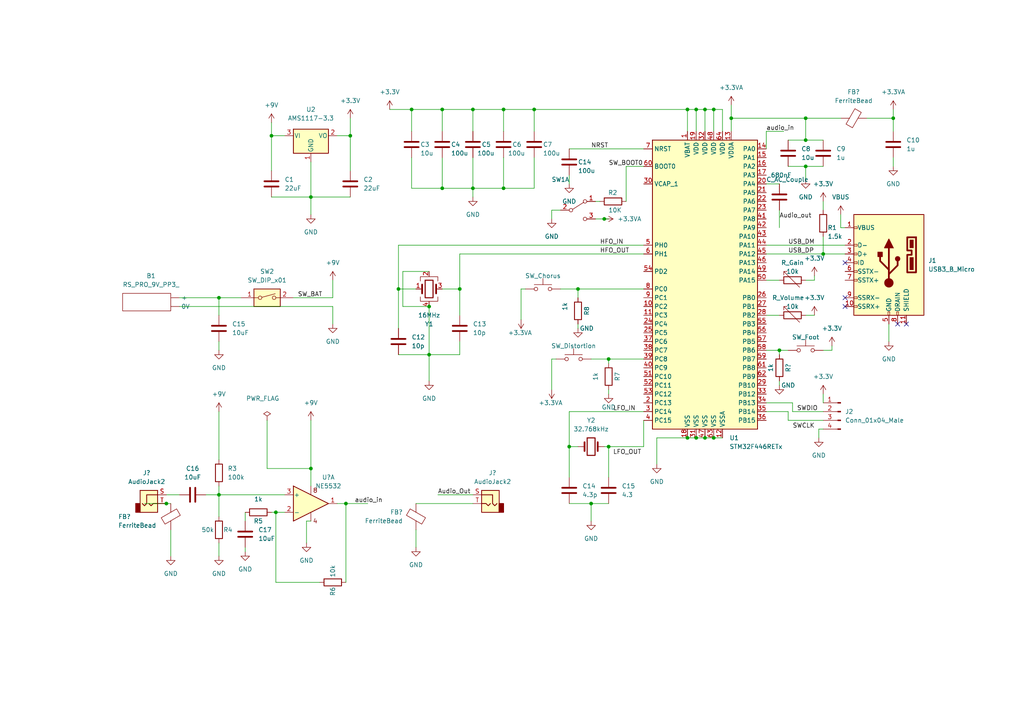
<source format=kicad_sch>
(kicad_sch (version 20211123) (generator eeschema)

  (uuid 2cfffbba-78e7-456e-8d97-a82975f57343)

  (paper "A4")

  (lib_symbols
    (symbol "Amplifier_Operational:NE5532" (pin_names (offset 0.127)) (in_bom yes) (on_board yes)
      (property "Reference" "U?" (id 0) (at 0 10.16 0)
        (effects (font (size 1.27 1.27)))
      )
      (property "Value" "NE5532" (id 1) (at 0 7.62 0)
        (effects (font (size 1.27 1.27)))
      )
      (property "Footprint" "Package_SO:TSSOP-8_3x3mm_P0.65mm" (id 2) (at 0 0 0)
        (effects (font (size 1.27 1.27)) hide)
      )
      (property "Datasheet" "http://www.ti.com/lit/ds/symlink/ne5532.pdf" (id 3) (at 0 0 0)
        (effects (font (size 1.27 1.27)) hide)
      )
      (property "ki_locked" "" (id 4) (at 0 0 0)
        (effects (font (size 1.27 1.27)))
      )
      (property "ki_keywords" "dual opamp" (id 5) (at 0 0 0)
        (effects (font (size 1.27 1.27)) hide)
      )
      (property "ki_description" "Dual Low-Noise Operational Amplifiers, DIP-8/SOIC-8" (id 6) (at 0 0 0)
        (effects (font (size 1.27 1.27)) hide)
      )
      (property "ki_fp_filters" "SOIC*3.9x4.9mm*P1.27mm* DIP*W7.62mm* TO*99* OnSemi*Micro8* TSSOP*3x3mm*P0.65mm* TSSOP*4.4x3mm*P0.65mm* MSOP*3x3mm*P0.65mm* SSOP*3.9x4.9mm*P0.635mm* LFCSP*2x2mm*P0.5mm* *SIP* SOIC*5.3x6.2mm*P1.27mm*" (id 7) (at 0 0 0)
        (effects (font (size 1.27 1.27)) hide)
      )
      (symbol "NE5532_0_0"
        (text "4" (at 1.27 -5.08 0)
          (effects (font (size 1.27 1.27)))
        )
        (text "8" (at 1.27 3.81 0)
          (effects (font (size 1.27 1.27)))
        )
      )
      (symbol "NE5532_0_1"
        (polyline
          (pts
            (xy 0 -2.54)
            (xy 0 -5.08)
          )
          (stroke (width 0) (type default) (color 0 0 0 0))
          (fill (type none))
        )
        (polyline
          (pts
            (xy 0 2.54)
            (xy 0 5.08)
            (xy 0 3.81)
          )
          (stroke (width 0) (type default) (color 0 0 0 0))
          (fill (type none))
        )
      )
      (symbol "NE5532_1_1"
        (polyline
          (pts
            (xy -5.08 5.08)
            (xy 5.08 0)
            (xy -5.08 -5.08)
            (xy -5.08 5.08)
          )
          (stroke (width 0.254) (type default) (color 0 0 0 0))
          (fill (type background))
        )
        (pin output line (at 7.62 0 180) (length 2.54)
          (name "~" (effects (font (size 1.27 1.27))))
          (number "1" (effects (font (size 1.27 1.27))))
        )
        (pin input line (at -7.62 -2.54 0) (length 2.54)
          (name "-" (effects (font (size 1.27 1.27))))
          (number "2" (effects (font (size 1.27 1.27))))
        )
        (pin input line (at -7.62 2.54 0) (length 2.54)
          (name "+" (effects (font (size 1.27 1.27))))
          (number "3" (effects (font (size 1.27 1.27))))
        )
      )
      (symbol "NE5532_2_1"
        (polyline
          (pts
            (xy -5.08 5.08)
            (xy 5.08 0)
            (xy -5.08 -5.08)
            (xy -5.08 5.08)
          )
          (stroke (width 0.254) (type default) (color 0 0 0 0))
          (fill (type background))
        )
        (pin input line (at -7.62 2.54 0) (length 2.54)
          (name "+" (effects (font (size 1.27 1.27))))
          (number "5" (effects (font (size 1.27 1.27))))
        )
        (pin input line (at -7.62 -2.54 0) (length 2.54)
          (name "-" (effects (font (size 1.27 1.27))))
          (number "6" (effects (font (size 1.27 1.27))))
        )
        (pin output line (at 7.62 0 180) (length 2.54)
          (name "~" (effects (font (size 1.27 1.27))))
          (number "7" (effects (font (size 1.27 1.27))))
        )
      )
      (symbol "NE5532_3_1"
        (pin power_in line (at -2.54 -7.62 90) (length 3.81)
          (name "V-" (effects (font (size 1.27 1.27))))
          (number "4" (effects (font (size 1.27 1.27))))
        )
        (pin power_in line (at -2.54 7.62 270) (length 3.81)
          (name "V+" (effects (font (size 1.27 1.27))))
          (number "8" (effects (font (size 1.27 1.27))))
        )
      )
    )
    (symbol "Connector:AudioJack2" (in_bom yes) (on_board yes)
      (property "Reference" "J" (id 0) (at 0 8.89 0)
        (effects (font (size 1.27 1.27)))
      )
      (property "Value" "AudioJack2" (id 1) (at 0 6.35 0)
        (effects (font (size 1.27 1.27)))
      )
      (property "Footprint" "" (id 2) (at 0 0 0)
        (effects (font (size 1.27 1.27)) hide)
      )
      (property "Datasheet" "~" (id 3) (at 0 0 0)
        (effects (font (size 1.27 1.27)) hide)
      )
      (property "ki_keywords" "audio jack receptacle mono phone headphone TS connector" (id 4) (at 0 0 0)
        (effects (font (size 1.27 1.27)) hide)
      )
      (property "ki_description" "Audio Jack, 2 Poles (Mono / TS)" (id 5) (at 0 0 0)
        (effects (font (size 1.27 1.27)) hide)
      )
      (property "ki_fp_filters" "Jack*" (id 6) (at 0 0 0)
        (effects (font (size 1.27 1.27)) hide)
      )
      (symbol "AudioJack2_0_1"
        (rectangle (start -3.81 0) (end -2.54 -2.54)
          (stroke (width 0.254) (type default) (color 0 0 0 0))
          (fill (type outline))
        )
        (rectangle (start -2.54 3.81) (end 2.54 -2.54)
          (stroke (width 0.254) (type default) (color 0 0 0 0))
          (fill (type background))
        )
        (polyline
          (pts
            (xy 0 0)
            (xy 0.635 -0.635)
            (xy 1.27 0)
            (xy 2.54 0)
          )
          (stroke (width 0.254) (type default) (color 0 0 0 0))
          (fill (type none))
        )
        (polyline
          (pts
            (xy 2.54 2.54)
            (xy -0.635 2.54)
            (xy -0.635 0)
            (xy -1.27 -0.635)
            (xy -1.905 0)
          )
          (stroke (width 0.254) (type default) (color 0 0 0 0))
          (fill (type none))
        )
      )
      (symbol "AudioJack2_1_1"
        (pin passive line (at 5.08 2.54 180) (length 2.54)
          (name "~" (effects (font (size 1.27 1.27))))
          (number "S" (effects (font (size 1.27 1.27))))
        )
        (pin passive line (at 5.08 0 180) (length 2.54)
          (name "~" (effects (font (size 1.27 1.27))))
          (number "T" (effects (font (size 1.27 1.27))))
        )
      )
    )
    (symbol "Connector:Conn_01x04_Male" (pin_names (offset 1.016) hide) (in_bom yes) (on_board yes)
      (property "Reference" "J" (id 0) (at 0 5.08 0)
        (effects (font (size 1.27 1.27)))
      )
      (property "Value" "Conn_01x04_Male" (id 1) (at 0 -7.62 0)
        (effects (font (size 1.27 1.27)))
      )
      (property "Footprint" "" (id 2) (at 0 0 0)
        (effects (font (size 1.27 1.27)) hide)
      )
      (property "Datasheet" "~" (id 3) (at 0 0 0)
        (effects (font (size 1.27 1.27)) hide)
      )
      (property "ki_keywords" "connector" (id 4) (at 0 0 0)
        (effects (font (size 1.27 1.27)) hide)
      )
      (property "ki_description" "Generic connector, single row, 01x04, script generated (kicad-library-utils/schlib/autogen/connector/)" (id 5) (at 0 0 0)
        (effects (font (size 1.27 1.27)) hide)
      )
      (property "ki_fp_filters" "Connector*:*_1x??_*" (id 6) (at 0 0 0)
        (effects (font (size 1.27 1.27)) hide)
      )
      (symbol "Conn_01x04_Male_1_1"
        (polyline
          (pts
            (xy 1.27 -5.08)
            (xy 0.8636 -5.08)
          )
          (stroke (width 0.1524) (type default) (color 0 0 0 0))
          (fill (type none))
        )
        (polyline
          (pts
            (xy 1.27 -2.54)
            (xy 0.8636 -2.54)
          )
          (stroke (width 0.1524) (type default) (color 0 0 0 0))
          (fill (type none))
        )
        (polyline
          (pts
            (xy 1.27 0)
            (xy 0.8636 0)
          )
          (stroke (width 0.1524) (type default) (color 0 0 0 0))
          (fill (type none))
        )
        (polyline
          (pts
            (xy 1.27 2.54)
            (xy 0.8636 2.54)
          )
          (stroke (width 0.1524) (type default) (color 0 0 0 0))
          (fill (type none))
        )
        (rectangle (start 0.8636 -4.953) (end 0 -5.207)
          (stroke (width 0.1524) (type default) (color 0 0 0 0))
          (fill (type outline))
        )
        (rectangle (start 0.8636 -2.413) (end 0 -2.667)
          (stroke (width 0.1524) (type default) (color 0 0 0 0))
          (fill (type outline))
        )
        (rectangle (start 0.8636 0.127) (end 0 -0.127)
          (stroke (width 0.1524) (type default) (color 0 0 0 0))
          (fill (type outline))
        )
        (rectangle (start 0.8636 2.667) (end 0 2.413)
          (stroke (width 0.1524) (type default) (color 0 0 0 0))
          (fill (type outline))
        )
        (pin passive line (at 5.08 2.54 180) (length 3.81)
          (name "Pin_1" (effects (font (size 1.27 1.27))))
          (number "1" (effects (font (size 1.27 1.27))))
        )
        (pin passive line (at 5.08 0 180) (length 3.81)
          (name "Pin_2" (effects (font (size 1.27 1.27))))
          (number "2" (effects (font (size 1.27 1.27))))
        )
        (pin passive line (at 5.08 -2.54 180) (length 3.81)
          (name "Pin_3" (effects (font (size 1.27 1.27))))
          (number "3" (effects (font (size 1.27 1.27))))
        )
        (pin passive line (at 5.08 -5.08 180) (length 3.81)
          (name "Pin_4" (effects (font (size 1.27 1.27))))
          (number "4" (effects (font (size 1.27 1.27))))
        )
      )
    )
    (symbol "Connector:USB3_B_Micro" (pin_names (offset 1.016)) (in_bom yes) (on_board yes)
      (property "Reference" "J" (id 0) (at -10.16 15.24 0)
        (effects (font (size 1.27 1.27)) (justify left))
      )
      (property "Value" "USB3_B_Micro" (id 1) (at 10.16 15.24 0)
        (effects (font (size 1.27 1.27)) (justify right))
      )
      (property "Footprint" "" (id 2) (at 3.81 3.81 0)
        (effects (font (size 1.27 1.27)) hide)
      )
      (property "Datasheet" "~" (id 3) (at 3.81 5.08 0)
        (effects (font (size 1.27 1.27)) hide)
      )
      (property "ki_keywords" "usb universal serial bus" (id 4) (at 0 0 0)
        (effects (font (size 1.27 1.27)) hide)
      )
      (property "ki_description" "USB 3.0 Micro-B connector" (id 5) (at 0 0 0)
        (effects (font (size 1.27 1.27)) hide)
      )
      (symbol "USB3_B_Micro_0_0"
        (rectangle (start -2.794 -15.24) (end -2.286 -14.224)
          (stroke (width 0) (type default) (color 0 0 0 0))
          (fill (type none))
        )
        (rectangle (start -0.254 -15.24) (end 0.254 -14.224)
          (stroke (width 0) (type default) (color 0 0 0 0))
          (fill (type none))
        )
        (rectangle (start 10.16 -12.446) (end 9.144 -12.954)
          (stroke (width 0) (type default) (color 0 0 0 0))
          (fill (type none))
        )
        (rectangle (start 10.16 -9.906) (end 9.144 -10.414)
          (stroke (width 0) (type default) (color 0 0 0 0))
          (fill (type none))
        )
        (rectangle (start 10.16 -4.826) (end 9.144 -5.334)
          (stroke (width 0) (type default) (color 0 0 0 0))
          (fill (type none))
        )
        (rectangle (start 10.16 -2.286) (end 9.144 -2.794)
          (stroke (width 0) (type default) (color 0 0 0 0))
          (fill (type none))
        )
        (rectangle (start 10.16 0.254) (end 9.144 -0.254)
          (stroke (width 0) (type default) (color 0 0 0 0))
          (fill (type none))
        )
        (rectangle (start 10.16 2.794) (end 9.144 2.286)
          (stroke (width 0) (type default) (color 0 0 0 0))
          (fill (type none))
        )
        (rectangle (start 10.16 5.334) (end 9.144 4.826)
          (stroke (width 0) (type default) (color 0 0 0 0))
          (fill (type none))
        )
        (rectangle (start 10.16 10.414) (end 9.144 9.906)
          (stroke (width 0) (type default) (color 0 0 0 0))
          (fill (type none))
        )
      )
      (symbol "USB3_B_Micro_0_1"
        (rectangle (start -10.16 13.97) (end 10.16 -15.24)
          (stroke (width 0.254) (type default) (color 0 0 0 0))
          (fill (type background))
        )
        (rectangle (start -7.112 1.524) (end -6.096 -2.032)
          (stroke (width 0) (type default) (color 0 0 0 0))
          (fill (type outline))
        )
        (rectangle (start -7.112 6.604) (end -6.096 4.318)
          (stroke (width 0) (type default) (color 0 0 0 0))
          (fill (type outline))
        )
        (polyline
          (pts
            (xy -7.874 7.366)
            (xy -7.874 -2.794)
            (xy -5.334 -2.794)
            (xy -5.334 2.286)
            (xy -6.604 2.286)
            (xy -6.604 3.556)
            (xy -5.334 3.556)
            (xy -5.334 7.366)
            (xy -7.874 7.366)
          )
          (stroke (width 0.508) (type default) (color 0 0 0 0))
          (fill (type none))
        )
      )
      (symbol "USB3_B_Micro_1_1"
        (circle (center -2.54 1.143) (radius 0.635)
          (stroke (width 0.254) (type default) (color 0 0 0 0))
          (fill (type outline))
        )
        (circle (center 0 -5.842) (radius 1.27)
          (stroke (width 0) (type default) (color 0 0 0 0))
          (fill (type outline))
        )
        (polyline
          (pts
            (xy 0 -5.842)
            (xy 0 4.318)
          )
          (stroke (width 0.508) (type default) (color 0 0 0 0))
          (fill (type none))
        )
        (polyline
          (pts
            (xy 0 -3.302)
            (xy -2.54 -0.762)
            (xy -2.54 0.508)
          )
          (stroke (width 0.508) (type default) (color 0 0 0 0))
          (fill (type none))
        )
        (polyline
          (pts
            (xy 0 -2.032)
            (xy 2.54 0.508)
            (xy 2.54 1.778)
          )
          (stroke (width 0.508) (type default) (color 0 0 0 0))
          (fill (type none))
        )
        (polyline
          (pts
            (xy -1.27 4.318)
            (xy 0 6.858)
            (xy 1.27 4.318)
            (xy -1.27 4.318)
          )
          (stroke (width 0.254) (type default) (color 0 0 0 0))
          (fill (type outline))
        )
        (rectangle (start 1.905 1.778) (end 3.175 3.048)
          (stroke (width 0.254) (type default) (color 0 0 0 0))
          (fill (type outline))
        )
        (pin power_out line (at 12.7 10.16 180) (length 2.54)
          (name "VBUS" (effects (font (size 1.27 1.27))))
          (number "1" (effects (font (size 1.27 1.27))))
        )
        (pin input line (at 12.7 -12.7 180) (length 2.54)
          (name "SSRX+" (effects (font (size 1.27 1.27))))
          (number "10" (effects (font (size 1.27 1.27))))
        )
        (pin passive line (at -5.08 -17.78 90) (length 2.54)
          (name "SHIELD" (effects (font (size 1.27 1.27))))
          (number "11" (effects (font (size 1.27 1.27))))
        )
        (pin bidirectional line (at 12.7 5.08 180) (length 2.54)
          (name "D-" (effects (font (size 1.27 1.27))))
          (number "2" (effects (font (size 1.27 1.27))))
        )
        (pin bidirectional line (at 12.7 2.54 180) (length 2.54)
          (name "D+" (effects (font (size 1.27 1.27))))
          (number "3" (effects (font (size 1.27 1.27))))
        )
        (pin passive line (at 12.7 0 180) (length 2.54)
          (name "ID" (effects (font (size 1.27 1.27))))
          (number "4" (effects (font (size 1.27 1.27))))
        )
        (pin power_out line (at 0 -17.78 90) (length 2.54)
          (name "GND" (effects (font (size 1.27 1.27))))
          (number "5" (effects (font (size 1.27 1.27))))
        )
        (pin output line (at 12.7 -2.54 180) (length 2.54)
          (name "SSTX-" (effects (font (size 1.27 1.27))))
          (number "6" (effects (font (size 1.27 1.27))))
        )
        (pin output line (at 12.7 -5.08 180) (length 2.54)
          (name "SSTX+" (effects (font (size 1.27 1.27))))
          (number "7" (effects (font (size 1.27 1.27))))
        )
        (pin passive line (at -2.54 -17.78 90) (length 2.54)
          (name "DRAIN" (effects (font (size 1.27 1.27))))
          (number "8" (effects (font (size 1.27 1.27))))
        )
        (pin input line (at 12.7 -10.16 180) (length 2.54)
          (name "SSRX-" (effects (font (size 1.27 1.27))))
          (number "9" (effects (font (size 1.27 1.27))))
        )
      )
    )
    (symbol "Device:C" (pin_numbers hide) (pin_names (offset 0.254)) (in_bom yes) (on_board yes)
      (property "Reference" "C" (id 0) (at 0.635 2.54 0)
        (effects (font (size 1.27 1.27)) (justify left))
      )
      (property "Value" "C" (id 1) (at 0.635 -2.54 0)
        (effects (font (size 1.27 1.27)) (justify left))
      )
      (property "Footprint" "" (id 2) (at 0.9652 -3.81 0)
        (effects (font (size 1.27 1.27)) hide)
      )
      (property "Datasheet" "~" (id 3) (at 0 0 0)
        (effects (font (size 1.27 1.27)) hide)
      )
      (property "ki_keywords" "cap capacitor" (id 4) (at 0 0 0)
        (effects (font (size 1.27 1.27)) hide)
      )
      (property "ki_description" "Unpolarized capacitor" (id 5) (at 0 0 0)
        (effects (font (size 1.27 1.27)) hide)
      )
      (property "ki_fp_filters" "C_*" (id 6) (at 0 0 0)
        (effects (font (size 1.27 1.27)) hide)
      )
      (symbol "C_0_1"
        (polyline
          (pts
            (xy -2.032 -0.762)
            (xy 2.032 -0.762)
          )
          (stroke (width 0.508) (type default) (color 0 0 0 0))
          (fill (type none))
        )
        (polyline
          (pts
            (xy -2.032 0.762)
            (xy 2.032 0.762)
          )
          (stroke (width 0.508) (type default) (color 0 0 0 0))
          (fill (type none))
        )
      )
      (symbol "C_1_1"
        (pin passive line (at 0 3.81 270) (length 2.794)
          (name "~" (effects (font (size 1.27 1.27))))
          (number "1" (effects (font (size 1.27 1.27))))
        )
        (pin passive line (at 0 -3.81 90) (length 2.794)
          (name "~" (effects (font (size 1.27 1.27))))
          (number "2" (effects (font (size 1.27 1.27))))
        )
      )
    )
    (symbol "Device:Crystal" (pin_numbers hide) (pin_names (offset 1.016) hide) (in_bom yes) (on_board yes)
      (property "Reference" "Y" (id 0) (at 0 3.81 0)
        (effects (font (size 1.27 1.27)))
      )
      (property "Value" "Crystal" (id 1) (at 0 -3.81 0)
        (effects (font (size 1.27 1.27)))
      )
      (property "Footprint" "" (id 2) (at 0 0 0)
        (effects (font (size 1.27 1.27)) hide)
      )
      (property "Datasheet" "~" (id 3) (at 0 0 0)
        (effects (font (size 1.27 1.27)) hide)
      )
      (property "ki_keywords" "quartz ceramic resonator oscillator" (id 4) (at 0 0 0)
        (effects (font (size 1.27 1.27)) hide)
      )
      (property "ki_description" "Two pin crystal" (id 5) (at 0 0 0)
        (effects (font (size 1.27 1.27)) hide)
      )
      (property "ki_fp_filters" "Crystal*" (id 6) (at 0 0 0)
        (effects (font (size 1.27 1.27)) hide)
      )
      (symbol "Crystal_0_1"
        (rectangle (start -1.143 2.54) (end 1.143 -2.54)
          (stroke (width 0.3048) (type default) (color 0 0 0 0))
          (fill (type none))
        )
        (polyline
          (pts
            (xy -2.54 0)
            (xy -1.905 0)
          )
          (stroke (width 0) (type default) (color 0 0 0 0))
          (fill (type none))
        )
        (polyline
          (pts
            (xy -1.905 -1.27)
            (xy -1.905 1.27)
          )
          (stroke (width 0.508) (type default) (color 0 0 0 0))
          (fill (type none))
        )
        (polyline
          (pts
            (xy 1.905 -1.27)
            (xy 1.905 1.27)
          )
          (stroke (width 0.508) (type default) (color 0 0 0 0))
          (fill (type none))
        )
        (polyline
          (pts
            (xy 2.54 0)
            (xy 1.905 0)
          )
          (stroke (width 0) (type default) (color 0 0 0 0))
          (fill (type none))
        )
      )
      (symbol "Crystal_1_1"
        (pin passive line (at -3.81 0 0) (length 1.27)
          (name "1" (effects (font (size 1.27 1.27))))
          (number "1" (effects (font (size 1.27 1.27))))
        )
        (pin passive line (at 3.81 0 180) (length 1.27)
          (name "2" (effects (font (size 1.27 1.27))))
          (number "2" (effects (font (size 1.27 1.27))))
        )
      )
    )
    (symbol "Device:Crystal_GND24" (pin_names (offset 1.016) hide) (in_bom yes) (on_board yes)
      (property "Reference" "Y" (id 0) (at 3.175 5.08 0)
        (effects (font (size 1.27 1.27)) (justify left))
      )
      (property "Value" "Crystal_GND24" (id 1) (at 3.175 3.175 0)
        (effects (font (size 1.27 1.27)) (justify left))
      )
      (property "Footprint" "" (id 2) (at 0 0 0)
        (effects (font (size 1.27 1.27)) hide)
      )
      (property "Datasheet" "~" (id 3) (at 0 0 0)
        (effects (font (size 1.27 1.27)) hide)
      )
      (property "ki_keywords" "quartz ceramic resonator oscillator" (id 4) (at 0 0 0)
        (effects (font (size 1.27 1.27)) hide)
      )
      (property "ki_description" "Four pin crystal, GND on pins 2 and 4" (id 5) (at 0 0 0)
        (effects (font (size 1.27 1.27)) hide)
      )
      (property "ki_fp_filters" "Crystal*" (id 6) (at 0 0 0)
        (effects (font (size 1.27 1.27)) hide)
      )
      (symbol "Crystal_GND24_0_1"
        (rectangle (start -1.143 2.54) (end 1.143 -2.54)
          (stroke (width 0.3048) (type default) (color 0 0 0 0))
          (fill (type none))
        )
        (polyline
          (pts
            (xy -2.54 0)
            (xy -2.032 0)
          )
          (stroke (width 0) (type default) (color 0 0 0 0))
          (fill (type none))
        )
        (polyline
          (pts
            (xy -2.032 -1.27)
            (xy -2.032 1.27)
          )
          (stroke (width 0.508) (type default) (color 0 0 0 0))
          (fill (type none))
        )
        (polyline
          (pts
            (xy 0 -3.81)
            (xy 0 -3.556)
          )
          (stroke (width 0) (type default) (color 0 0 0 0))
          (fill (type none))
        )
        (polyline
          (pts
            (xy 0 3.556)
            (xy 0 3.81)
          )
          (stroke (width 0) (type default) (color 0 0 0 0))
          (fill (type none))
        )
        (polyline
          (pts
            (xy 2.032 -1.27)
            (xy 2.032 1.27)
          )
          (stroke (width 0.508) (type default) (color 0 0 0 0))
          (fill (type none))
        )
        (polyline
          (pts
            (xy 2.032 0)
            (xy 2.54 0)
          )
          (stroke (width 0) (type default) (color 0 0 0 0))
          (fill (type none))
        )
        (polyline
          (pts
            (xy -2.54 -2.286)
            (xy -2.54 -3.556)
            (xy 2.54 -3.556)
            (xy 2.54 -2.286)
          )
          (stroke (width 0) (type default) (color 0 0 0 0))
          (fill (type none))
        )
        (polyline
          (pts
            (xy -2.54 2.286)
            (xy -2.54 3.556)
            (xy 2.54 3.556)
            (xy 2.54 2.286)
          )
          (stroke (width 0) (type default) (color 0 0 0 0))
          (fill (type none))
        )
      )
      (symbol "Crystal_GND24_1_1"
        (pin passive line (at -3.81 0 0) (length 1.27)
          (name "1" (effects (font (size 1.27 1.27))))
          (number "1" (effects (font (size 1.27 1.27))))
        )
        (pin passive line (at 0 5.08 270) (length 1.27)
          (name "2" (effects (font (size 1.27 1.27))))
          (number "2" (effects (font (size 1.27 1.27))))
        )
        (pin passive line (at 3.81 0 180) (length 1.27)
          (name "3" (effects (font (size 1.27 1.27))))
          (number "3" (effects (font (size 1.27 1.27))))
        )
        (pin passive line (at 0 -5.08 90) (length 1.27)
          (name "4" (effects (font (size 1.27 1.27))))
          (number "4" (effects (font (size 1.27 1.27))))
        )
      )
    )
    (symbol "Device:FerriteBead" (pin_numbers hide) (pin_names (offset 0)) (in_bom yes) (on_board yes)
      (property "Reference" "FB" (id 0) (at -3.81 0.635 90)
        (effects (font (size 1.27 1.27)))
      )
      (property "Value" "FerriteBead" (id 1) (at 3.81 0 90)
        (effects (font (size 1.27 1.27)))
      )
      (property "Footprint" "" (id 2) (at -1.778 0 90)
        (effects (font (size 1.27 1.27)) hide)
      )
      (property "Datasheet" "~" (id 3) (at 0 0 0)
        (effects (font (size 1.27 1.27)) hide)
      )
      (property "ki_keywords" "L ferrite bead inductor filter" (id 4) (at 0 0 0)
        (effects (font (size 1.27 1.27)) hide)
      )
      (property "ki_description" "Ferrite bead" (id 5) (at 0 0 0)
        (effects (font (size 1.27 1.27)) hide)
      )
      (property "ki_fp_filters" "Inductor_* L_* *Ferrite*" (id 6) (at 0 0 0)
        (effects (font (size 1.27 1.27)) hide)
      )
      (symbol "FerriteBead_0_1"
        (polyline
          (pts
            (xy 0 -1.27)
            (xy 0 -1.2192)
          )
          (stroke (width 0) (type default) (color 0 0 0 0))
          (fill (type none))
        )
        (polyline
          (pts
            (xy 0 1.27)
            (xy 0 1.2954)
          )
          (stroke (width 0) (type default) (color 0 0 0 0))
          (fill (type none))
        )
        (polyline
          (pts
            (xy -2.7686 0.4064)
            (xy -1.7018 2.2606)
            (xy 2.7686 -0.3048)
            (xy 1.6764 -2.159)
            (xy -2.7686 0.4064)
          )
          (stroke (width 0) (type default) (color 0 0 0 0))
          (fill (type none))
        )
      )
      (symbol "FerriteBead_1_1"
        (pin passive line (at 0 3.81 270) (length 2.54)
          (name "~" (effects (font (size 1.27 1.27))))
          (number "1" (effects (font (size 1.27 1.27))))
        )
        (pin passive line (at 0 -3.81 90) (length 2.54)
          (name "~" (effects (font (size 1.27 1.27))))
          (number "2" (effects (font (size 1.27 1.27))))
        )
      )
    )
    (symbol "Device:R" (pin_numbers hide) (pin_names (offset 0)) (in_bom yes) (on_board yes)
      (property "Reference" "R" (id 0) (at 2.032 0 90)
        (effects (font (size 1.27 1.27)))
      )
      (property "Value" "R" (id 1) (at 0 0 90)
        (effects (font (size 1.27 1.27)))
      )
      (property "Footprint" "" (id 2) (at -1.778 0 90)
        (effects (font (size 1.27 1.27)) hide)
      )
      (property "Datasheet" "~" (id 3) (at 0 0 0)
        (effects (font (size 1.27 1.27)) hide)
      )
      (property "ki_keywords" "R res resistor" (id 4) (at 0 0 0)
        (effects (font (size 1.27 1.27)) hide)
      )
      (property "ki_description" "Resistor" (id 5) (at 0 0 0)
        (effects (font (size 1.27 1.27)) hide)
      )
      (property "ki_fp_filters" "R_*" (id 6) (at 0 0 0)
        (effects (font (size 1.27 1.27)) hide)
      )
      (symbol "R_0_1"
        (rectangle (start -1.016 -2.54) (end 1.016 2.54)
          (stroke (width 0.254) (type default) (color 0 0 0 0))
          (fill (type none))
        )
      )
      (symbol "R_1_1"
        (pin passive line (at 0 3.81 270) (length 1.27)
          (name "~" (effects (font (size 1.27 1.27))))
          (number "1" (effects (font (size 1.27 1.27))))
        )
        (pin passive line (at 0 -3.81 90) (length 1.27)
          (name "~" (effects (font (size 1.27 1.27))))
          (number "2" (effects (font (size 1.27 1.27))))
        )
      )
    )
    (symbol "Device:R_Variable" (pin_numbers hide) (pin_names (offset 0)) (in_bom yes) (on_board yes)
      (property "Reference" "R" (id 0) (at 2.54 -2.54 90)
        (effects (font (size 1.27 1.27)) (justify left))
      )
      (property "Value" "R_Variable" (id 1) (at -2.54 -1.27 90)
        (effects (font (size 1.27 1.27)) (justify left))
      )
      (property "Footprint" "" (id 2) (at -1.778 0 90)
        (effects (font (size 1.27 1.27)) hide)
      )
      (property "Datasheet" "~" (id 3) (at 0 0 0)
        (effects (font (size 1.27 1.27)) hide)
      )
      (property "ki_keywords" "R res resistor variable potentiometer rheostat" (id 4) (at 0 0 0)
        (effects (font (size 1.27 1.27)) hide)
      )
      (property "ki_description" "Variable resistor" (id 5) (at 0 0 0)
        (effects (font (size 1.27 1.27)) hide)
      )
      (property "ki_fp_filters" "R_*" (id 6) (at 0 0 0)
        (effects (font (size 1.27 1.27)) hide)
      )
      (symbol "R_Variable_0_1"
        (rectangle (start -1.016 -2.54) (end 1.016 2.54)
          (stroke (width 0.254) (type default) (color 0 0 0 0))
          (fill (type none))
        )
        (polyline
          (pts
            (xy 2.54 1.524)
            (xy 2.54 2.54)
            (xy 1.524 2.54)
            (xy 2.54 2.54)
            (xy -2.032 -2.032)
          )
          (stroke (width 0) (type default) (color 0 0 0 0))
          (fill (type none))
        )
      )
      (symbol "R_Variable_1_1"
        (pin passive line (at 0 3.81 270) (length 1.27)
          (name "~" (effects (font (size 1.27 1.27))))
          (number "1" (effects (font (size 1.27 1.27))))
        )
        (pin passive line (at 0 -3.81 90) (length 1.27)
          (name "~" (effects (font (size 1.27 1.27))))
          (number "2" (effects (font (size 1.27 1.27))))
        )
      )
    )
    (symbol "MCU_ST_STM32F4:STM32F446RETx" (in_bom yes) (on_board yes)
      (property "Reference" "U" (id 0) (at -15.24 41.91 0)
        (effects (font (size 1.27 1.27)) (justify left))
      )
      (property "Value" "STM32F446RETx" (id 1) (at 10.16 41.91 0)
        (effects (font (size 1.27 1.27)) (justify left))
      )
      (property "Footprint" "Package_QFP:LQFP-64_10x10mm_P0.5mm" (id 2) (at -15.24 -43.18 0)
        (effects (font (size 1.27 1.27)) (justify right) hide)
      )
      (property "Datasheet" "http://www.st.com/st-web-ui/static/active/en/resource/technical/document/datasheet/DM00141306.pdf" (id 3) (at 0 0 0)
        (effects (font (size 1.27 1.27)) hide)
      )
      (property "ki_keywords" "ARM Cortex-M4 STM32F4 STM32F446" (id 4) (at 0 0 0)
        (effects (font (size 1.27 1.27)) hide)
      )
      (property "ki_description" "ARM Cortex-M4 MCU, 512KB flash, 128KB RAM, 180MHz, 1.8-3.6V, 50 GPIO, LQFP-64" (id 5) (at 0 0 0)
        (effects (font (size 1.27 1.27)) hide)
      )
      (property "ki_fp_filters" "LQFP*10x10mm*P0.5mm*" (id 6) (at 0 0 0)
        (effects (font (size 1.27 1.27)) hide)
      )
      (symbol "STM32F446RETx_0_1"
        (rectangle (start -15.24 -43.18) (end 15.24 40.64)
          (stroke (width 0.254) (type default) (color 0 0 0 0))
          (fill (type background))
        )
      )
      (symbol "STM32F446RETx_1_1"
        (pin power_in line (at -5.08 43.18 270) (length 2.54)
          (name "VBAT" (effects (font (size 1.27 1.27))))
          (number "1" (effects (font (size 1.27 1.27))))
        )
        (pin bidirectional line (at -17.78 -7.62 0) (length 2.54)
          (name "PC2" (effects (font (size 1.27 1.27))))
          (number "10" (effects (font (size 1.27 1.27))))
        )
        (pin bidirectional line (at -17.78 -10.16 0) (length 2.54)
          (name "PC3" (effects (font (size 1.27 1.27))))
          (number "11" (effects (font (size 1.27 1.27))))
        )
        (pin power_in line (at 5.08 -45.72 90) (length 2.54)
          (name "VSSA" (effects (font (size 1.27 1.27))))
          (number "12" (effects (font (size 1.27 1.27))))
        )
        (pin power_in line (at 7.62 43.18 270) (length 2.54)
          (name "VDDA" (effects (font (size 1.27 1.27))))
          (number "13" (effects (font (size 1.27 1.27))))
        )
        (pin bidirectional line (at 17.78 38.1 180) (length 2.54)
          (name "PA0" (effects (font (size 1.27 1.27))))
          (number "14" (effects (font (size 1.27 1.27))))
        )
        (pin bidirectional line (at 17.78 35.56 180) (length 2.54)
          (name "PA1" (effects (font (size 1.27 1.27))))
          (number "15" (effects (font (size 1.27 1.27))))
        )
        (pin bidirectional line (at 17.78 33.02 180) (length 2.54)
          (name "PA2" (effects (font (size 1.27 1.27))))
          (number "16" (effects (font (size 1.27 1.27))))
        )
        (pin bidirectional line (at 17.78 30.48 180) (length 2.54)
          (name "PA3" (effects (font (size 1.27 1.27))))
          (number "17" (effects (font (size 1.27 1.27))))
        )
        (pin power_in line (at -5.08 -45.72 90) (length 2.54)
          (name "VSS" (effects (font (size 1.27 1.27))))
          (number "18" (effects (font (size 1.27 1.27))))
        )
        (pin power_in line (at -2.54 43.18 270) (length 2.54)
          (name "VDD" (effects (font (size 1.27 1.27))))
          (number "19" (effects (font (size 1.27 1.27))))
        )
        (pin bidirectional line (at -17.78 -35.56 0) (length 2.54)
          (name "PC13" (effects (font (size 1.27 1.27))))
          (number "2" (effects (font (size 1.27 1.27))))
        )
        (pin bidirectional line (at 17.78 27.94 180) (length 2.54)
          (name "PA4" (effects (font (size 1.27 1.27))))
          (number "20" (effects (font (size 1.27 1.27))))
        )
        (pin bidirectional line (at 17.78 25.4 180) (length 2.54)
          (name "PA5" (effects (font (size 1.27 1.27))))
          (number "21" (effects (font (size 1.27 1.27))))
        )
        (pin bidirectional line (at 17.78 22.86 180) (length 2.54)
          (name "PA6" (effects (font (size 1.27 1.27))))
          (number "22" (effects (font (size 1.27 1.27))))
        )
        (pin bidirectional line (at 17.78 20.32 180) (length 2.54)
          (name "PA7" (effects (font (size 1.27 1.27))))
          (number "23" (effects (font (size 1.27 1.27))))
        )
        (pin bidirectional line (at -17.78 -12.7 0) (length 2.54)
          (name "PC4" (effects (font (size 1.27 1.27))))
          (number "24" (effects (font (size 1.27 1.27))))
        )
        (pin bidirectional line (at -17.78 -15.24 0) (length 2.54)
          (name "PC5" (effects (font (size 1.27 1.27))))
          (number "25" (effects (font (size 1.27 1.27))))
        )
        (pin bidirectional line (at 17.78 -5.08 180) (length 2.54)
          (name "PB0" (effects (font (size 1.27 1.27))))
          (number "26" (effects (font (size 1.27 1.27))))
        )
        (pin bidirectional line (at 17.78 -7.62 180) (length 2.54)
          (name "PB1" (effects (font (size 1.27 1.27))))
          (number "27" (effects (font (size 1.27 1.27))))
        )
        (pin bidirectional line (at 17.78 -10.16 180) (length 2.54)
          (name "PB2" (effects (font (size 1.27 1.27))))
          (number "28" (effects (font (size 1.27 1.27))))
        )
        (pin bidirectional line (at 17.78 -30.48 180) (length 2.54)
          (name "PB10" (effects (font (size 1.27 1.27))))
          (number "29" (effects (font (size 1.27 1.27))))
        )
        (pin bidirectional line (at -17.78 -38.1 0) (length 2.54)
          (name "PC14" (effects (font (size 1.27 1.27))))
          (number "3" (effects (font (size 1.27 1.27))))
        )
        (pin power_in line (at -17.78 27.94 0) (length 2.54)
          (name "VCAP_1" (effects (font (size 1.27 1.27))))
          (number "30" (effects (font (size 1.27 1.27))))
        )
        (pin power_in line (at -2.54 -45.72 90) (length 2.54)
          (name "VSS" (effects (font (size 1.27 1.27))))
          (number "31" (effects (font (size 1.27 1.27))))
        )
        (pin power_in line (at 0 43.18 270) (length 2.54)
          (name "VDD" (effects (font (size 1.27 1.27))))
          (number "32" (effects (font (size 1.27 1.27))))
        )
        (pin bidirectional line (at 17.78 -33.02 180) (length 2.54)
          (name "PB12" (effects (font (size 1.27 1.27))))
          (number "33" (effects (font (size 1.27 1.27))))
        )
        (pin bidirectional line (at 17.78 -35.56 180) (length 2.54)
          (name "PB13" (effects (font (size 1.27 1.27))))
          (number "34" (effects (font (size 1.27 1.27))))
        )
        (pin bidirectional line (at 17.78 -38.1 180) (length 2.54)
          (name "PB14" (effects (font (size 1.27 1.27))))
          (number "35" (effects (font (size 1.27 1.27))))
        )
        (pin bidirectional line (at 17.78 -40.64 180) (length 2.54)
          (name "PB15" (effects (font (size 1.27 1.27))))
          (number "36" (effects (font (size 1.27 1.27))))
        )
        (pin bidirectional line (at -17.78 -17.78 0) (length 2.54)
          (name "PC6" (effects (font (size 1.27 1.27))))
          (number "37" (effects (font (size 1.27 1.27))))
        )
        (pin bidirectional line (at -17.78 -20.32 0) (length 2.54)
          (name "PC7" (effects (font (size 1.27 1.27))))
          (number "38" (effects (font (size 1.27 1.27))))
        )
        (pin bidirectional line (at -17.78 -22.86 0) (length 2.54)
          (name "PC8" (effects (font (size 1.27 1.27))))
          (number "39" (effects (font (size 1.27 1.27))))
        )
        (pin bidirectional line (at -17.78 -40.64 0) (length 2.54)
          (name "PC15" (effects (font (size 1.27 1.27))))
          (number "4" (effects (font (size 1.27 1.27))))
        )
        (pin bidirectional line (at -17.78 -25.4 0) (length 2.54)
          (name "PC9" (effects (font (size 1.27 1.27))))
          (number "40" (effects (font (size 1.27 1.27))))
        )
        (pin bidirectional line (at 17.78 17.78 180) (length 2.54)
          (name "PA8" (effects (font (size 1.27 1.27))))
          (number "41" (effects (font (size 1.27 1.27))))
        )
        (pin bidirectional line (at 17.78 15.24 180) (length 2.54)
          (name "PA9" (effects (font (size 1.27 1.27))))
          (number "42" (effects (font (size 1.27 1.27))))
        )
        (pin bidirectional line (at 17.78 12.7 180) (length 2.54)
          (name "PA10" (effects (font (size 1.27 1.27))))
          (number "43" (effects (font (size 1.27 1.27))))
        )
        (pin bidirectional line (at 17.78 10.16 180) (length 2.54)
          (name "PA11" (effects (font (size 1.27 1.27))))
          (number "44" (effects (font (size 1.27 1.27))))
        )
        (pin bidirectional line (at 17.78 7.62 180) (length 2.54)
          (name "PA12" (effects (font (size 1.27 1.27))))
          (number "45" (effects (font (size 1.27 1.27))))
        )
        (pin bidirectional line (at 17.78 5.08 180) (length 2.54)
          (name "PA13" (effects (font (size 1.27 1.27))))
          (number "46" (effects (font (size 1.27 1.27))))
        )
        (pin power_in line (at 0 -45.72 90) (length 2.54)
          (name "VSS" (effects (font (size 1.27 1.27))))
          (number "47" (effects (font (size 1.27 1.27))))
        )
        (pin power_in line (at 2.54 43.18 270) (length 2.54)
          (name "VDD" (effects (font (size 1.27 1.27))))
          (number "48" (effects (font (size 1.27 1.27))))
        )
        (pin bidirectional line (at 17.78 2.54 180) (length 2.54)
          (name "PA14" (effects (font (size 1.27 1.27))))
          (number "49" (effects (font (size 1.27 1.27))))
        )
        (pin input line (at -17.78 10.16 0) (length 2.54)
          (name "PH0" (effects (font (size 1.27 1.27))))
          (number "5" (effects (font (size 1.27 1.27))))
        )
        (pin bidirectional line (at 17.78 0 180) (length 2.54)
          (name "PA15" (effects (font (size 1.27 1.27))))
          (number "50" (effects (font (size 1.27 1.27))))
        )
        (pin bidirectional line (at -17.78 -27.94 0) (length 2.54)
          (name "PC10" (effects (font (size 1.27 1.27))))
          (number "51" (effects (font (size 1.27 1.27))))
        )
        (pin bidirectional line (at -17.78 -30.48 0) (length 2.54)
          (name "PC11" (effects (font (size 1.27 1.27))))
          (number "52" (effects (font (size 1.27 1.27))))
        )
        (pin bidirectional line (at -17.78 -33.02 0) (length 2.54)
          (name "PC12" (effects (font (size 1.27 1.27))))
          (number "53" (effects (font (size 1.27 1.27))))
        )
        (pin bidirectional line (at -17.78 2.54 0) (length 2.54)
          (name "PD2" (effects (font (size 1.27 1.27))))
          (number "54" (effects (font (size 1.27 1.27))))
        )
        (pin bidirectional line (at 17.78 -12.7 180) (length 2.54)
          (name "PB3" (effects (font (size 1.27 1.27))))
          (number "55" (effects (font (size 1.27 1.27))))
        )
        (pin bidirectional line (at 17.78 -15.24 180) (length 2.54)
          (name "PB4" (effects (font (size 1.27 1.27))))
          (number "56" (effects (font (size 1.27 1.27))))
        )
        (pin bidirectional line (at 17.78 -17.78 180) (length 2.54)
          (name "PB5" (effects (font (size 1.27 1.27))))
          (number "57" (effects (font (size 1.27 1.27))))
        )
        (pin bidirectional line (at 17.78 -20.32 180) (length 2.54)
          (name "PB6" (effects (font (size 1.27 1.27))))
          (number "58" (effects (font (size 1.27 1.27))))
        )
        (pin bidirectional line (at 17.78 -22.86 180) (length 2.54)
          (name "PB7" (effects (font (size 1.27 1.27))))
          (number "59" (effects (font (size 1.27 1.27))))
        )
        (pin input line (at -17.78 7.62 0) (length 2.54)
          (name "PH1" (effects (font (size 1.27 1.27))))
          (number "6" (effects (font (size 1.27 1.27))))
        )
        (pin input line (at -17.78 33.02 0) (length 2.54)
          (name "BOOT0" (effects (font (size 1.27 1.27))))
          (number "60" (effects (font (size 1.27 1.27))))
        )
        (pin bidirectional line (at 17.78 -25.4 180) (length 2.54)
          (name "PB8" (effects (font (size 1.27 1.27))))
          (number "61" (effects (font (size 1.27 1.27))))
        )
        (pin bidirectional line (at 17.78 -27.94 180) (length 2.54)
          (name "PB9" (effects (font (size 1.27 1.27))))
          (number "62" (effects (font (size 1.27 1.27))))
        )
        (pin power_in line (at 2.54 -45.72 90) (length 2.54)
          (name "VSS" (effects (font (size 1.27 1.27))))
          (number "63" (effects (font (size 1.27 1.27))))
        )
        (pin power_in line (at 5.08 43.18 270) (length 2.54)
          (name "VDD" (effects (font (size 1.27 1.27))))
          (number "64" (effects (font (size 1.27 1.27))))
        )
        (pin input line (at -17.78 38.1 0) (length 2.54)
          (name "NRST" (effects (font (size 1.27 1.27))))
          (number "7" (effects (font (size 1.27 1.27))))
        )
        (pin bidirectional line (at -17.78 -2.54 0) (length 2.54)
          (name "PC0" (effects (font (size 1.27 1.27))))
          (number "8" (effects (font (size 1.27 1.27))))
        )
        (pin bidirectional line (at -17.78 -5.08 0) (length 2.54)
          (name "PC1" (effects (font (size 1.27 1.27))))
          (number "9" (effects (font (size 1.27 1.27))))
        )
      )
    )
    (symbol "Regulator_Linear:AMS1117-3.3" (pin_names (offset 0.254)) (in_bom yes) (on_board yes)
      (property "Reference" "U" (id 0) (at -3.81 3.175 0)
        (effects (font (size 1.27 1.27)))
      )
      (property "Value" "AMS1117-3.3" (id 1) (at 0 3.175 0)
        (effects (font (size 1.27 1.27)) (justify left))
      )
      (property "Footprint" "Package_TO_SOT_SMD:SOT-223-3_TabPin2" (id 2) (at 0 5.08 0)
        (effects (font (size 1.27 1.27)) hide)
      )
      (property "Datasheet" "http://www.advanced-monolithic.com/pdf/ds1117.pdf" (id 3) (at 2.54 -6.35 0)
        (effects (font (size 1.27 1.27)) hide)
      )
      (property "ki_keywords" "linear regulator ldo fixed positive" (id 4) (at 0 0 0)
        (effects (font (size 1.27 1.27)) hide)
      )
      (property "ki_description" "1A Low Dropout regulator, positive, 3.3V fixed output, SOT-223" (id 5) (at 0 0 0)
        (effects (font (size 1.27 1.27)) hide)
      )
      (property "ki_fp_filters" "SOT?223*TabPin2*" (id 6) (at 0 0 0)
        (effects (font (size 1.27 1.27)) hide)
      )
      (symbol "AMS1117-3.3_0_1"
        (rectangle (start -5.08 -5.08) (end 5.08 1.905)
          (stroke (width 0.254) (type default) (color 0 0 0 0))
          (fill (type background))
        )
      )
      (symbol "AMS1117-3.3_1_1"
        (pin power_in line (at 0 -7.62 90) (length 2.54)
          (name "GND" (effects (font (size 1.27 1.27))))
          (number "1" (effects (font (size 1.27 1.27))))
        )
        (pin power_out line (at 7.62 0 180) (length 2.54)
          (name "VO" (effects (font (size 1.27 1.27))))
          (number "2" (effects (font (size 1.27 1.27))))
        )
        (pin power_in line (at -7.62 0 0) (length 2.54)
          (name "VI" (effects (font (size 1.27 1.27))))
          (number "3" (effects (font (size 1.27 1.27))))
        )
      )
    )
    (symbol "Switch:SW_DIP_x01" (pin_names (offset 0) hide) (in_bom yes) (on_board yes)
      (property "Reference" "SW" (id 0) (at 0 3.81 0)
        (effects (font (size 1.27 1.27)))
      )
      (property "Value" "SW_DIP_x01" (id 1) (at 0 -3.81 0)
        (effects (font (size 1.27 1.27)))
      )
      (property "Footprint" "" (id 2) (at 0 0 0)
        (effects (font (size 1.27 1.27)) hide)
      )
      (property "Datasheet" "~" (id 3) (at 0 0 0)
        (effects (font (size 1.27 1.27)) hide)
      )
      (property "ki_keywords" "dip switch" (id 4) (at 0 0 0)
        (effects (font (size 1.27 1.27)) hide)
      )
      (property "ki_description" "1x DIP Switch, Single Pole Single Throw (SPST) switch, small symbol" (id 5) (at 0 0 0)
        (effects (font (size 1.27 1.27)) hide)
      )
      (property "ki_fp_filters" "SW?DIP?x1*" (id 6) (at 0 0 0)
        (effects (font (size 1.27 1.27)) hide)
      )
      (symbol "SW_DIP_x01_0_0"
        (circle (center -2.032 0) (radius 0.508)
          (stroke (width 0) (type default) (color 0 0 0 0))
          (fill (type none))
        )
        (polyline
          (pts
            (xy -1.524 0.127)
            (xy 2.3622 1.1684)
          )
          (stroke (width 0) (type default) (color 0 0 0 0))
          (fill (type none))
        )
        (circle (center 2.032 0) (radius 0.508)
          (stroke (width 0) (type default) (color 0 0 0 0))
          (fill (type none))
        )
      )
      (symbol "SW_DIP_x01_0_1"
        (rectangle (start -3.81 2.54) (end 3.81 -2.54)
          (stroke (width 0.254) (type default) (color 0 0 0 0))
          (fill (type background))
        )
      )
      (symbol "SW_DIP_x01_1_1"
        (pin passive line (at -7.62 0 0) (length 5.08)
          (name "~" (effects (font (size 1.27 1.27))))
          (number "1" (effects (font (size 1.27 1.27))))
        )
        (pin passive line (at 7.62 0 180) (length 5.08)
          (name "~" (effects (font (size 1.27 1.27))))
          (number "2" (effects (font (size 1.27 1.27))))
        )
      )
    )
    (symbol "Switch:SW_DPDT_x2" (pin_names (offset 0) hide) (in_bom yes) (on_board yes)
      (property "Reference" "SW" (id 0) (at 0 4.318 0)
        (effects (font (size 1.27 1.27)))
      )
      (property "Value" "SW_DPDT_x2" (id 1) (at 0 -5.08 0)
        (effects (font (size 1.27 1.27)))
      )
      (property "Footprint" "" (id 2) (at 0 0 0)
        (effects (font (size 1.27 1.27)) hide)
      )
      (property "Datasheet" "~" (id 3) (at 0 0 0)
        (effects (font (size 1.27 1.27)) hide)
      )
      (property "ki_keywords" "switch dual-pole double-throw DPDT spdt ON-ON" (id 4) (at 0 0 0)
        (effects (font (size 1.27 1.27)) hide)
      )
      (property "ki_description" "Switch, dual pole double throw, separate symbols" (id 5) (at 0 0 0)
        (effects (font (size 1.27 1.27)) hide)
      )
      (property "ki_fp_filters" "SW*DPDT*" (id 6) (at 0 0 0)
        (effects (font (size 1.27 1.27)) hide)
      )
      (symbol "SW_DPDT_x2_0_0"
        (circle (center -2.032 0) (radius 0.508)
          (stroke (width 0) (type default) (color 0 0 0 0))
          (fill (type none))
        )
        (circle (center 2.032 -2.54) (radius 0.508)
          (stroke (width 0) (type default) (color 0 0 0 0))
          (fill (type none))
        )
      )
      (symbol "SW_DPDT_x2_0_1"
        (polyline
          (pts
            (xy -1.524 0.254)
            (xy 1.651 2.286)
          )
          (stroke (width 0) (type default) (color 0 0 0 0))
          (fill (type none))
        )
        (circle (center 2.032 2.54) (radius 0.508)
          (stroke (width 0) (type default) (color 0 0 0 0))
          (fill (type none))
        )
      )
      (symbol "SW_DPDT_x2_1_1"
        (pin passive line (at 5.08 2.54 180) (length 2.54)
          (name "A" (effects (font (size 1.27 1.27))))
          (number "1" (effects (font (size 1.27 1.27))))
        )
        (pin passive line (at -5.08 0 0) (length 2.54)
          (name "B" (effects (font (size 1.27 1.27))))
          (number "2" (effects (font (size 1.27 1.27))))
        )
        (pin passive line (at 5.08 -2.54 180) (length 2.54)
          (name "C" (effects (font (size 1.27 1.27))))
          (number "3" (effects (font (size 1.27 1.27))))
        )
      )
      (symbol "SW_DPDT_x2_2_1"
        (pin passive line (at 5.08 2.54 180) (length 2.54)
          (name "A" (effects (font (size 1.27 1.27))))
          (number "4" (effects (font (size 1.27 1.27))))
        )
        (pin passive line (at -5.08 0 0) (length 2.54)
          (name "B" (effects (font (size 1.27 1.27))))
          (number "5" (effects (font (size 1.27 1.27))))
        )
        (pin passive line (at 5.08 -2.54 180) (length 2.54)
          (name "C" (effects (font (size 1.27 1.27))))
          (number "6" (effects (font (size 1.27 1.27))))
        )
      )
    )
    (symbol "Switch:SW_MEC_5G" (pin_numbers hide) (pin_names (offset 1.016) hide) (in_bom yes) (on_board yes)
      (property "Reference" "SW" (id 0) (at 1.27 2.54 0)
        (effects (font (size 1.27 1.27)) (justify left))
      )
      (property "Value" "SW_MEC_5G" (id 1) (at 0 -1.524 0)
        (effects (font (size 1.27 1.27)))
      )
      (property "Footprint" "" (id 2) (at 0 5.08 0)
        (effects (font (size 1.27 1.27)) hide)
      )
      (property "Datasheet" "http://www.apem.com/int/index.php?controller=attachment&id_attachment=488" (id 3) (at 0 5.08 0)
        (effects (font (size 1.27 1.27)) hide)
      )
      (property "ki_keywords" "switch normally-open pushbutton push-button" (id 4) (at 0 0 0)
        (effects (font (size 1.27 1.27)) hide)
      )
      (property "ki_description" "MEC 5G single pole normally-open tactile switch" (id 5) (at 0 0 0)
        (effects (font (size 1.27 1.27)) hide)
      )
      (property "ki_fp_filters" "SW*MEC*5G*" (id 6) (at 0 0 0)
        (effects (font (size 1.27 1.27)) hide)
      )
      (symbol "SW_MEC_5G_0_1"
        (circle (center -2.032 0) (radius 0.508)
          (stroke (width 0) (type default) (color 0 0 0 0))
          (fill (type none))
        )
        (polyline
          (pts
            (xy 0 1.27)
            (xy 0 3.048)
          )
          (stroke (width 0) (type default) (color 0 0 0 0))
          (fill (type none))
        )
        (polyline
          (pts
            (xy 2.54 1.27)
            (xy -2.54 1.27)
          )
          (stroke (width 0) (type default) (color 0 0 0 0))
          (fill (type none))
        )
        (circle (center 2.032 0) (radius 0.508)
          (stroke (width 0) (type default) (color 0 0 0 0))
          (fill (type none))
        )
        (pin passive line (at -5.08 0 0) (length 2.54)
          (name "A" (effects (font (size 1.27 1.27))))
          (number "1" (effects (font (size 1.27 1.27))))
        )
        (pin passive line (at 5.08 0 180) (length 2.54)
          (name "B" (effects (font (size 1.27 1.27))))
          (number "3" (effects (font (size 1.27 1.27))))
        )
      )
      (symbol "SW_MEC_5G_1_1"
        (pin passive line (at -5.08 0 0) (length 2.54) hide
          (name "A" (effects (font (size 1.27 1.27))))
          (number "2" (effects (font (size 1.27 1.27))))
        )
        (pin passive line (at 5.08 0 180) (length 2.54) hide
          (name "B" (effects (font (size 1.27 1.27))))
          (number "4" (effects (font (size 1.27 1.27))))
        )
      )
    )
    (symbol "batery holder:RS_PRO_9V_PP3_" (in_bom yes) (on_board yes)
      (property "Reference" "B" (id 0) (at 0 -7.62 0)
        (effects (font (size 1.27 1.27)))
      )
      (property "Value" "RS_PRO_9V_PP3_" (id 1) (at 0 1.27 0)
        (effects (font (size 1.27 1.27)))
      )
      (property "Footprint" "" (id 2) (at 0 0 0)
        (effects (font (size 1.27 1.27)) hide)
      )
      (property "Datasheet" "" (id 3) (at 0 0 0)
        (effects (font (size 1.27 1.27)) hide)
      )
      (symbol "RS_PRO_9V_PP3__0_1"
        (rectangle (start 6.35 -6.35) (end -7.62 -1.27)
          (stroke (width 0) (type default) (color 0 0 0 0))
          (fill (type none))
        )
      )
      (symbol "RS_PRO_9V_PP3__1_1"
        (pin output line (at 6.35 -2.54 0) (length 2.54)
          (name "+" (effects (font (size 1.27 1.27))))
          (number "" (effects (font (size 1.27 1.27))))
        )
        (pin output line (at 6.35 -5.08 0) (length 2.54)
          (name "0V" (effects (font (size 1.27 1.27))))
          (number "" (effects (font (size 1.27 1.27))))
        )
      )
    )
    (symbol "power:+3.3V" (power) (pin_names (offset 0)) (in_bom yes) (on_board yes)
      (property "Reference" "#PWR" (id 0) (at 0 -3.81 0)
        (effects (font (size 1.27 1.27)) hide)
      )
      (property "Value" "+3.3V" (id 1) (at 0 3.556 0)
        (effects (font (size 1.27 1.27)))
      )
      (property "Footprint" "" (id 2) (at 0 0 0)
        (effects (font (size 1.27 1.27)) hide)
      )
      (property "Datasheet" "" (id 3) (at 0 0 0)
        (effects (font (size 1.27 1.27)) hide)
      )
      (property "ki_keywords" "global power" (id 4) (at 0 0 0)
        (effects (font (size 1.27 1.27)) hide)
      )
      (property "ki_description" "Power symbol creates a global label with name \"+3.3V\"" (id 5) (at 0 0 0)
        (effects (font (size 1.27 1.27)) hide)
      )
      (symbol "+3.3V_0_1"
        (polyline
          (pts
            (xy -0.762 1.27)
            (xy 0 2.54)
          )
          (stroke (width 0) (type default) (color 0 0 0 0))
          (fill (type none))
        )
        (polyline
          (pts
            (xy 0 0)
            (xy 0 2.54)
          )
          (stroke (width 0) (type default) (color 0 0 0 0))
          (fill (type none))
        )
        (polyline
          (pts
            (xy 0 2.54)
            (xy 0.762 1.27)
          )
          (stroke (width 0) (type default) (color 0 0 0 0))
          (fill (type none))
        )
      )
      (symbol "+3.3V_1_1"
        (pin power_in line (at 0 0 90) (length 0) hide
          (name "+3.3V" (effects (font (size 1.27 1.27))))
          (number "1" (effects (font (size 1.27 1.27))))
        )
      )
    )
    (symbol "power:+3.3VA" (power) (pin_names (offset 0)) (in_bom yes) (on_board yes)
      (property "Reference" "#PWR" (id 0) (at 0 -3.81 0)
        (effects (font (size 1.27 1.27)) hide)
      )
      (property "Value" "+3.3VA" (id 1) (at 0 3.556 0)
        (effects (font (size 1.27 1.27)))
      )
      (property "Footprint" "" (id 2) (at 0 0 0)
        (effects (font (size 1.27 1.27)) hide)
      )
      (property "Datasheet" "" (id 3) (at 0 0 0)
        (effects (font (size 1.27 1.27)) hide)
      )
      (property "ki_keywords" "global power" (id 4) (at 0 0 0)
        (effects (font (size 1.27 1.27)) hide)
      )
      (property "ki_description" "Power symbol creates a global label with name \"+3.3VA\"" (id 5) (at 0 0 0)
        (effects (font (size 1.27 1.27)) hide)
      )
      (symbol "+3.3VA_0_1"
        (polyline
          (pts
            (xy -0.762 1.27)
            (xy 0 2.54)
          )
          (stroke (width 0) (type default) (color 0 0 0 0))
          (fill (type none))
        )
        (polyline
          (pts
            (xy 0 0)
            (xy 0 2.54)
          )
          (stroke (width 0) (type default) (color 0 0 0 0))
          (fill (type none))
        )
        (polyline
          (pts
            (xy 0 2.54)
            (xy 0.762 1.27)
          )
          (stroke (width 0) (type default) (color 0 0 0 0))
          (fill (type none))
        )
      )
      (symbol "+3.3VA_1_1"
        (pin power_in line (at 0 0 90) (length 0) hide
          (name "+3.3VA" (effects (font (size 1.27 1.27))))
          (number "1" (effects (font (size 1.27 1.27))))
        )
      )
    )
    (symbol "power:+9V" (power) (pin_names (offset 0)) (in_bom yes) (on_board yes)
      (property "Reference" "#PWR" (id 0) (at 0 -3.81 0)
        (effects (font (size 1.27 1.27)) hide)
      )
      (property "Value" "+9V" (id 1) (at 0 3.556 0)
        (effects (font (size 1.27 1.27)))
      )
      (property "Footprint" "" (id 2) (at 0 0 0)
        (effects (font (size 1.27 1.27)) hide)
      )
      (property "Datasheet" "" (id 3) (at 0 0 0)
        (effects (font (size 1.27 1.27)) hide)
      )
      (property "ki_keywords" "global power" (id 4) (at 0 0 0)
        (effects (font (size 1.27 1.27)) hide)
      )
      (property "ki_description" "Power symbol creates a global label with name \"+9V\"" (id 5) (at 0 0 0)
        (effects (font (size 1.27 1.27)) hide)
      )
      (symbol "+9V_0_1"
        (polyline
          (pts
            (xy -0.762 1.27)
            (xy 0 2.54)
          )
          (stroke (width 0) (type default) (color 0 0 0 0))
          (fill (type none))
        )
        (polyline
          (pts
            (xy 0 0)
            (xy 0 2.54)
          )
          (stroke (width 0) (type default) (color 0 0 0 0))
          (fill (type none))
        )
        (polyline
          (pts
            (xy 0 2.54)
            (xy 0.762 1.27)
          )
          (stroke (width 0) (type default) (color 0 0 0 0))
          (fill (type none))
        )
      )
      (symbol "+9V_1_1"
        (pin power_in line (at 0 0 90) (length 0) hide
          (name "+9V" (effects (font (size 1.27 1.27))))
          (number "1" (effects (font (size 1.27 1.27))))
        )
      )
    )
    (symbol "power:GND" (power) (pin_names (offset 0)) (in_bom yes) (on_board yes)
      (property "Reference" "#PWR" (id 0) (at 0 -6.35 0)
        (effects (font (size 1.27 1.27)) hide)
      )
      (property "Value" "GND" (id 1) (at 0 -3.81 0)
        (effects (font (size 1.27 1.27)))
      )
      (property "Footprint" "" (id 2) (at 0 0 0)
        (effects (font (size 1.27 1.27)) hide)
      )
      (property "Datasheet" "" (id 3) (at 0 0 0)
        (effects (font (size 1.27 1.27)) hide)
      )
      (property "ki_keywords" "global power" (id 4) (at 0 0 0)
        (effects (font (size 1.27 1.27)) hide)
      )
      (property "ki_description" "Power symbol creates a global label with name \"GND\" , ground" (id 5) (at 0 0 0)
        (effects (font (size 1.27 1.27)) hide)
      )
      (symbol "GND_0_1"
        (polyline
          (pts
            (xy 0 0)
            (xy 0 -1.27)
            (xy 1.27 -1.27)
            (xy 0 -2.54)
            (xy -1.27 -1.27)
            (xy 0 -1.27)
          )
          (stroke (width 0) (type default) (color 0 0 0 0))
          (fill (type none))
        )
      )
      (symbol "GND_1_1"
        (pin power_in line (at 0 0 270) (length 0) hide
          (name "GND" (effects (font (size 1.27 1.27))))
          (number "1" (effects (font (size 1.27 1.27))))
        )
      )
    )
    (symbol "power:PWR_FLAG" (power) (pin_numbers hide) (pin_names (offset 0) hide) (in_bom yes) (on_board yes)
      (property "Reference" "#FLG" (id 0) (at 0 1.905 0)
        (effects (font (size 1.27 1.27)) hide)
      )
      (property "Value" "PWR_FLAG" (id 1) (at 0 3.81 0)
        (effects (font (size 1.27 1.27)))
      )
      (property "Footprint" "" (id 2) (at 0 0 0)
        (effects (font (size 1.27 1.27)) hide)
      )
      (property "Datasheet" "~" (id 3) (at 0 0 0)
        (effects (font (size 1.27 1.27)) hide)
      )
      (property "ki_keywords" "flag power" (id 4) (at 0 0 0)
        (effects (font (size 1.27 1.27)) hide)
      )
      (property "ki_description" "Special symbol for telling ERC where power comes from" (id 5) (at 0 0 0)
        (effects (font (size 1.27 1.27)) hide)
      )
      (symbol "PWR_FLAG_0_0"
        (pin power_out line (at 0 0 90) (length 0)
          (name "pwr" (effects (font (size 1.27 1.27))))
          (number "1" (effects (font (size 1.27 1.27))))
        )
      )
      (symbol "PWR_FLAG_0_1"
        (polyline
          (pts
            (xy 0 0)
            (xy 0 1.27)
            (xy -1.016 1.905)
            (xy 0 2.54)
            (xy 1.016 1.905)
            (xy 0 1.27)
          )
          (stroke (width 0) (type default) (color 0 0 0 0))
          (fill (type none))
        )
      )
    )
    (symbol "power:VBUS" (power) (pin_names (offset 0)) (in_bom yes) (on_board yes)
      (property "Reference" "#PWR" (id 0) (at 0 -3.81 0)
        (effects (font (size 1.27 1.27)) hide)
      )
      (property "Value" "VBUS" (id 1) (at 0 3.81 0)
        (effects (font (size 1.27 1.27)))
      )
      (property "Footprint" "" (id 2) (at 0 0 0)
        (effects (font (size 1.27 1.27)) hide)
      )
      (property "Datasheet" "" (id 3) (at 0 0 0)
        (effects (font (size 1.27 1.27)) hide)
      )
      (property "ki_keywords" "global power" (id 4) (at 0 0 0)
        (effects (font (size 1.27 1.27)) hide)
      )
      (property "ki_description" "Power symbol creates a global label with name \"VBUS\"" (id 5) (at 0 0 0)
        (effects (font (size 1.27 1.27)) hide)
      )
      (symbol "VBUS_0_1"
        (polyline
          (pts
            (xy -0.762 1.27)
            (xy 0 2.54)
          )
          (stroke (width 0) (type default) (color 0 0 0 0))
          (fill (type none))
        )
        (polyline
          (pts
            (xy 0 0)
            (xy 0 2.54)
          )
          (stroke (width 0) (type default) (color 0 0 0 0))
          (fill (type none))
        )
        (polyline
          (pts
            (xy 0 2.54)
            (xy 0.762 1.27)
          )
          (stroke (width 0) (type default) (color 0 0 0 0))
          (fill (type none))
        )
      )
      (symbol "VBUS_1_1"
        (pin power_in line (at 0 0 90) (length 0) hide
          (name "VBUS" (effects (font (size 1.27 1.27))))
          (number "1" (effects (font (size 1.27 1.27))))
        )
      )
    )
  )

  (junction (at 201.93 127) (diameter 0) (color 0 0 0 0)
    (uuid 13003c58-f5bb-4b7c-97d7-af5d1bbf4531)
  )
  (junction (at 175.26 63.5) (diameter 0) (color 0 0 0 0)
    (uuid 1b8514b8-cd7f-4730-87fe-2eb94a72b1c6)
  )
  (junction (at 171.45 146.05) (diameter 0) (color 0 0 0 0)
    (uuid 284d9564-61cd-4ff6-9084-a4aab18f75a9)
  )
  (junction (at 115.57 83.82) (diameter 0) (color 0 0 0 0)
    (uuid 3161ff43-13b9-4615-a01a-76abc5bf9a55)
  )
  (junction (at 137.16 31.75) (diameter 0) (color 0 0 0 0)
    (uuid 31d0bd56-6728-45f7-a7b0-3f2707476c9b)
  )
  (junction (at 238.76 73.66) (diameter 0) (color 0 0 0 0)
    (uuid 34956547-497d-468f-a329-ab74cc51b776)
  )
  (junction (at 233.68 40.64) (diameter 0) (color 0 0 0 0)
    (uuid 35e14778-6b76-4a6e-8ca4-09dbfb36f99a)
  )
  (junction (at 119.38 31.75) (diameter 0) (color 0 0 0 0)
    (uuid 42efea21-2e9c-4b9c-a825-4fc5b64d7fdc)
  )
  (junction (at 233.68 34.29) (diameter 0) (color 0 0 0 0)
    (uuid 4cecc0b0-41a2-4264-9127-a6f5a55447db)
  )
  (junction (at 207.01 31.75) (diameter 0) (color 0 0 0 0)
    (uuid 51167b1e-6c67-46bc-9e1a-4feacc8df3b0)
  )
  (junction (at 146.05 54.61) (diameter 0) (color 0 0 0 0)
    (uuid 5778a804-a2bc-4f59-8ac4-3a481239362c)
  )
  (junction (at 63.5 86.36) (diameter 0) (color 0 0 0 0)
    (uuid 58dfa06f-26ae-46e2-ba2d-10c91d6fc7d0)
  )
  (junction (at 63.5 143.51) (diameter 0) (color 0 0 0 0)
    (uuid 78cc0322-cf8d-4aef-80c3-b1d52c9d78c6)
  )
  (junction (at 233.68 48.26) (diameter 0) (color 0 0 0 0)
    (uuid 79bbc925-94fe-4ffc-9b00-c86cb94e8eb8)
  )
  (junction (at 199.39 127) (diameter 0) (color 0 0 0 0)
    (uuid 7cce82b8-e24f-4d7e-ab6d-e5edbec547aa)
  )
  (junction (at 100.33 146.05) (diameter 0) (color 0 0 0 0)
    (uuid 88773bf1-787e-47e5-8308-9f8ab487c21b)
  )
  (junction (at 207.01 127) (diameter 0) (color 0 0 0 0)
    (uuid 89c78e3b-bc0a-458d-8f2e-dc1b98ae9e3f)
  )
  (junction (at 48.26 146.05) (diameter 0) (color 0 0 0 0)
    (uuid 90275217-824e-4a17-9d93-615912458f28)
  )
  (junction (at 154.94 31.75) (diameter 0) (color 0 0 0 0)
    (uuid 9182388f-9fa1-48c9-9d3b-f50b3b7b9623)
  )
  (junction (at 133.35 83.82) (diameter 0) (color 0 0 0 0)
    (uuid 935defd9-ed5a-40a6-9ffc-1d4d9bb169cd)
  )
  (junction (at 128.27 54.61) (diameter 0) (color 0 0 0 0)
    (uuid 9b6382a9-d6d8-45d9-8733-88f2837c71ce)
  )
  (junction (at 212.09 34.29) (diameter 0) (color 0 0 0 0)
    (uuid ab4fc23f-344b-4d0c-b380-d69062ac0d2d)
  )
  (junction (at 90.17 57.15) (diameter 0) (color 0 0 0 0)
    (uuid b98f060b-3a39-4712-9508-d978ca3e80a7)
  )
  (junction (at 226.06 101.6) (diameter 0) (color 0 0 0 0)
    (uuid bba7142c-4d59-4347-9c3a-a138ab6dc2ec)
  )
  (junction (at 201.93 31.75) (diameter 0) (color 0 0 0 0)
    (uuid bbd914b1-05ce-468b-9d08-091bb9ebcd7c)
  )
  (junction (at 176.53 104.14) (diameter 0) (color 0 0 0 0)
    (uuid bc3861f5-cede-437f-a2ae-068fc13dd892)
  )
  (junction (at 128.27 31.75) (diameter 0) (color 0 0 0 0)
    (uuid ccbf0c21-47bb-4902-88f1-00ba50d72f34)
  )
  (junction (at 78.74 39.37) (diameter 0) (color 0 0 0 0)
    (uuid cd12c993-7c11-46e5-be50-57968c28ae79)
  )
  (junction (at 259.08 34.29) (diameter 0) (color 0 0 0 0)
    (uuid cd3ab7ec-84e0-4845-9c45-367645466918)
  )
  (junction (at 199.39 31.75) (diameter 0) (color 0 0 0 0)
    (uuid cd5fc666-da35-4ba2-b21f-438683343982)
  )
  (junction (at 176.53 129.54) (diameter 0) (color 0 0 0 0)
    (uuid ce2e4722-132e-4ecc-8837-d6525094fd30)
  )
  (junction (at 90.17 135.89) (diameter 0) (color 0 0 0 0)
    (uuid d42079d1-cdb3-44fb-87af-343c6f35a212)
  )
  (junction (at 167.64 83.82) (diameter 0) (color 0 0 0 0)
    (uuid dfd688d3-7e73-484c-a1c1-bd07c6a24a0c)
  )
  (junction (at 124.46 88.9) (diameter 0) (color 0 0 0 0)
    (uuid e2832c71-1856-4dd0-997a-0eb9f79a7074)
  )
  (junction (at 165.1 129.54) (diameter 0) (color 0 0 0 0)
    (uuid e56d9932-5b02-4a27-92cf-9f660cc21f59)
  )
  (junction (at 124.46 102.87) (diameter 0) (color 0 0 0 0)
    (uuid e8e93d87-e3de-40fa-8ea5-120466caa064)
  )
  (junction (at 80.01 148.59) (diameter 0) (color 0 0 0 0)
    (uuid eb4cb0a6-a76f-4534-ab7a-6fd558efa729)
  )
  (junction (at 137.16 54.61) (diameter 0) (color 0 0 0 0)
    (uuid ec87bb07-9fdd-42b3-adf2-ed88c078aeba)
  )
  (junction (at 101.6 39.37) (diameter 0) (color 0 0 0 0)
    (uuid ee231628-4252-4f18-ad75-426b3ae92a04)
  )
  (junction (at 204.47 127) (diameter 0) (color 0 0 0 0)
    (uuid f5a2e143-3fef-4465-bda1-37438c0ea43b)
  )
  (junction (at 204.47 31.75) (diameter 0) (color 0 0 0 0)
    (uuid f68ceda2-11d6-48fe-b70f-faf0f020639e)
  )
  (junction (at 146.05 31.75) (diameter 0) (color 0 0 0 0)
    (uuid faabb909-ca88-4266-a0fa-18a109b540b5)
  )

  (no_connect (at 245.11 76.2) (uuid 2d657dda-da7c-463f-aabd-e231e22eb038))
  (no_connect (at 260.35 93.98) (uuid 4fab5062-6d15-49be-8f4c-736e9d6372cb))
  (no_connect (at 245.11 86.36) (uuid 95cf54fa-e07d-418c-8754-ec96a20be2f3))
  (no_connect (at 262.89 93.98) (uuid 9da5bbd7-7819-41b8-83f6-5bfd743dae49))
  (no_connect (at 245.11 88.9) (uuid e466432d-8928-4fab-a764-a2a31c59ff14))

  (wire (pts (xy 146.05 31.75) (xy 154.94 31.75))
    (stroke (width 0) (type default) (color 0 0 0 0))
    (uuid 02e5e053-5a69-41b3-91bc-9b027d2dd5dc)
  )
  (wire (pts (xy 63.5 86.36) (xy 69.85 86.36))
    (stroke (width 0) (type default) (color 0 0 0 0))
    (uuid 042d9cea-299b-4f75-b7e2-75448e99cffb)
  )
  (wire (pts (xy 128.27 54.61) (xy 137.16 54.61))
    (stroke (width 0) (type default) (color 0 0 0 0))
    (uuid 0525c7ed-758f-4a08-92c0-862e1fbf72ca)
  )
  (wire (pts (xy 124.46 78.74) (xy 116.84 78.74))
    (stroke (width 0) (type default) (color 0 0 0 0))
    (uuid 05e13e8d-cf96-4808-890e-cd282d32e9af)
  )
  (wire (pts (xy 113.03 31.75) (xy 119.38 31.75))
    (stroke (width 0) (type default) (color 0 0 0 0))
    (uuid 05f02ffe-f4c8-435e-b126-c725a58cc451)
  )
  (wire (pts (xy 101.6 49.53) (xy 101.6 39.37))
    (stroke (width 0) (type default) (color 0 0 0 0))
    (uuid 07f4a8cb-1e0a-4a0c-8106-1dd7737ca574)
  )
  (wire (pts (xy 100.33 146.05) (xy 100.33 168.91))
    (stroke (width 0) (type default) (color 0 0 0 0))
    (uuid 0ba05260-46d3-4852-a558-a9c5c015f2e1)
  )
  (wire (pts (xy 259.08 34.29) (xy 259.08 38.1))
    (stroke (width 0) (type default) (color 0 0 0 0))
    (uuid 0ffeacf5-a003-4cc8-b013-6fa08eb39d4e)
  )
  (wire (pts (xy 171.45 104.14) (xy 176.53 104.14))
    (stroke (width 0) (type default) (color 0 0 0 0))
    (uuid 1074efaf-a94e-478b-8b3d-01f376234d13)
  )
  (wire (pts (xy 204.47 31.75) (xy 207.01 31.75))
    (stroke (width 0) (type default) (color 0 0 0 0))
    (uuid 1261a32d-c933-4a1c-8c11-d581602c3cca)
  )
  (wire (pts (xy 238.76 68.58) (xy 238.76 73.66))
    (stroke (width 0) (type default) (color 0 0 0 0))
    (uuid 127d63ed-62a1-4ba5-beda-9a4be84319c2)
  )
  (wire (pts (xy 52.07 86.36) (xy 63.5 86.36))
    (stroke (width 0) (type default) (color 0 0 0 0))
    (uuid 13966a0a-2938-4fc9-bb32-fd9bd5bf1b94)
  )
  (wire (pts (xy 237.49 124.46) (xy 237.49 127))
    (stroke (width 0) (type default) (color 0 0 0 0))
    (uuid 13edbbab-68e6-4f23-b3d9-39bf2d418969)
  )
  (wire (pts (xy 186.69 129.54) (xy 186.69 121.92))
    (stroke (width 0) (type default) (color 0 0 0 0))
    (uuid 146be5b0-8b57-4b18-9854-b460da713878)
  )
  (wire (pts (xy 233.68 48.26) (xy 238.76 48.26))
    (stroke (width 0) (type default) (color 0 0 0 0))
    (uuid 15841e22-275f-4f79-b7e1-62a9ffd27c40)
  )
  (wire (pts (xy 152.4 83.82) (xy 151.13 83.82))
    (stroke (width 0) (type default) (color 0 0 0 0))
    (uuid 169f9b31-d73b-48bc-a0a2-5f0acc66b32f)
  )
  (wire (pts (xy 100.33 146.05) (xy 106.68 146.05))
    (stroke (width 0) (type default) (color 0 0 0 0))
    (uuid 170f7112-6a4b-42f8-964c-52f5aa2f4cf5)
  )
  (wire (pts (xy 251.46 34.29) (xy 259.08 34.29))
    (stroke (width 0) (type default) (color 0 0 0 0))
    (uuid 17e2ecae-dacb-43ad-9832-308006fc92c0)
  )
  (wire (pts (xy 212.09 34.29) (xy 212.09 38.1))
    (stroke (width 0) (type default) (color 0 0 0 0))
    (uuid 18ed2b83-8aca-4691-8d46-1fd6dbecf585)
  )
  (wire (pts (xy 176.53 113.03) (xy 176.53 114.3))
    (stroke (width 0) (type default) (color 0 0 0 0))
    (uuid 1971e93f-e805-4e6c-9542-171afbe88934)
  )
  (wire (pts (xy 241.3 101.6) (xy 241.3 100.33))
    (stroke (width 0) (type default) (color 0 0 0 0))
    (uuid 1ac3a79f-a500-4016-b536-34865527efbf)
  )
  (wire (pts (xy 228.6 121.92) (xy 238.76 121.92))
    (stroke (width 0) (type default) (color 0 0 0 0))
    (uuid 1c7e7828-58a7-4235-bb27-77897e67e3a8)
  )
  (wire (pts (xy 165.1 119.38) (xy 186.69 119.38))
    (stroke (width 0) (type default) (color 0 0 0 0))
    (uuid 1e69332f-be20-4f7d-92f9-f302fdc1b2b8)
  )
  (wire (pts (xy 162.56 83.82) (xy 167.64 83.82))
    (stroke (width 0) (type default) (color 0 0 0 0))
    (uuid 1eabcc34-8d73-4d41-89b0-59b78f20a9b9)
  )
  (wire (pts (xy 233.68 91.44) (xy 236.22 91.44))
    (stroke (width 0) (type default) (color 0 0 0 0))
    (uuid 20fb2fa5-21ef-4db9-9f0f-624eb0f8bec6)
  )
  (wire (pts (xy 167.64 83.82) (xy 186.69 83.82))
    (stroke (width 0) (type default) (color 0 0 0 0))
    (uuid 23b4d61d-6407-4858-9b75-84a0638f6b6c)
  )
  (wire (pts (xy 101.6 39.37) (xy 97.79 39.37))
    (stroke (width 0) (type default) (color 0 0 0 0))
    (uuid 256edc02-f7d4-42dd-9b39-de7adb515e9b)
  )
  (wire (pts (xy 97.79 146.05) (xy 100.33 146.05))
    (stroke (width 0) (type default) (color 0 0 0 0))
    (uuid 25d957f5-2ba5-4152-a0cc-743eeed79167)
  )
  (wire (pts (xy 78.74 39.37) (xy 82.55 39.37))
    (stroke (width 0) (type default) (color 0 0 0 0))
    (uuid 2af57dfb-de33-4a43-a3d6-14d692e3c8b3)
  )
  (wire (pts (xy 41.91 146.05) (xy 48.26 146.05))
    (stroke (width 0) (type default) (color 0 0 0 0))
    (uuid 2b6597e8-a3fa-4ea5-8c96-ce1a5d993e38)
  )
  (wire (pts (xy 226.06 60.96) (xy 226.06 66.04))
    (stroke (width 0) (type default) (color 0 0 0 0))
    (uuid 2d82f1c0-8765-4ef4-87d3-c80156277b81)
  )
  (wire (pts (xy 161.29 104.14) (xy 160.02 104.14))
    (stroke (width 0) (type default) (color 0 0 0 0))
    (uuid 2e5e252a-7587-478f-b311-7d0613ae2552)
  )
  (wire (pts (xy 124.46 88.9) (xy 124.46 102.87))
    (stroke (width 0) (type default) (color 0 0 0 0))
    (uuid 2ff6fb68-b088-4afa-b1c2-271d19865b4b)
  )
  (wire (pts (xy 63.5 91.44) (xy 63.5 86.36))
    (stroke (width 0) (type default) (color 0 0 0 0))
    (uuid 306fb9f8-0b40-4c51-b93f-090c16c9934d)
  )
  (wire (pts (xy 209.55 31.75) (xy 209.55 38.1))
    (stroke (width 0) (type default) (color 0 0 0 0))
    (uuid 31d87092-ace1-418b-9540-27f20eb958cb)
  )
  (wire (pts (xy 71.12 148.59) (xy 71.12 151.13))
    (stroke (width 0) (type default) (color 0 0 0 0))
    (uuid 3314f2a5-5fc6-4479-9f42-f2f6cdea2ffb)
  )
  (wire (pts (xy 160.02 104.14) (xy 160.02 113.03))
    (stroke (width 0) (type default) (color 0 0 0 0))
    (uuid 33edadd0-8473-4ab0-99de-28ee87b3b6ff)
  )
  (wire (pts (xy 259.08 45.72) (xy 259.08 48.26))
    (stroke (width 0) (type default) (color 0 0 0 0))
    (uuid 34482713-0127-4eb4-8e43-f1d3d064dd3e)
  )
  (wire (pts (xy 154.94 54.61) (xy 146.05 54.61))
    (stroke (width 0) (type default) (color 0 0 0 0))
    (uuid 34663d96-0cd4-4bad-97ad-f20bd8318366)
  )
  (wire (pts (xy 165.1 129.54) (xy 165.1 138.43))
    (stroke (width 0) (type default) (color 0 0 0 0))
    (uuid 34c38927-638f-42ca-a57a-9bc21ee7af6b)
  )
  (wire (pts (xy 222.25 53.34) (xy 226.06 53.34))
    (stroke (width 0) (type default) (color 0 0 0 0))
    (uuid 35619700-380e-4402-b6fd-239e809f2834)
  )
  (wire (pts (xy 167.64 83.82) (xy 167.64 86.36))
    (stroke (width 0) (type default) (color 0 0 0 0))
    (uuid 36c1d645-05ef-4c66-b877-b614f7fa0813)
  )
  (wire (pts (xy 88.9 151.13) (xy 90.17 151.13))
    (stroke (width 0) (type default) (color 0 0 0 0))
    (uuid 39674da6-34ce-4adc-83de-f6e3659daaef)
  )
  (wire (pts (xy 78.74 35.56) (xy 78.74 39.37))
    (stroke (width 0) (type default) (color 0 0 0 0))
    (uuid 3a27f73a-8788-4787-bed6-c8760888c982)
  )
  (wire (pts (xy 63.5 99.06) (xy 63.5 101.6))
    (stroke (width 0) (type default) (color 0 0 0 0))
    (uuid 3b82721e-93aa-4094-8bf7-de52d94ef1fd)
  )
  (wire (pts (xy 63.5 143.51) (xy 82.55 143.51))
    (stroke (width 0) (type default) (color 0 0 0 0))
    (uuid 3be96b59-f866-47c1-80fa-719fd1401f4d)
  )
  (wire (pts (xy 59.69 143.51) (xy 63.5 143.51))
    (stroke (width 0) (type default) (color 0 0 0 0))
    (uuid 3eccfc34-1128-491b-9ad0-a82caa8d29c4)
  )
  (wire (pts (xy 151.13 83.82) (xy 151.13 92.71))
    (stroke (width 0) (type default) (color 0 0 0 0))
    (uuid 3f76bca5-4cdb-45ea-bf44-dfeb5ad11be3)
  )
  (wire (pts (xy 238.76 101.6) (xy 241.3 101.6))
    (stroke (width 0) (type default) (color 0 0 0 0))
    (uuid 3fcf0012-8b47-455a-abf1-6032e79b0ad1)
  )
  (wire (pts (xy 133.35 99.06) (xy 133.35 102.87))
    (stroke (width 0) (type default) (color 0 0 0 0))
    (uuid 41c0c098-7c09-443f-840b-1fab463f3049)
  )
  (wire (pts (xy 172.72 58.42) (xy 173.99 58.42))
    (stroke (width 0) (type default) (color 0 0 0 0))
    (uuid 4401126d-b92e-4bb0-914b-65d2c2703404)
  )
  (wire (pts (xy 176.53 104.14) (xy 186.69 104.14))
    (stroke (width 0) (type default) (color 0 0 0 0))
    (uuid 4471be47-d55b-47e7-bf8a-62a458788634)
  )
  (wire (pts (xy 154.94 31.75) (xy 199.39 31.75))
    (stroke (width 0) (type default) (color 0 0 0 0))
    (uuid 4813f516-7013-4dcd-8a04-33eda5624408)
  )
  (wire (pts (xy 222.25 38.1) (xy 227.33 38.1))
    (stroke (width 0) (type default) (color 0 0 0 0))
    (uuid 493a75df-e5d6-4d38-8a21-288272468c49)
  )
  (wire (pts (xy 222.25 43.18) (xy 222.25 38.1))
    (stroke (width 0) (type default) (color 0 0 0 0))
    (uuid 4df21d15-8c23-4f53-9148-cdb17b158971)
  )
  (wire (pts (xy 222.25 116.84) (xy 229.87 116.84))
    (stroke (width 0) (type default) (color 0 0 0 0))
    (uuid 55cd2370-3589-4897-9c67-b4b27c2c1de1)
  )
  (wire (pts (xy 137.16 31.75) (xy 146.05 31.75))
    (stroke (width 0) (type default) (color 0 0 0 0))
    (uuid 563f4140-8a94-456c-a80c-e63531f465e9)
  )
  (wire (pts (xy 154.94 31.75) (xy 154.94 38.1))
    (stroke (width 0) (type default) (color 0 0 0 0))
    (uuid 5854b1bc-9559-42fc-ab3d-81cef4e1c6b0)
  )
  (wire (pts (xy 204.47 127) (xy 201.93 127))
    (stroke (width 0) (type default) (color 0 0 0 0))
    (uuid 58bfa614-e3bb-4c11-9070-5cfa631c2af4)
  )
  (wire (pts (xy 199.39 127) (xy 190.5 127))
    (stroke (width 0) (type default) (color 0 0 0 0))
    (uuid 58c2d4e7-e73f-4933-a62b-e351d0a5e1bb)
  )
  (wire (pts (xy 207.01 31.75) (xy 207.01 38.1))
    (stroke (width 0) (type default) (color 0 0 0 0))
    (uuid 5935f722-af96-4110-9895-564c3f825c33)
  )
  (wire (pts (xy 165.1 146.05) (xy 171.45 146.05))
    (stroke (width 0) (type default) (color 0 0 0 0))
    (uuid 5a32e744-2b70-457a-8a6c-a95e7417a9fd)
  )
  (wire (pts (xy 119.38 31.75) (xy 128.27 31.75))
    (stroke (width 0) (type default) (color 0 0 0 0))
    (uuid 5a664f1b-82a7-47cd-9f66-5040ff958a47)
  )
  (wire (pts (xy 63.5 119.38) (xy 63.5 133.35))
    (stroke (width 0) (type default) (color 0 0 0 0))
    (uuid 5be3c179-f4e4-49b5-b7b8-029409bfc6e0)
  )
  (wire (pts (xy 115.57 71.12) (xy 186.69 71.12))
    (stroke (width 0) (type default) (color 0 0 0 0))
    (uuid 5da0f17a-60f0-40e0-b7be-f43890420c95)
  )
  (wire (pts (xy 80.01 148.59) (xy 80.01 168.91))
    (stroke (width 0) (type default) (color 0 0 0 0))
    (uuid 60b68784-6448-4feb-9eb9-1a87cc240af5)
  )
  (wire (pts (xy 71.12 158.75) (xy 71.12 160.02))
    (stroke (width 0) (type default) (color 0 0 0 0))
    (uuid 60f3520e-db13-4513-9ad1-66ed4208044f)
  )
  (wire (pts (xy 233.68 40.64) (xy 238.76 40.64))
    (stroke (width 0) (type default) (color 0 0 0 0))
    (uuid 62d4b20f-67c1-4eaf-af84-0c18be50a5cc)
  )
  (wire (pts (xy 238.76 58.42) (xy 238.76 60.96))
    (stroke (width 0) (type default) (color 0 0 0 0))
    (uuid 639c13a4-de00-445f-9edf-99541dceeda6)
  )
  (wire (pts (xy 171.45 146.05) (xy 176.53 146.05))
    (stroke (width 0) (type default) (color 0 0 0 0))
    (uuid 64aa1106-aa03-405b-ad78-ee09cb962f11)
  )
  (wire (pts (xy 165.1 43.18) (xy 186.69 43.18))
    (stroke (width 0) (type default) (color 0 0 0 0))
    (uuid 65ed94e3-320e-4bce-8d52-feb4804d2985)
  )
  (wire (pts (xy 80.01 148.59) (xy 82.55 148.59))
    (stroke (width 0) (type default) (color 0 0 0 0))
    (uuid 672ebeda-02a0-45b2-99ff-f5addcab4bd6)
  )
  (wire (pts (xy 207.01 127) (xy 204.47 127))
    (stroke (width 0) (type default) (color 0 0 0 0))
    (uuid 68374cdd-a9be-404e-be46-79a38b40592a)
  )
  (wire (pts (xy 137.16 45.72) (xy 137.16 54.61))
    (stroke (width 0) (type default) (color 0 0 0 0))
    (uuid 6c908898-6935-418d-b71c-1dcdd8128a7d)
  )
  (wire (pts (xy 222.25 73.66) (xy 238.76 73.66))
    (stroke (width 0) (type default) (color 0 0 0 0))
    (uuid 6cd2cdea-8cf7-4ffb-8995-ba2a04bcf80a)
  )
  (wire (pts (xy 245.11 66.04) (xy 243.84 66.04))
    (stroke (width 0) (type default) (color 0 0 0 0))
    (uuid 6d3f3350-fa0f-41a5-ba2e-829569e6c94e)
  )
  (wire (pts (xy 243.84 66.04) (xy 243.84 62.23))
    (stroke (width 0) (type default) (color 0 0 0 0))
    (uuid 6d765e76-7e16-41d8-9ed7-5b950ef4228d)
  )
  (wire (pts (xy 146.05 54.61) (xy 137.16 54.61))
    (stroke (width 0) (type default) (color 0 0 0 0))
    (uuid 6e89f9cf-a930-4181-bccd-1b213cab8612)
  )
  (wire (pts (xy 222.25 119.38) (xy 228.6 119.38))
    (stroke (width 0) (type default) (color 0 0 0 0))
    (uuid 7096203d-7b75-4b60-9a02-df0fcb3b45e5)
  )
  (wire (pts (xy 85.09 86.36) (xy 96.52 86.36))
    (stroke (width 0) (type default) (color 0 0 0 0))
    (uuid 7528f473-21d3-449f-bcaa-7327162938c8)
  )
  (wire (pts (xy 119.38 45.72) (xy 119.38 54.61))
    (stroke (width 0) (type default) (color 0 0 0 0))
    (uuid 7735e96a-5560-4223-8eb3-548e08cc8bab)
  )
  (wire (pts (xy 115.57 71.12) (xy 115.57 83.82))
    (stroke (width 0) (type default) (color 0 0 0 0))
    (uuid 78c9af3a-d936-4d49-b505-f06a4a08d0e4)
  )
  (wire (pts (xy 233.68 48.26) (xy 233.68 52.07))
    (stroke (width 0) (type default) (color 0 0 0 0))
    (uuid 7b9f04c6-97cd-4ced-966e-c26a04a0f9b5)
  )
  (wire (pts (xy 124.46 102.87) (xy 133.35 102.87))
    (stroke (width 0) (type default) (color 0 0 0 0))
    (uuid 7f81c13b-f3ba-4521-adfb-b9e9695c9742)
  )
  (wire (pts (xy 199.39 31.75) (xy 199.39 38.1))
    (stroke (width 0) (type default) (color 0 0 0 0))
    (uuid 8157267b-a814-41c8-bb64-b62ca413cbea)
  )
  (wire (pts (xy 48.26 143.51) (xy 52.07 143.51))
    (stroke (width 0) (type default) (color 0 0 0 0))
    (uuid 82562831-4d56-4132-a7b2-0b0c0027b25b)
  )
  (wire (pts (xy 77.47 121.92) (xy 77.47 135.89))
    (stroke (width 0) (type default) (color 0 0 0 0))
    (uuid 83240fd0-c674-401d-9b59-ca49efc343cb)
  )
  (wire (pts (xy 226.06 111.76) (xy 226.06 110.49))
    (stroke (width 0) (type default) (color 0 0 0 0))
    (uuid 83f1d6c3-0986-484b-bd01-981f9ebe0b3f)
  )
  (wire (pts (xy 128.27 45.72) (xy 128.27 54.61))
    (stroke (width 0) (type default) (color 0 0 0 0))
    (uuid 86d609fb-93bb-4ed4-9eac-bbbf430589d0)
  )
  (wire (pts (xy 175.26 63.5) (xy 176.53 63.5))
    (stroke (width 0) (type default) (color 0 0 0 0))
    (uuid 8745c534-32f0-4530-940a-5fd1fc33cbfc)
  )
  (wire (pts (xy 133.35 73.66) (xy 186.69 73.66))
    (stroke (width 0) (type default) (color 0 0 0 0))
    (uuid 885aa8ee-15da-4672-8c2d-ab43888f8a07)
  )
  (wire (pts (xy 233.68 34.29) (xy 212.09 34.29))
    (stroke (width 0) (type default) (color 0 0 0 0))
    (uuid 897b1a87-6320-4bbd-b805-0ece4a3fef27)
  )
  (wire (pts (xy 52.07 88.9) (xy 96.52 88.9))
    (stroke (width 0) (type default) (color 0 0 0 0))
    (uuid 9775364a-5c1d-4fee-9df0-8d887aecb5bb)
  )
  (wire (pts (xy 233.68 81.28) (xy 236.22 81.28))
    (stroke (width 0) (type default) (color 0 0 0 0))
    (uuid 97a88b43-d71e-4867-b7ba-6142aecb5894)
  )
  (wire (pts (xy 162.56 60.96) (xy 160.02 60.96))
    (stroke (width 0) (type default) (color 0 0 0 0))
    (uuid 97dd0eca-d329-47be-9d18-731e07de91ee)
  )
  (wire (pts (xy 63.5 143.51) (xy 63.5 149.86))
    (stroke (width 0) (type default) (color 0 0 0 0))
    (uuid 9a9e2e78-3c19-443e-9c68-5c49abe81626)
  )
  (wire (pts (xy 90.17 57.15) (xy 101.6 57.15))
    (stroke (width 0) (type default) (color 0 0 0 0))
    (uuid 9aba1e20-255e-4df0-a438-4ea5b6182d37)
  )
  (wire (pts (xy 116.84 88.9) (xy 124.46 88.9))
    (stroke (width 0) (type default) (color 0 0 0 0))
    (uuid 9c23aacc-5ade-444d-aa60-27ad121e89b0)
  )
  (wire (pts (xy 172.72 63.5) (xy 175.26 63.5))
    (stroke (width 0) (type default) (color 0 0 0 0))
    (uuid 9c62af6d-2fd8-4746-a972-329a2c1d1fb5)
  )
  (wire (pts (xy 137.16 31.75) (xy 137.16 38.1))
    (stroke (width 0) (type default) (color 0 0 0 0))
    (uuid 9e028397-adee-4ed5-a49e-dca8f22a19d6)
  )
  (wire (pts (xy 119.38 54.61) (xy 128.27 54.61))
    (stroke (width 0) (type default) (color 0 0 0 0))
    (uuid 9e19f0f6-2f0d-4b0c-8aed-9912261f0be6)
  )
  (wire (pts (xy 133.35 83.82) (xy 133.35 73.66))
    (stroke (width 0) (type default) (color 0 0 0 0))
    (uuid 9e25255c-f6e3-4003-9628-3528d770841b)
  )
  (wire (pts (xy 120.65 153.67) (xy 120.65 158.75))
    (stroke (width 0) (type default) (color 0 0 0 0))
    (uuid 9e87fc5c-2ee4-417e-a47d-9bdeab629884)
  )
  (wire (pts (xy 199.39 31.75) (xy 201.93 31.75))
    (stroke (width 0) (type default) (color 0 0 0 0))
    (uuid 9f440aeb-74d4-490c-af86-2e7ee3a8cb45)
  )
  (wire (pts (xy 78.74 49.53) (xy 78.74 39.37))
    (stroke (width 0) (type default) (color 0 0 0 0))
    (uuid a0006cb0-1e59-4fdd-97a4-4e97d9915e25)
  )
  (wire (pts (xy 229.87 116.84) (xy 229.87 119.38))
    (stroke (width 0) (type default) (color 0 0 0 0))
    (uuid a0248f9a-094b-44bd-9cf2-df33ef55fccb)
  )
  (wire (pts (xy 154.94 45.72) (xy 154.94 54.61))
    (stroke (width 0) (type default) (color 0 0 0 0))
    (uuid a36b376b-3a5b-461d-8dad-ca9b9e8c343f)
  )
  (wire (pts (xy 90.17 57.15) (xy 90.17 62.23))
    (stroke (width 0) (type default) (color 0 0 0 0))
    (uuid a421caa3-a11b-495f-aee9-a9fe2a8b9d92)
  )
  (wire (pts (xy 63.5 157.48) (xy 63.5 161.29))
    (stroke (width 0) (type default) (color 0 0 0 0))
    (uuid a44530e9-5978-4b75-a7b7-6369ea56db7f)
  )
  (wire (pts (xy 124.46 102.87) (xy 124.46 110.49))
    (stroke (width 0) (type default) (color 0 0 0 0))
    (uuid a70e98aa-2286-49d2-bc14-a5755b71203c)
  )
  (wire (pts (xy 201.93 127) (xy 199.39 127))
    (stroke (width 0) (type default) (color 0 0 0 0))
    (uuid a76bf8ae-7f13-4b80-84ac-9ba9c024b54a)
  )
  (wire (pts (xy 226.06 101.6) (xy 226.06 102.87))
    (stroke (width 0) (type default) (color 0 0 0 0))
    (uuid a838b3b4-888a-4504-9bbe-feba2b5a4583)
  )
  (wire (pts (xy 233.68 34.29) (xy 243.84 34.29))
    (stroke (width 0) (type default) (color 0 0 0 0))
    (uuid a866477b-d70c-42f2-ae5e-8593889c79ba)
  )
  (wire (pts (xy 257.81 93.98) (xy 257.81 99.06))
    (stroke (width 0) (type default) (color 0 0 0 0))
    (uuid a9782096-ab1b-40ce-95e4-530a60701dfb)
  )
  (wire (pts (xy 176.53 104.14) (xy 176.53 105.41))
    (stroke (width 0) (type default) (color 0 0 0 0))
    (uuid a9ebb98f-969e-4a37-a4c5-36fca025e26a)
  )
  (wire (pts (xy 115.57 102.87) (xy 124.46 102.87))
    (stroke (width 0) (type default) (color 0 0 0 0))
    (uuid aae16054-7057-472a-b13f-f53304c4fef2)
  )
  (wire (pts (xy 226.06 101.6) (xy 228.6 101.6))
    (stroke (width 0) (type default) (color 0 0 0 0))
    (uuid abedcda6-cfe0-42f1-96c3-0f36dccd1e77)
  )
  (wire (pts (xy 201.93 31.75) (xy 204.47 31.75))
    (stroke (width 0) (type default) (color 0 0 0 0))
    (uuid b2fb2292-9ecf-4501-b4af-cecbf06ee01a)
  )
  (wire (pts (xy 127 143.51) (xy 137.16 143.51))
    (stroke (width 0) (type default) (color 0 0 0 0))
    (uuid b36ee092-6ddd-44bc-898c-1605f208cc0b)
  )
  (wire (pts (xy 77.47 135.89) (xy 90.17 135.89))
    (stroke (width 0) (type default) (color 0 0 0 0))
    (uuid b7ff2451-5ec5-4e2b-a059-d7590401b61b)
  )
  (wire (pts (xy 146.05 31.75) (xy 146.05 38.1))
    (stroke (width 0) (type default) (color 0 0 0 0))
    (uuid b89f40de-953f-40df-866b-32d4ebdd129e)
  )
  (wire (pts (xy 90.17 46.99) (xy 90.17 57.15))
    (stroke (width 0) (type default) (color 0 0 0 0))
    (uuid ba1af2a8-13d8-46b5-8c20-277e369115f0)
  )
  (wire (pts (xy 160.02 60.96) (xy 160.02 63.5))
    (stroke (width 0) (type default) (color 0 0 0 0))
    (uuid bb777aa0-a1e9-444e-a4b9-184bbea3753d)
  )
  (wire (pts (xy 115.57 83.82) (xy 115.57 95.25))
    (stroke (width 0) (type default) (color 0 0 0 0))
    (uuid bb7d2c31-7bfd-497f-9855-459fa0021461)
  )
  (wire (pts (xy 238.76 124.46) (xy 237.49 124.46))
    (stroke (width 0) (type default) (color 0 0 0 0))
    (uuid c066e1cb-7ff0-447d-8624-a5a3fa856366)
  )
  (wire (pts (xy 101.6 34.29) (xy 101.6 39.37))
    (stroke (width 0) (type default) (color 0 0 0 0))
    (uuid c11672cd-0b14-453b-8bea-51841ad7f347)
  )
  (wire (pts (xy 165.1 50.8) (xy 165.1 53.34))
    (stroke (width 0) (type default) (color 0 0 0 0))
    (uuid c261661c-8545-459e-8a2f-1cfc5ce93017)
  )
  (wire (pts (xy 229.87 119.38) (xy 238.76 119.38))
    (stroke (width 0) (type default) (color 0 0 0 0))
    (uuid c2ac723b-61eb-4100-aba6-afb8f6979cee)
  )
  (wire (pts (xy 228.6 119.38) (xy 228.6 121.92))
    (stroke (width 0) (type default) (color 0 0 0 0))
    (uuid c5a508c3-6c60-4184-ae89-808d4b7bcb0b)
  )
  (wire (pts (xy 176.53 129.54) (xy 176.53 138.43))
    (stroke (width 0) (type default) (color 0 0 0 0))
    (uuid c5bf8102-13a1-422a-bfce-ec70927435c0)
  )
  (wire (pts (xy 49.53 153.67) (xy 49.53 161.29))
    (stroke (width 0) (type default) (color 0 0 0 0))
    (uuid c85ab22d-9258-4233-9473-5407f73a9c1e)
  )
  (wire (pts (xy 238.76 114.3) (xy 238.76 116.84))
    (stroke (width 0) (type default) (color 0 0 0 0))
    (uuid c99af7f3-8e5d-414b-a888-87dcf46e2285)
  )
  (wire (pts (xy 207.01 31.75) (xy 209.55 31.75))
    (stroke (width 0) (type default) (color 0 0 0 0))
    (uuid caa6666f-b26c-405e-98d7-e5ed75932ad8)
  )
  (wire (pts (xy 181.61 48.26) (xy 186.69 48.26))
    (stroke (width 0) (type default) (color 0 0 0 0))
    (uuid cb4e11bf-0981-4bfa-8646-faf0abcb74c5)
  )
  (wire (pts (xy 96.52 81.28) (xy 96.52 86.36))
    (stroke (width 0) (type default) (color 0 0 0 0))
    (uuid ce637ba3-fbcd-4c44-ba5d-944a7fdc0a45)
  )
  (wire (pts (xy 209.55 127) (xy 207.01 127))
    (stroke (width 0) (type default) (color 0 0 0 0))
    (uuid cf663a9d-f6bb-4616-8ca3-c5532d90fc29)
  )
  (wire (pts (xy 238.76 73.66) (xy 245.11 73.66))
    (stroke (width 0) (type default) (color 0 0 0 0))
    (uuid cf6ea5c5-26f9-44f9-be84-e04bd4d8635c)
  )
  (wire (pts (xy 190.5 127) (xy 190.5 134.62))
    (stroke (width 0) (type default) (color 0 0 0 0))
    (uuid d055b3b3-2c2f-4794-8493-3b6906b6aeaa)
  )
  (wire (pts (xy 146.05 45.72) (xy 146.05 54.61))
    (stroke (width 0) (type default) (color 0 0 0 0))
    (uuid d173b44c-9c2f-4101-b59d-69dabcdac11f)
  )
  (wire (pts (xy 222.25 101.6) (xy 226.06 101.6))
    (stroke (width 0) (type default) (color 0 0 0 0))
    (uuid d1ed12bb-c160-449e-a435-d7a2fe9e093c)
  )
  (wire (pts (xy 88.9 151.13) (xy 88.9 157.48))
    (stroke (width 0) (type default) (color 0 0 0 0))
    (uuid d2974ccc-14bd-46bc-857e-2ad8deeb45e4)
  )
  (wire (pts (xy 120.65 146.05) (xy 137.16 146.05))
    (stroke (width 0) (type default) (color 0 0 0 0))
    (uuid d48345d5-8301-46fc-a28d-95aa44bcb235)
  )
  (wire (pts (xy 96.52 88.9) (xy 96.52 93.98))
    (stroke (width 0) (type default) (color 0 0 0 0))
    (uuid d6984100-0faa-4411-b323-9e7b66f84544)
  )
  (wire (pts (xy 78.74 57.15) (xy 90.17 57.15))
    (stroke (width 0) (type default) (color 0 0 0 0))
    (uuid d7605e69-6a3d-4a81-a461-37cf6b941d6f)
  )
  (wire (pts (xy 201.93 31.75) (xy 201.93 38.1))
    (stroke (width 0) (type default) (color 0 0 0 0))
    (uuid d7a91c4c-722b-439f-9b20-37e65f1301cd)
  )
  (wire (pts (xy 175.26 129.54) (xy 176.53 129.54))
    (stroke (width 0) (type default) (color 0 0 0 0))
    (uuid daa8b0b9-2dca-4291-8eb0-6db0bc213df5)
  )
  (wire (pts (xy 167.64 95.25) (xy 167.64 93.98))
    (stroke (width 0) (type default) (color 0 0 0 0))
    (uuid daecbe99-f0f7-4c06-b080-762642920b22)
  )
  (wire (pts (xy 222.25 91.44) (xy 226.06 91.44))
    (stroke (width 0) (type default) (color 0 0 0 0))
    (uuid db828f4a-51ef-4b6b-9b76-a4c29a3d98a7)
  )
  (wire (pts (xy 165.1 129.54) (xy 167.64 129.54))
    (stroke (width 0) (type default) (color 0 0 0 0))
    (uuid dd4ad479-d6cd-481c-ad9b-b3c745e3ad3c)
  )
  (wire (pts (xy 236.22 81.28) (xy 236.22 80.01))
    (stroke (width 0) (type default) (color 0 0 0 0))
    (uuid de21e43d-795f-4ae0-a4d9-fedf19ce1900)
  )
  (wire (pts (xy 92.71 168.91) (xy 80.01 168.91))
    (stroke (width 0) (type default) (color 0 0 0 0))
    (uuid df7fb6d8-1a8c-42b6-ab5d-1da9fc51c83d)
  )
  (wire (pts (xy 116.84 78.74) (xy 116.84 88.9))
    (stroke (width 0) (type default) (color 0 0 0 0))
    (uuid e0aa2c80-4890-4418-9393-ef5ff5954968)
  )
  (wire (pts (xy 222.25 81.28) (xy 226.06 81.28))
    (stroke (width 0) (type default) (color 0 0 0 0))
    (uuid e0b247b9-4a70-4a22-a15b-70e9e8d6a9bf)
  )
  (wire (pts (xy 181.61 58.42) (xy 181.61 48.26))
    (stroke (width 0) (type default) (color 0 0 0 0))
    (uuid e143e502-c3da-4cee-ba2a-0a9fa3acafe7)
  )
  (wire (pts (xy 119.38 31.75) (xy 119.38 38.1))
    (stroke (width 0) (type default) (color 0 0 0 0))
    (uuid e6859688-7924-4fd0-ab09-b2d86184f3d4)
  )
  (wire (pts (xy 176.53 129.54) (xy 186.69 129.54))
    (stroke (width 0) (type default) (color 0 0 0 0))
    (uuid e8d6a072-8ae7-4fff-b0bc-e3666aed5777)
  )
  (wire (pts (xy 171.45 146.05) (xy 171.45 151.13))
    (stroke (width 0) (type default) (color 0 0 0 0))
    (uuid e9a816f0-8672-42be-ad53-f470343fb018)
  )
  (wire (pts (xy 63.5 140.97) (xy 63.5 143.51))
    (stroke (width 0) (type default) (color 0 0 0 0))
    (uuid eacd9b78-fd20-42dd-ade0-a3c15147449e)
  )
  (wire (pts (xy 133.35 83.82) (xy 133.35 91.44))
    (stroke (width 0) (type default) (color 0 0 0 0))
    (uuid eb34a999-0ea8-44d8-89f4-48be6f7b21da)
  )
  (wire (pts (xy 115.57 83.82) (xy 120.65 83.82))
    (stroke (width 0) (type default) (color 0 0 0 0))
    (uuid ec80a509-36e0-498d-8698-aa965fbe5785)
  )
  (wire (pts (xy 228.6 40.64) (xy 233.68 40.64))
    (stroke (width 0) (type default) (color 0 0 0 0))
    (uuid ef0254f0-310c-4beb-9c70-9abded10601d)
  )
  (wire (pts (xy 90.17 140.97) (xy 90.17 135.89))
    (stroke (width 0) (type default) (color 0 0 0 0))
    (uuid ef88863b-7037-48c5-a571-cb07db85ee23)
  )
  (wire (pts (xy 233.68 40.64) (xy 233.68 34.29))
    (stroke (width 0) (type default) (color 0 0 0 0))
    (uuid f10e778b-44a8-4467-b127-6e745f973dcf)
  )
  (wire (pts (xy 48.26 146.05) (xy 49.53 146.05))
    (stroke (width 0) (type default) (color 0 0 0 0))
    (uuid f15af6e7-559a-425d-a9c2-17b0c3cf966b)
  )
  (wire (pts (xy 165.1 129.54) (xy 165.1 119.38))
    (stroke (width 0) (type default) (color 0 0 0 0))
    (uuid f1b303ef-2d0c-47d7-b0d4-923710196583)
  )
  (wire (pts (xy 128.27 31.75) (xy 137.16 31.75))
    (stroke (width 0) (type default) (color 0 0 0 0))
    (uuid f1fe0b1d-ee07-4236-bd0c-750801296276)
  )
  (wire (pts (xy 212.09 30.48) (xy 212.09 34.29))
    (stroke (width 0) (type default) (color 0 0 0 0))
    (uuid f566d34d-abbe-4908-8fa6-5401e8596ea3)
  )
  (wire (pts (xy 259.08 31.75) (xy 259.08 34.29))
    (stroke (width 0) (type default) (color 0 0 0 0))
    (uuid f5d04c71-c7e8-413b-8f29-42791657e440)
  )
  (wire (pts (xy 228.6 48.26) (xy 233.68 48.26))
    (stroke (width 0) (type default) (color 0 0 0 0))
    (uuid f8a80c23-3fd8-466f-a9b2-b67957e8fabd)
  )
  (wire (pts (xy 204.47 31.75) (xy 204.47 38.1))
    (stroke (width 0) (type default) (color 0 0 0 0))
    (uuid f9b66008-8797-44c2-8baf-c0353fd685e0)
  )
  (wire (pts (xy 90.17 121.92) (xy 90.17 135.89))
    (stroke (width 0) (type default) (color 0 0 0 0))
    (uuid f9cb3641-650b-4c96-ae16-8b3b55aabb57)
  )
  (wire (pts (xy 137.16 54.61) (xy 137.16 57.15))
    (stroke (width 0) (type default) (color 0 0 0 0))
    (uuid fa65b66a-bf25-44a7-b909-47abc71a16fc)
  )
  (wire (pts (xy 128.27 83.82) (xy 133.35 83.82))
    (stroke (width 0) (type default) (color 0 0 0 0))
    (uuid fbb4a88d-64b7-4980-a156-29bc4da6e39a)
  )
  (wire (pts (xy 128.27 31.75) (xy 128.27 38.1))
    (stroke (width 0) (type default) (color 0 0 0 0))
    (uuid fed475aa-55dc-4f7a-8cf4-fd0465135f5f)
  )
  (wire (pts (xy 78.74 148.59) (xy 80.01 148.59))
    (stroke (width 0) (type default) (color 0 0 0 0))
    (uuid ff6063f3-77a3-4a3d-becd-97aa10788dfa)
  )
  (wire (pts (xy 222.25 71.12) (xy 245.11 71.12))
    (stroke (width 0) (type default) (color 0 0 0 0))
    (uuid ffa725fb-8ace-4e47-af03-2d6f0c0112ae)
  )

  (label "HFO_IN" (at 173.99 71.12 0)
    (effects (font (size 1.27 1.27)) (justify left bottom))
    (uuid 17f302f8-a833-445a-a98e-d97ec37c0e09)
  )
  (label "SWCLK" (at 229.87 124.46 0)
    (effects (font (size 1.27 1.27)) (justify left bottom))
    (uuid 1ec3e99d-d3aa-4c4f-9064-fdb930a48a1a)
  )
  (label "audio_in" (at 222.25 38.1 0)
    (effects (font (size 1.27 1.27)) (justify left bottom))
    (uuid 27796709-649f-4a54-908b-516e40832e8a)
  )
  (label "LFO_IN" (at 177.8 119.38 0)
    (effects (font (size 1.27 1.27)) (justify left bottom))
    (uuid 2d8e0bc4-3fd7-489c-9d81-a60052132ef3)
  )
  (label "Audio_out" (at 226.06 63.5 0)
    (effects (font (size 1.27 1.27)) (justify left bottom))
    (uuid 35bd2862-79c9-4bb3-a5f4-44ee1dd035b2)
  )
  (label "USB_DP" (at 228.6 73.66 0)
    (effects (font (size 1.27 1.27)) (justify left bottom))
    (uuid 627086bd-088c-4182-b189-966eebf1e49e)
  )
  (label "SW_BOOT0" (at 176.53 48.26 0)
    (effects (font (size 1.27 1.27)) (justify left bottom))
    (uuid 91687660-1c03-4fa2-9b99-5309981f9649)
  )
  (label "HFO_OUT" (at 173.99 73.66 0)
    (effects (font (size 1.27 1.27)) (justify left bottom))
    (uuid 970d2975-2f70-4644-9c87-bb90a784adab)
  )
  (label "LFO_OUT" (at 177.8 132.08 0)
    (effects (font (size 1.27 1.27)) (justify left bottom))
    (uuid acdc657f-bf2e-40c3-91d9-8283403b5ef6)
  )
  (label "audio_in" (at 102.87 146.05 0)
    (effects (font (size 1.27 1.27)) (justify left bottom))
    (uuid b50c4998-29c1-43a1-a067-2854fc858b92)
  )
  (label "Audio_Out" (at 127 143.51 0)
    (effects (font (size 1.27 1.27)) (justify left bottom))
    (uuid baafc272-0bea-470c-b240-d34ef22fea65)
  )
  (label "SW_BAT" (at 86.36 86.36 0)
    (effects (font (size 1.27 1.27)) (justify left bottom))
    (uuid da1834fb-c017-436a-8b77-8bf2beeaa387)
  )
  (label "NRST" (at 171.45 43.18 0)
    (effects (font (size 1.27 1.27)) (justify left bottom))
    (uuid ef7afb7e-7807-4f15-bdf9-20a1b694ec5a)
  )
  (label "SWDIO" (at 231.14 119.38 0)
    (effects (font (size 1.27 1.27)) (justify left bottom))
    (uuid f0c5da9b-712d-459e-9b14-61aea91a3f22)
  )
  (label "USB_DM" (at 228.6 71.12 0)
    (effects (font (size 1.27 1.27)) (justify left bottom))
    (uuid f5a65dec-dc62-4b1f-aa28-a3cedede08a8)
  )

  (symbol (lib_id "Device:C") (at 115.57 99.06 0) (unit 1)
    (in_bom yes) (on_board yes) (fields_autoplaced)
    (uuid 00015657-c77f-4b39-b972-d809031a3c6d)
    (property "Reference" "C12" (id 0) (at 119.38 97.7899 0)
      (effects (font (size 1.27 1.27)) (justify left))
    )
    (property "Value" "10p" (id 1) (at 119.38 100.3299 0)
      (effects (font (size 1.27 1.27)) (justify left))
    )
    (property "Footprint" "" (id 2) (at 116.5352 102.87 0)
      (effects (font (size 1.27 1.27)) hide)
    )
    (property "Datasheet" "~" (id 3) (at 115.57 99.06 0)
      (effects (font (size 1.27 1.27)) hide)
    )
    (pin "1" (uuid 4f751a10-e6c9-4c40-9938-6881de9bf5a6))
    (pin "2" (uuid 6e511cba-f402-4e1f-a771-e8b8007444f3))
  )

  (symbol (lib_id "power:+9V") (at 63.5 119.38 0) (unit 1)
    (in_bom yes) (on_board yes) (fields_autoplaced)
    (uuid 013b5f05-4fc7-420a-a627-4e876b7b30e7)
    (property "Reference" "#PWR?" (id 0) (at 63.5 123.19 0)
      (effects (font (size 1.27 1.27)) hide)
    )
    (property "Value" "+9V" (id 1) (at 63.5 114.3 0))
    (property "Footprint" "" (id 2) (at 63.5 119.38 0)
      (effects (font (size 1.27 1.27)) hide)
    )
    (property "Datasheet" "" (id 3) (at 63.5 119.38 0)
      (effects (font (size 1.27 1.27)) hide)
    )
    (pin "1" (uuid 8a98dc34-b4e3-4386-ba91-05b4c9e6f70e))
  )

  (symbol (lib_id "Device:C") (at 154.94 41.91 0) (unit 1)
    (in_bom yes) (on_board yes)
    (uuid 0240b2c9-20dd-4f29-a81f-f920eab20eca)
    (property "Reference" "C7" (id 0) (at 157.48 41.91 0)
      (effects (font (size 1.27 1.27)) (justify left))
    )
    (property "Value" "100u" (id 1) (at 157.48 44.45 0)
      (effects (font (size 1.27 1.27)) (justify left))
    )
    (property "Footprint" "" (id 2) (at 155.9052 45.72 0)
      (effects (font (size 1.27 1.27)) hide)
    )
    (property "Datasheet" "~" (id 3) (at 154.94 41.91 0)
      (effects (font (size 1.27 1.27)) hide)
    )
    (pin "1" (uuid 954397e2-c002-4cc5-b978-7770fb01092f))
    (pin "2" (uuid 3b99cb20-257a-4412-99c4-a2c3c683d058))
  )

  (symbol (lib_id "Device:C") (at 137.16 41.91 0) (unit 1)
    (in_bom yes) (on_board yes)
    (uuid 02fee450-be79-42c4-982a-b0e9158f7d30)
    (property "Reference" "C5" (id 0) (at 139.7 41.91 0)
      (effects (font (size 1.27 1.27)) (justify left))
    )
    (property "Value" "100u" (id 1) (at 138.43 44.45 0)
      (effects (font (size 1.27 1.27)) (justify left))
    )
    (property "Footprint" "" (id 2) (at 138.1252 45.72 0)
      (effects (font (size 1.27 1.27)) hide)
    )
    (property "Datasheet" "~" (id 3) (at 137.16 41.91 0)
      (effects (font (size 1.27 1.27)) hide)
    )
    (pin "1" (uuid 64e338e0-62b4-4047-a5d6-eabd0855359b))
    (pin "2" (uuid 5e6ef039-50bf-4016-9f8a-6710e418da7a))
  )

  (symbol (lib_id "Device:R") (at 176.53 109.22 180) (unit 1)
    (in_bom yes) (on_board yes)
    (uuid 03bcb26f-d3e9-4909-b35a-03f4424ca44f)
    (property "Reference" "R7" (id 0) (at 179.07 109.22 90))
    (property "Value" "1k" (id 1) (at 172.72 109.22 90))
    (property "Footprint" "" (id 2) (at 178.308 109.22 90)
      (effects (font (size 1.27 1.27)) hide)
    )
    (property "Datasheet" "~" (id 3) (at 176.53 109.22 0)
      (effects (font (size 1.27 1.27)) hide)
    )
    (pin "1" (uuid 10667760-5be4-4c7a-a439-113f40e72882))
    (pin "2" (uuid be7097f8-603b-474c-bd49-e215572d32e1))
  )

  (symbol (lib_id "Device:R") (at 238.76 64.77 0) (unit 1)
    (in_bom yes) (on_board yes)
    (uuid 06e280ca-8e37-4074-9390-0b5d039b7171)
    (property "Reference" "R1" (id 0) (at 240.03 66.04 0)
      (effects (font (size 1.27 1.27)) (justify left))
    )
    (property "Value" "1.5k" (id 1) (at 240.03 68.58 0)
      (effects (font (size 1.27 1.27)) (justify left))
    )
    (property "Footprint" "" (id 2) (at 236.982 64.77 90)
      (effects (font (size 1.27 1.27)) hide)
    )
    (property "Datasheet" "~" (id 3) (at 238.76 64.77 0)
      (effects (font (size 1.27 1.27)) hide)
    )
    (pin "1" (uuid 2f2aeb51-3c13-4c05-8da9-807b1c1a9b4e))
    (pin "2" (uuid 91371844-5a19-41bd-9642-de8c9ed09399))
  )

  (symbol (lib_id "Device:R_Variable") (at 229.87 91.44 90) (unit 1)
    (in_bom yes) (on_board yes)
    (uuid 08a8859c-4af7-4706-8981-2ff9ba657549)
    (property "Reference" "R_Volume" (id 0) (at 228.6 86.36 90))
    (property "Value" "10k" (id 1) (at 229.87 88.9 90))
    (property "Footprint" "" (id 2) (at 229.87 93.218 90)
      (effects (font (size 1.27 1.27)) hide)
    )
    (property "Datasheet" "~" (id 3) (at 229.87 91.44 0)
      (effects (font (size 1.27 1.27)) hide)
    )
    (pin "1" (uuid 7510d06f-ea94-4821-80ef-44886bad84d7))
    (pin "2" (uuid 114da220-579b-460b-90d9-fe172036f146))
  )

  (symbol (lib_id "power:GND") (at 120.65 158.75 0) (unit 1)
    (in_bom yes) (on_board yes) (fields_autoplaced)
    (uuid 0a88117b-5e84-425c-aea4-a4e6790bd9fd)
    (property "Reference" "#PWR?" (id 0) (at 120.65 165.1 0)
      (effects (font (size 1.27 1.27)) hide)
    )
    (property "Value" "GND" (id 1) (at 120.65 163.83 0))
    (property "Footprint" "" (id 2) (at 120.65 158.75 0)
      (effects (font (size 1.27 1.27)) hide)
    )
    (property "Datasheet" "" (id 3) (at 120.65 158.75 0)
      (effects (font (size 1.27 1.27)) hide)
    )
    (pin "1" (uuid 0710fab9-4713-4036-ae79-1b01a02915ed))
  )

  (symbol (lib_id "power:+3.3V") (at 113.03 31.75 0) (unit 1)
    (in_bom yes) (on_board yes)
    (uuid 0ba54bb2-051e-4e77-9364-0d7ffc6822f1)
    (property "Reference" "#PWR?" (id 0) (at 113.03 35.56 0)
      (effects (font (size 1.27 1.27)) hide)
    )
    (property "Value" "+3.3V" (id 1) (at 113.03 26.67 0))
    (property "Footprint" "" (id 2) (at 113.03 31.75 0)
      (effects (font (size 1.27 1.27)) hide)
    )
    (property "Datasheet" "" (id 3) (at 113.03 31.75 0)
      (effects (font (size 1.27 1.27)) hide)
    )
    (pin "1" (uuid 67272440-b440-4d64-b5d9-d6e805e3a2e2))
  )

  (symbol (lib_id "power:+3.3VA") (at 175.26 63.5 270) (unit 1)
    (in_bom yes) (on_board yes) (fields_autoplaced)
    (uuid 18bd8857-94d3-4fd3-a76e-15aa439b3ee3)
    (property "Reference" "#PWR?" (id 0) (at 171.45 63.5 0)
      (effects (font (size 1.27 1.27)) hide)
    )
    (property "Value" "+3.3VA" (id 1) (at 179.07 63.4999 90)
      (effects (font (size 1.27 1.27)) (justify left))
    )
    (property "Footprint" "" (id 2) (at 175.26 63.5 0)
      (effects (font (size 1.27 1.27)) hide)
    )
    (property "Datasheet" "" (id 3) (at 175.26 63.5 0)
      (effects (font (size 1.27 1.27)) hide)
    )
    (pin "1" (uuid 7bceb0e9-29a1-4535-89a2-fa79e3479bc4))
  )

  (symbol (lib_id "power:+3.3V") (at 236.22 91.44 0) (unit 1)
    (in_bom yes) (on_board yes)
    (uuid 1a4ac829-30be-4bf3-99ad-15c1ce4b5b25)
    (property "Reference" "#PWR?" (id 0) (at 236.22 95.25 0)
      (effects (font (size 1.27 1.27)) hide)
    )
    (property "Value" "+3.3V" (id 1) (at 236.22 86.36 0))
    (property "Footprint" "" (id 2) (at 236.22 91.44 0)
      (effects (font (size 1.27 1.27)) hide)
    )
    (property "Datasheet" "" (id 3) (at 236.22 91.44 0)
      (effects (font (size 1.27 1.27)) hide)
    )
    (pin "1" (uuid d844b7d9-c615-457e-a8c2-7b5062d25149))
  )

  (symbol (lib_id "MCU_ST_STM32F4:STM32F446RETx") (at 204.47 81.28 0) (unit 1)
    (in_bom yes) (on_board yes) (fields_autoplaced)
    (uuid 1c9311f5-5a49-4771-9ac1-93a4e5d8c8ef)
    (property "Reference" "U1" (id 0) (at 211.5694 127 0)
      (effects (font (size 1.27 1.27)) (justify left))
    )
    (property "Value" "STM32F446RETx" (id 1) (at 211.5694 129.54 0)
      (effects (font (size 1.27 1.27)) (justify left))
    )
    (property "Footprint" "Package_QFP:LQFP-64_10x10mm_P0.5mm" (id 2) (at 189.23 124.46 0)
      (effects (font (size 1.27 1.27)) (justify right) hide)
    )
    (property "Datasheet" "http://www.st.com/st-web-ui/static/active/en/resource/technical/document/datasheet/DM00141306.pdf" (id 3) (at 204.47 81.28 0)
      (effects (font (size 1.27 1.27)) hide)
    )
    (pin "1" (uuid 56438f37-25ce-4dd9-a9f0-3259644c4799))
    (pin "10" (uuid 3c620d4b-f418-46f9-803f-4fdbdd92b2a9))
    (pin "11" (uuid af736c55-2e2e-4443-a95d-e55224a9b469))
    (pin "12" (uuid e45383ba-de97-4c14-bb06-77f9ad982516))
    (pin "13" (uuid f17d87a5-487b-4744-9707-6c870dc5ddb7))
    (pin "14" (uuid 8e458ae5-c8e8-46a1-998d-80670d34c2da))
    (pin "15" (uuid ca60b897-1312-467f-b03f-dc3812692264))
    (pin "16" (uuid 5647991c-d07d-4f76-8102-5d918dc0f7a9))
    (pin "17" (uuid b46e3254-58ca-455c-941d-47bf0da5563e))
    (pin "18" (uuid b9db063d-1aa4-4a5a-b167-5852bf95c481))
    (pin "19" (uuid 5540c5e6-6b16-4f1e-b358-7ff7f2a2fa15))
    (pin "2" (uuid abf23df6-5399-4185-a9ce-b06d8dd94410))
    (pin "20" (uuid ba68317a-0312-446d-8e0d-c729022cfc9e))
    (pin "21" (uuid bd4222ef-b778-47c3-b44b-d7ed3f1bc605))
    (pin "22" (uuid c254072e-aa17-4b64-be00-dc29e2a653f1))
    (pin "23" (uuid f1b14b21-8ab6-4969-84e8-d91852a6ae52))
    (pin "24" (uuid f21984e8-3646-41c9-a18d-64a39fbf83e1))
    (pin "25" (uuid 12f27f26-2371-4582-a02a-e2a9014e03f5))
    (pin "26" (uuid e626c8d2-f32d-4c97-9b6b-6e1765bd884c))
    (pin "27" (uuid 419b4402-a245-4e1b-881e-4af61239068b))
    (pin "28" (uuid 60ea2050-f552-4f06-8704-0afdd82c1e90))
    (pin "29" (uuid 12829dc5-ae6e-4dc5-af9f-ed4eb1f9ca8e))
    (pin "3" (uuid abbbb7bf-620c-49e1-aebb-c90caae5fb1e))
    (pin "30" (uuid 97ae6fd2-4634-4ca9-8798-0e0965153b1d))
    (pin "31" (uuid 36cd70f9-3b8c-4824-b389-2a8dbbf368fe))
    (pin "32" (uuid 71bb83ed-72a3-456a-8c1b-d42e3f55c809))
    (pin "33" (uuid 2d84fc50-68b1-4c8b-8888-d3f90e794758))
    (pin "34" (uuid 8a237a4a-5028-4726-ba76-f5e81c3be9c0))
    (pin "35" (uuid 4ff90721-3dfd-4d04-916a-7d6600d88147))
    (pin "36" (uuid eeea1a8d-a141-4f5b-8796-768916732aa3))
    (pin "37" (uuid 0aaaa735-125d-433d-b753-e00c6c6524ed))
    (pin "38" (uuid 95df2823-c25b-43f2-a605-ebf390163762))
    (pin "39" (uuid b4e60e22-fbc1-48b7-b44d-fc407c93d944))
    (pin "4" (uuid 20f0b255-a896-46b9-9d3a-9bdd845f617a))
    (pin "40" (uuid 1e47e2dc-0f81-4cb7-8ae5-33db3e1300b8))
    (pin "41" (uuid b234681c-4bd2-49cb-a755-e7f534405940))
    (pin "42" (uuid ed1b67f1-7692-437e-aace-0ca1e2d16115))
    (pin "43" (uuid 36ee2524-c376-4871-8e18-9f4772466d18))
    (pin "44" (uuid de661a4f-dc16-4e47-bb7d-3ca234913288))
    (pin "45" (uuid c1764704-15c7-416e-9290-4344cc8e76cb))
    (pin "46" (uuid c519a729-edab-4320-a1d4-34a8746d8cfa))
    (pin "47" (uuid 2a55f056-b19a-4aa2-a1be-57c3587abeba))
    (pin "48" (uuid 3619d4d4-a0be-46ff-949e-88a73a4d8da1))
    (pin "49" (uuid fdf4aeb1-4ad6-40db-b433-9cc3e03bb06f))
    (pin "5" (uuid e19c09ca-d8ea-4096-817a-3fadac582596))
    (pin "50" (uuid 45e58840-7670-4689-b045-67afd6121f05))
    (pin "51" (uuid e8a1fde9-2141-45bb-8ac3-fa4b920055e4))
    (pin "52" (uuid c3a71bc3-3f0d-4e1b-a185-ec66fc80ca37))
    (pin "53" (uuid 52d3f2c7-cecf-4227-a058-f08f6c45cf6e))
    (pin "54" (uuid c6fa7eb9-dd0c-42bd-b63d-a5bf5e7f0d0a))
    (pin "55" (uuid 4aed72a8-f1a6-403f-9acc-53fdc5d174f4))
    (pin "56" (uuid cf1e49ed-3217-4cec-b055-dc950e94e958))
    (pin "57" (uuid d498b666-8e31-46b6-bfba-402e17ee401c))
    (pin "58" (uuid b71622c8-61d4-4fce-a62e-23ecb525ff28))
    (pin "59" (uuid 29e36aa9-72b0-49ae-b569-d7591fb2eda5))
    (pin "6" (uuid 10f535f3-0f74-442e-9af0-2902e8c2591d))
    (pin "60" (uuid de1ee580-a6c9-49f5-a3c0-a8d485e729a7))
    (pin "61" (uuid 30d0eb9d-023a-4245-b4de-c94d5d5afa78))
    (pin "62" (uuid 18df4847-1400-4a6a-96cf-335ac62b06b8))
    (pin "63" (uuid 9c8df586-0531-47f5-b0fb-a8ba7b1b8997))
    (pin "64" (uuid 30a49fef-eb54-4952-8769-c20fc68f8af9))
    (pin "7" (uuid 0191a403-3328-430e-b314-c5feab2781bf))
    (pin "8" (uuid f40a4c94-5c11-448a-b924-775c5c13fc2f))
    (pin "9" (uuid 5390f845-4608-4fc5-a510-6d4c2ced289d))
  )

  (symbol (lib_id "power:+3.3VA") (at 151.13 92.71 180) (unit 1)
    (in_bom yes) (on_board yes)
    (uuid 1dabe9b4-9b26-430a-a9f5-f42e364ec86d)
    (property "Reference" "#PWR?" (id 0) (at 151.13 88.9 0)
      (effects (font (size 1.27 1.27)) hide)
    )
    (property "Value" "+3.3VA" (id 1) (at 147.32 96.52 0)
      (effects (font (size 1.27 1.27)) (justify right))
    )
    (property "Footprint" "" (id 2) (at 151.13 92.71 0)
      (effects (font (size 1.27 1.27)) hide)
    )
    (property "Datasheet" "" (id 3) (at 151.13 92.71 0)
      (effects (font (size 1.27 1.27)) hide)
    )
    (pin "1" (uuid 85c5cb46-40cb-4157-b122-15b7d4b41fbd))
  )

  (symbol (lib_id "Device:FerriteBead") (at 120.65 149.86 0) (unit 1)
    (in_bom yes) (on_board yes) (fields_autoplaced)
    (uuid 204fa22b-73c3-4297-97a9-f58613c4c713)
    (property "Reference" "FB?" (id 0) (at 116.84 148.5391 0)
      (effects (font (size 1.27 1.27)) (justify right))
    )
    (property "Value" "FerriteBead" (id 1) (at 116.84 151.0791 0)
      (effects (font (size 1.27 1.27)) (justify right))
    )
    (property "Footprint" "" (id 2) (at 118.872 149.86 90)
      (effects (font (size 1.27 1.27)) hide)
    )
    (property "Datasheet" "~" (id 3) (at 120.65 149.86 0)
      (effects (font (size 1.27 1.27)) hide)
    )
    (pin "1" (uuid 570152f7-03bf-4e01-abb8-69b69ac79c51))
    (pin "2" (uuid 02fafc17-0fd3-4249-a206-1b2f6adfba2d))
  )

  (symbol (lib_id "power:GND") (at 190.5 134.62 0) (unit 1)
    (in_bom yes) (on_board yes) (fields_autoplaced)
    (uuid 20ed8d2c-d288-41b3-a685-9c97c8b64ead)
    (property "Reference" "#PWR?" (id 0) (at 190.5 140.97 0)
      (effects (font (size 1.27 1.27)) hide)
    )
    (property "Value" "GND" (id 1) (at 190.5 139.7 0))
    (property "Footprint" "" (id 2) (at 190.5 134.62 0)
      (effects (font (size 1.27 1.27)) hide)
    )
    (property "Datasheet" "" (id 3) (at 190.5 134.62 0)
      (effects (font (size 1.27 1.27)) hide)
    )
    (pin "1" (uuid 60354d4c-7ffc-4e01-ba1f-719b82b5c266))
  )

  (symbol (lib_id "power:GND") (at 165.1 53.34 0) (unit 1)
    (in_bom yes) (on_board yes) (fields_autoplaced)
    (uuid 21f361df-fce5-40a6-9206-8df18260e556)
    (property "Reference" "#PWR?" (id 0) (at 165.1 59.69 0)
      (effects (font (size 1.27 1.27)) hide)
    )
    (property "Value" "GND" (id 1) (at 165.1 58.42 0))
    (property "Footprint" "" (id 2) (at 165.1 53.34 0)
      (effects (font (size 1.27 1.27)) hide)
    )
    (property "Datasheet" "" (id 3) (at 165.1 53.34 0)
      (effects (font (size 1.27 1.27)) hide)
    )
    (pin "1" (uuid 5ee396c3-5cca-4bff-9053-df829dc8b5d5))
  )

  (symbol (lib_id "Device:R") (at 74.93 148.59 90) (unit 1)
    (in_bom yes) (on_board yes)
    (uuid 227d42bb-83c4-422f-871a-fcce29e4fc37)
    (property "Reference" "R5" (id 0) (at 74.93 151.13 90))
    (property "Value" "1k" (id 1) (at 74.93 144.78 90))
    (property "Footprint" "" (id 2) (at 74.93 150.368 90)
      (effects (font (size 1.27 1.27)) hide)
    )
    (property "Datasheet" "~" (id 3) (at 74.93 148.59 0)
      (effects (font (size 1.27 1.27)) hide)
    )
    (pin "1" (uuid bbd11fc9-5e1c-4d0a-90dd-05d9e3a5484c))
    (pin "2" (uuid bcc595fc-3be4-46ba-b55a-5a6d9b291484))
  )

  (symbol (lib_id "Device:C") (at 259.08 41.91 180) (unit 1)
    (in_bom yes) (on_board yes) (fields_autoplaced)
    (uuid 23dd07d4-5304-4ee9-b8a5-0fced85a8c0e)
    (property "Reference" "C10" (id 0) (at 262.89 40.6399 0)
      (effects (font (size 1.27 1.27)) (justify right))
    )
    (property "Value" "1u" (id 1) (at 262.89 43.1799 0)
      (effects (font (size 1.27 1.27)) (justify right))
    )
    (property "Footprint" "" (id 2) (at 258.1148 38.1 0)
      (effects (font (size 1.27 1.27)) hide)
    )
    (property "Datasheet" "~" (id 3) (at 259.08 41.91 0)
      (effects (font (size 1.27 1.27)) hide)
    )
    (pin "1" (uuid be364c12-d9b9-4819-b9c4-27f650e7bb2b))
    (pin "2" (uuid 7deac983-d196-475e-be37-5bb078459e89))
  )

  (symbol (lib_id "Device:R") (at 63.5 153.67 0) (unit 1)
    (in_bom yes) (on_board yes)
    (uuid 29fdb620-19c1-44b1-8511-d97a0fb2581d)
    (property "Reference" "R4" (id 0) (at 64.77 153.67 0)
      (effects (font (size 1.27 1.27)) (justify left))
    )
    (property "Value" "50k" (id 1) (at 58.42 153.67 0)
      (effects (font (size 1.27 1.27)) (justify left))
    )
    (property "Footprint" "" (id 2) (at 61.722 153.67 90)
      (effects (font (size 1.27 1.27)) hide)
    )
    (property "Datasheet" "~" (id 3) (at 63.5 153.67 0)
      (effects (font (size 1.27 1.27)) hide)
    )
    (pin "1" (uuid 5b325d33-e187-4acf-9249-9c4b7ffc9e88))
    (pin "2" (uuid 836a9a70-29f7-4613-9bbd-c9f05121ce03))
  )

  (symbol (lib_id "Device:C") (at 176.53 142.24 0) (unit 1)
    (in_bom yes) (on_board yes) (fields_autoplaced)
    (uuid 310cd1dc-c79e-4b51-8662-8b75e4f645ab)
    (property "Reference" "C15" (id 0) (at 180.34 140.9699 0)
      (effects (font (size 1.27 1.27)) (justify left))
    )
    (property "Value" "4.3" (id 1) (at 180.34 143.5099 0)
      (effects (font (size 1.27 1.27)) (justify left))
    )
    (property "Footprint" "" (id 2) (at 177.4952 146.05 0)
      (effects (font (size 1.27 1.27)) hide)
    )
    (property "Datasheet" "~" (id 3) (at 176.53 142.24 0)
      (effects (font (size 1.27 1.27)) hide)
    )
    (pin "1" (uuid e9856cf9-2208-4101-b657-4b31f8667d77))
    (pin "2" (uuid b9b17a89-d7d7-4e1c-a1e6-18f3d2db9c7a))
  )

  (symbol (lib_id "Device:Crystal") (at 171.45 129.54 0) (unit 1)
    (in_bom yes) (on_board yes) (fields_autoplaced)
    (uuid 32833cee-3bf4-4ac9-894f-a55701b0ed1f)
    (property "Reference" "Y2" (id 0) (at 171.45 121.92 0))
    (property "Value" "32.768kHz" (id 1) (at 171.45 124.46 0))
    (property "Footprint" "" (id 2) (at 171.45 129.54 0)
      (effects (font (size 1.27 1.27)) hide)
    )
    (property "Datasheet" "~" (id 3) (at 171.45 129.54 0)
      (effects (font (size 1.27 1.27)) hide)
    )
    (pin "1" (uuid 096360f6-fbc8-41ac-ad8e-33ec43a10cbd))
    (pin "2" (uuid 1e56fc61-68d5-46d3-beaa-8e716683f758))
  )

  (symbol (lib_id "Regulator_Linear:AMS1117-3.3") (at 90.17 39.37 0) (unit 1)
    (in_bom yes) (on_board yes) (fields_autoplaced)
    (uuid 385b654b-389e-4448-94c9-962889be59ad)
    (property "Reference" "U2" (id 0) (at 90.17 31.75 0))
    (property "Value" "AMS1117-3.3" (id 1) (at 90.17 34.29 0))
    (property "Footprint" "Package_TO_SOT_SMD:SOT-223-3_TabPin2" (id 2) (at 90.17 34.29 0)
      (effects (font (size 1.27 1.27)) hide)
    )
    (property "Datasheet" "http://www.advanced-monolithic.com/pdf/ds1117.pdf" (id 3) (at 92.71 45.72 0)
      (effects (font (size 1.27 1.27)) hide)
    )
    (pin "1" (uuid 91ae503b-db2c-4083-bd65-a7a0b147e95e))
    (pin "2" (uuid 58731cd4-fc19-439f-bab3-2b144ed4fded))
    (pin "3" (uuid bf4e2c80-7ca8-4209-9df7-ee26a0c37cea))
  )

  (symbol (lib_id "power:GND") (at 90.17 62.23 0) (unit 1)
    (in_bom yes) (on_board yes) (fields_autoplaced)
    (uuid 3b9b572e-a9ce-4454-bb9a-ee54816f2e06)
    (property "Reference" "#PWR?" (id 0) (at 90.17 68.58 0)
      (effects (font (size 1.27 1.27)) hide)
    )
    (property "Value" "GND" (id 1) (at 90.17 67.31 0))
    (property "Footprint" "" (id 2) (at 90.17 62.23 0)
      (effects (font (size 1.27 1.27)) hide)
    )
    (property "Datasheet" "" (id 3) (at 90.17 62.23 0)
      (effects (font (size 1.27 1.27)) hide)
    )
    (pin "1" (uuid e5afe49b-e645-4e52-a7c9-04b93e0e29f1))
  )

  (symbol (lib_id "power:+9V") (at 78.74 35.56 0) (unit 1)
    (in_bom yes) (on_board yes) (fields_autoplaced)
    (uuid 3ba77f2d-34a3-48d6-a6c4-4ca9e4648de4)
    (property "Reference" "#PWR?" (id 0) (at 78.74 39.37 0)
      (effects (font (size 1.27 1.27)) hide)
    )
    (property "Value" "+9V" (id 1) (at 78.74 30.48 0))
    (property "Footprint" "" (id 2) (at 78.74 35.56 0)
      (effects (font (size 1.27 1.27)) hide)
    )
    (property "Datasheet" "" (id 3) (at 78.74 35.56 0)
      (effects (font (size 1.27 1.27)) hide)
    )
    (pin "1" (uuid 7b1c9c0b-7027-4242-b182-4daac0ea9eed))
  )

  (symbol (lib_id "Device:C") (at 71.12 154.94 180) (unit 1)
    (in_bom yes) (on_board yes) (fields_autoplaced)
    (uuid 3c327316-4657-474e-8ad1-08868628f91b)
    (property "Reference" "C17" (id 0) (at 74.93 153.6699 0)
      (effects (font (size 1.27 1.27)) (justify right))
    )
    (property "Value" "10uF" (id 1) (at 74.93 156.2099 0)
      (effects (font (size 1.27 1.27)) (justify right))
    )
    (property "Footprint" "" (id 2) (at 70.1548 151.13 0)
      (effects (font (size 1.27 1.27)) hide)
    )
    (property "Datasheet" "~" (id 3) (at 71.12 154.94 0)
      (effects (font (size 1.27 1.27)) hide)
    )
    (pin "1" (uuid e807f58c-e8f6-41c1-aed4-8e016957b40e))
    (pin "2" (uuid c330260a-cec2-4051-8d82-910b4ca80468))
  )

  (symbol (lib_id "power:GND") (at 49.53 161.29 0) (mirror y) (unit 1)
    (in_bom yes) (on_board yes) (fields_autoplaced)
    (uuid 3cbf1655-459b-49c3-be93-a32a666ba800)
    (property "Reference" "#PWR?" (id 0) (at 49.53 167.64 0)
      (effects (font (size 1.27 1.27)) hide)
    )
    (property "Value" "GND" (id 1) (at 49.53 166.37 0))
    (property "Footprint" "" (id 2) (at 49.53 161.29 0)
      (effects (font (size 1.27 1.27)) hide)
    )
    (property "Datasheet" "" (id 3) (at 49.53 161.29 0)
      (effects (font (size 1.27 1.27)) hide)
    )
    (pin "1" (uuid 025e4483-6ede-42f6-8b73-cbc4aadbf44f))
  )

  (symbol (lib_id "power:+3.3V") (at 101.6 34.29 0) (unit 1)
    (in_bom yes) (on_board yes) (fields_autoplaced)
    (uuid 3d56d7c4-c4bd-4371-b104-eb2a3a9959fc)
    (property "Reference" "#PWR?" (id 0) (at 101.6 38.1 0)
      (effects (font (size 1.27 1.27)) hide)
    )
    (property "Value" "+3.3V" (id 1) (at 101.6 29.21 0))
    (property "Footprint" "" (id 2) (at 101.6 34.29 0)
      (effects (font (size 1.27 1.27)) hide)
    )
    (property "Datasheet" "" (id 3) (at 101.6 34.29 0)
      (effects (font (size 1.27 1.27)) hide)
    )
    (pin "1" (uuid 9733d59e-f8e0-4380-a7aa-cfb0512c6251))
  )

  (symbol (lib_id "power:+3.3VA") (at 259.08 31.75 0) (unit 1)
    (in_bom yes) (on_board yes) (fields_autoplaced)
    (uuid 3e1592b1-267f-4347-a064-fc28170898af)
    (property "Reference" "#PWR?" (id 0) (at 259.08 35.56 0)
      (effects (font (size 1.27 1.27)) hide)
    )
    (property "Value" "+3.3VA" (id 1) (at 259.08 26.67 0))
    (property "Footprint" "" (id 2) (at 259.08 31.75 0)
      (effects (font (size 1.27 1.27)) hide)
    )
    (property "Datasheet" "" (id 3) (at 259.08 31.75 0)
      (effects (font (size 1.27 1.27)) hide)
    )
    (pin "1" (uuid e960a839-8245-4b20-b2d2-1609641132b1))
  )

  (symbol (lib_id "Device:C") (at 228.6 44.45 180) (unit 1)
    (in_bom yes) (on_board yes) (fields_autoplaced)
    (uuid 41a0f111-6ea3-4de0-a607-1caab65ded91)
    (property "Reference" "C8" (id 0) (at 232.41 43.1799 0)
      (effects (font (size 1.27 1.27)) (justify right))
    )
    (property "Value" "10u" (id 1) (at 232.41 45.7199 0)
      (effects (font (size 1.27 1.27)) (justify right))
    )
    (property "Footprint" "" (id 2) (at 227.6348 40.64 0)
      (effects (font (size 1.27 1.27)) hide)
    )
    (property "Datasheet" "~" (id 3) (at 228.6 44.45 0)
      (effects (font (size 1.27 1.27)) hide)
    )
    (pin "1" (uuid f391a79a-7a8f-482d-b752-89e6438aba1d))
    (pin "2" (uuid 69106bad-6c61-4016-a9a7-2edb7c77eb1c))
  )

  (symbol (lib_id "Device:C") (at 238.76 44.45 180) (unit 1)
    (in_bom yes) (on_board yes) (fields_autoplaced)
    (uuid 42ffc194-697d-493e-8ee8-ba2cdc54e024)
    (property "Reference" "C9" (id 0) (at 242.57 43.1799 0)
      (effects (font (size 1.27 1.27)) (justify right))
    )
    (property "Value" "1u" (id 1) (at 242.57 45.7199 0)
      (effects (font (size 1.27 1.27)) (justify right))
    )
    (property "Footprint" "" (id 2) (at 237.7948 40.64 0)
      (effects (font (size 1.27 1.27)) hide)
    )
    (property "Datasheet" "~" (id 3) (at 238.76 44.45 0)
      (effects (font (size 1.27 1.27)) hide)
    )
    (pin "1" (uuid a2ba9a05-f86e-4fb9-98d8-aca0394a0a34))
    (pin "2" (uuid af8ca0ac-ed1f-40fb-80f8-07a87a91c50f))
  )

  (symbol (lib_id "Device:R") (at 177.8 58.42 90) (unit 1)
    (in_bom yes) (on_board yes)
    (uuid 4396ea15-e3b0-4c97-924a-9b4a2bdad1ff)
    (property "Reference" "R2" (id 0) (at 179.07 55.88 90)
      (effects (font (size 1.27 1.27)) (justify left))
    )
    (property "Value" "10K" (id 1) (at 180.34 60.96 90)
      (effects (font (size 1.27 1.27)) (justify left))
    )
    (property "Footprint" "" (id 2) (at 177.8 60.198 90)
      (effects (font (size 1.27 1.27)) hide)
    )
    (property "Datasheet" "~" (id 3) (at 177.8 58.42 0)
      (effects (font (size 1.27 1.27)) hide)
    )
    (pin "1" (uuid 4991c3de-26cf-4087-bf00-c7657c822c35))
    (pin "2" (uuid 2206db93-027a-4085-8b52-6b580c702d61))
  )

  (symbol (lib_id "power:+3.3V") (at 236.22 80.01 0) (unit 1)
    (in_bom yes) (on_board yes)
    (uuid 441abb36-7cb5-476e-b76a-35f8a1aa5412)
    (property "Reference" "#PWR?" (id 0) (at 236.22 83.82 0)
      (effects (font (size 1.27 1.27)) hide)
    )
    (property "Value" "+3.3V" (id 1) (at 236.22 74.93 0))
    (property "Footprint" "" (id 2) (at 236.22 80.01 0)
      (effects (font (size 1.27 1.27)) hide)
    )
    (property "Datasheet" "" (id 3) (at 236.22 80.01 0)
      (effects (font (size 1.27 1.27)) hide)
    )
    (pin "1" (uuid fc60a153-ac5d-4b2a-a632-be8308f0e83f))
  )

  (symbol (lib_id "Device:C") (at 63.5 95.25 180) (unit 1)
    (in_bom yes) (on_board yes) (fields_autoplaced)
    (uuid 4fa7cd25-3466-457e-9396-7e26f4a9ae5f)
    (property "Reference" "C15" (id 0) (at 67.31 93.9799 0)
      (effects (font (size 1.27 1.27)) (justify right))
    )
    (property "Value" "10uF" (id 1) (at 67.31 96.5199 0)
      (effects (font (size 1.27 1.27)) (justify right))
    )
    (property "Footprint" "" (id 2) (at 62.5348 91.44 0)
      (effects (font (size 1.27 1.27)) hide)
    )
    (property "Datasheet" "~" (id 3) (at 63.5 95.25 0)
      (effects (font (size 1.27 1.27)) hide)
    )
    (pin "1" (uuid ceca672c-429f-4836-a880-6d778ced4b6b))
    (pin "2" (uuid 38e04992-1e0b-4642-bb29-493438251606))
  )

  (symbol (lib_id "Device:C") (at 146.05 41.91 0) (unit 1)
    (in_bom yes) (on_board yes)
    (uuid 515585d6-9fb5-40f8-94ad-97a6bf036b49)
    (property "Reference" "C6" (id 0) (at 148.59 41.91 0)
      (effects (font (size 1.27 1.27)) (justify left))
    )
    (property "Value" "100u" (id 1) (at 147.32 44.45 0)
      (effects (font (size 1.27 1.27)) (justify left))
    )
    (property "Footprint" "" (id 2) (at 147.0152 45.72 0)
      (effects (font (size 1.27 1.27)) hide)
    )
    (property "Datasheet" "~" (id 3) (at 146.05 41.91 0)
      (effects (font (size 1.27 1.27)) hide)
    )
    (pin "1" (uuid 586feb2c-398d-40af-b5cc-5e05804a54d3))
    (pin "2" (uuid e160d61c-848d-49f3-a92f-a76f1dc58565))
  )

  (symbol (lib_id "Device:R") (at 226.06 106.68 180) (unit 1)
    (in_bom yes) (on_board yes)
    (uuid 56eba4d3-7164-4d42-83db-b47cc596a5a5)
    (property "Reference" "R?" (id 0) (at 228.6 106.68 90))
    (property "Value" "1k" (id 1) (at 223.52 106.68 90))
    (property "Footprint" "" (id 2) (at 227.838 106.68 90)
      (effects (font (size 1.27 1.27)) hide)
    )
    (property "Datasheet" "~" (id 3) (at 226.06 106.68 0)
      (effects (font (size 1.27 1.27)) hide)
    )
    (pin "1" (uuid 0f3e5d1c-f60d-4679-a167-270714736414))
    (pin "2" (uuid 03d5e799-2c3f-4d41-9872-5122bfd9f98e))
  )

  (symbol (lib_id "Switch:SW_DIP_x01") (at 77.47 86.36 0) (unit 1)
    (in_bom yes) (on_board yes) (fields_autoplaced)
    (uuid 57a95e1a-a384-4197-b9ad-1d8f681d3d43)
    (property "Reference" "SW2" (id 0) (at 77.47 78.74 0))
    (property "Value" "SW_DIP_x01" (id 1) (at 77.47 81.28 0))
    (property "Footprint" "" (id 2) (at 77.47 86.36 0)
      (effects (font (size 1.27 1.27)) hide)
    )
    (property "Datasheet" "~" (id 3) (at 77.47 86.36 0)
      (effects (font (size 1.27 1.27)) hide)
    )
    (pin "1" (uuid d08855d6-4c95-4992-aeef-acd0cf3e80aa))
    (pin "2" (uuid bb12357c-0e4e-418a-a133-7de38a46ec78))
  )

  (symbol (lib_id "Switch:SW_MEC_5G") (at 233.68 101.6 0) (unit 1)
    (in_bom yes) (on_board yes)
    (uuid 5b2e35e8-1ab6-4c6b-a2ec-4d10bce7b2bf)
    (property "Reference" "SW_Foot" (id 0) (at 233.68 97.79 0))
    (property "Value" "SW_MEC_5G" (id 1) (at 233.68 96.52 0)
      (effects (font (size 1.27 1.27)) hide)
    )
    (property "Footprint" "" (id 2) (at 233.68 96.52 0)
      (effects (font (size 1.27 1.27)) hide)
    )
    (property "Datasheet" "http://www.apem.com/int/index.php?controller=attachment&id_attachment=488" (id 3) (at 233.68 96.52 0)
      (effects (font (size 1.27 1.27)) hide)
    )
    (pin "1" (uuid 272dadc7-beea-4ffe-b858-33f551aa4c3d))
    (pin "3" (uuid 5548dc4d-01f5-443b-950f-2261d57441e8))
    (pin "2" (uuid 69e56afb-5495-4922-8d05-6ac067c89dd5))
    (pin "4" (uuid eeaee33a-e96b-4370-bcc9-1f212b6aa9ec))
  )

  (symbol (lib_id "Device:R") (at 96.52 168.91 270) (unit 1)
    (in_bom yes) (on_board yes)
    (uuid 5b9849c8-ba28-4f85-988d-692125638ea9)
    (property "Reference" "R6" (id 0) (at 96.52 170.18 0)
      (effects (font (size 1.27 1.27)) (justify left))
    )
    (property "Value" "10k" (id 1) (at 96.52 163.83 0)
      (effects (font (size 1.27 1.27)) (justify left))
    )
    (property "Footprint" "" (id 2) (at 96.52 167.132 90)
      (effects (font (size 1.27 1.27)) hide)
    )
    (property "Datasheet" "~" (id 3) (at 96.52 168.91 0)
      (effects (font (size 1.27 1.27)) hide)
    )
    (pin "1" (uuid 252a74c8-ca52-44be-9cce-879433e8d246))
    (pin "2" (uuid bc5981a4-9e7d-4aa3-b3d4-c7f984a4ea0c))
  )

  (symbol (lib_id "power:GND") (at 257.81 99.06 0) (unit 1)
    (in_bom yes) (on_board yes) (fields_autoplaced)
    (uuid 5eea8cad-fe50-48d7-9390-abad1ed4574e)
    (property "Reference" "#PWR?" (id 0) (at 257.81 105.41 0)
      (effects (font (size 1.27 1.27)) hide)
    )
    (property "Value" "GND" (id 1) (at 257.81 104.14 0))
    (property "Footprint" "" (id 2) (at 257.81 99.06 0)
      (effects (font (size 1.27 1.27)) hide)
    )
    (property "Datasheet" "" (id 3) (at 257.81 99.06 0)
      (effects (font (size 1.27 1.27)) hide)
    )
    (pin "1" (uuid 4d9ef7a4-ab9a-4a7e-b54b-85934af95d4c))
  )

  (symbol (lib_id "Connector:USB3_B_Micro") (at 257.81 76.2 0) (mirror y) (unit 1)
    (in_bom yes) (on_board yes) (fields_autoplaced)
    (uuid 6017e40e-c027-4189-b78b-5307341ed5c4)
    (property "Reference" "J1" (id 0) (at 269.24 75.5649 0)
      (effects (font (size 1.27 1.27)) (justify right))
    )
    (property "Value" "USB3_B_Micro" (id 1) (at 269.24 78.1049 0)
      (effects (font (size 1.27 1.27)) (justify right))
    )
    (property "Footprint" "" (id 2) (at 254 72.39 0)
      (effects (font (size 1.27 1.27)) hide)
    )
    (property "Datasheet" "~" (id 3) (at 254 71.12 0)
      (effects (font (size 1.27 1.27)) hide)
    )
    (pin "1" (uuid 6f8c70b9-fc21-444d-87d7-bdfb5771d7de))
    (pin "10" (uuid 3bf8288b-4036-42ac-ad65-d5c3624ff526))
    (pin "11" (uuid 2bda90e3-9aa4-4263-a26f-331c9e783d36))
    (pin "2" (uuid c3e407e9-4453-43a4-9d49-5e0f8f5daffe))
    (pin "3" (uuid 71b6c782-3e1a-471f-80ab-68f16736c20d))
    (pin "4" (uuid 1a4bc5b6-2d39-492f-b495-30bbf5ebaa37))
    (pin "5" (uuid 8a75f471-b609-4028-942f-1b07bb303f83))
    (pin "6" (uuid 4c61504b-67b2-48da-a804-eb1f986ecedd))
    (pin "7" (uuid 6d771a61-fbd0-4919-8276-f9b3dd08cea7))
    (pin "8" (uuid bb5557b9-b2e5-4574-b6a0-51b4978689d8))
    (pin "9" (uuid 3b4e8b95-5e67-4b75-926a-44abdc27c298))
  )

  (symbol (lib_id "Device:R") (at 167.64 90.17 180) (unit 1)
    (in_bom yes) (on_board yes)
    (uuid 60dec433-4fad-4a0c-a716-ab85f5f82180)
    (property "Reference" "R8" (id 0) (at 170.18 90.17 90))
    (property "Value" "1k" (id 1) (at 163.83 88.9 90))
    (property "Footprint" "" (id 2) (at 169.418 90.17 90)
      (effects (font (size 1.27 1.27)) hide)
    )
    (property "Datasheet" "~" (id 3) (at 167.64 90.17 0)
      (effects (font (size 1.27 1.27)) hide)
    )
    (pin "1" (uuid 72e97803-9281-4af5-be46-32a62cbccb40))
    (pin "2" (uuid 81fb6f05-7e1c-498b-a6b4-b611acef03a3))
  )

  (symbol (lib_id "Connector:AudioJack2") (at 142.24 146.05 0) (mirror y) (unit 1)
    (in_bom yes) (on_board yes) (fields_autoplaced)
    (uuid 67ab38a6-f8ee-4f4e-847e-931efcd7274a)
    (property "Reference" "J?" (id 0) (at 142.875 137.16 0))
    (property "Value" "AudioJack2" (id 1) (at 142.875 139.7 0))
    (property "Footprint" "" (id 2) (at 142.24 146.05 0)
      (effects (font (size 1.27 1.27)) hide)
    )
    (property "Datasheet" "~" (id 3) (at 142.24 146.05 0)
      (effects (font (size 1.27 1.27)) hide)
    )
    (pin "S" (uuid 0dfc1bf5-39ef-4e59-b979-e4defbabaaeb))
    (pin "T" (uuid c50ee4c6-675f-48f5-ac0c-4b66d514cb75))
  )

  (symbol (lib_id "power:+3.3VA") (at 160.02 113.03 180) (unit 1)
    (in_bom yes) (on_board yes)
    (uuid 6edc62fa-9358-4685-8e2f-6270b454479e)
    (property "Reference" "#PWR?" (id 0) (at 160.02 109.22 0)
      (effects (font (size 1.27 1.27)) hide)
    )
    (property "Value" "+3.3VA" (id 1) (at 156.21 116.84 0)
      (effects (font (size 1.27 1.27)) (justify right))
    )
    (property "Footprint" "" (id 2) (at 160.02 113.03 0)
      (effects (font (size 1.27 1.27)) hide)
    )
    (property "Datasheet" "" (id 3) (at 160.02 113.03 0)
      (effects (font (size 1.27 1.27)) hide)
    )
    (pin "1" (uuid 50feecb4-d489-4246-9b49-85a88f5523dd))
  )

  (symbol (lib_id "power:VBUS") (at 243.84 62.23 0) (unit 1)
    (in_bom yes) (on_board yes) (fields_autoplaced)
    (uuid 750ee3c9-e67e-4807-9aec-67659e812a36)
    (property "Reference" "#PWR?" (id 0) (at 243.84 66.04 0)
      (effects (font (size 1.27 1.27)) hide)
    )
    (property "Value" "VBUS" (id 1) (at 243.84 57.15 0))
    (property "Footprint" "" (id 2) (at 243.84 62.23 0)
      (effects (font (size 1.27 1.27)) hide)
    )
    (property "Datasheet" "" (id 3) (at 243.84 62.23 0)
      (effects (font (size 1.27 1.27)) hide)
    )
    (pin "1" (uuid f863306c-d0d7-449e-b3ec-1ce792e047a8))
  )

  (symbol (lib_id "power:GND") (at 176.53 114.3 0) (unit 1)
    (in_bom yes) (on_board yes)
    (uuid 7a72cd91-cc78-4683-b411-087f16d5f50e)
    (property "Reference" "#PWR?" (id 0) (at 176.53 120.65 0)
      (effects (font (size 1.27 1.27)) hide)
    )
    (property "Value" "GND" (id 1) (at 176.53 118.11 0))
    (property "Footprint" "" (id 2) (at 176.53 114.3 0)
      (effects (font (size 1.27 1.27)) hide)
    )
    (property "Datasheet" "" (id 3) (at 176.53 114.3 0)
      (effects (font (size 1.27 1.27)) hide)
    )
    (pin "1" (uuid 41ec5c4e-0d07-4ce8-ae92-c5854568b03e))
  )

  (symbol (lib_id "Switch:SW_MEC_5G") (at 157.48 83.82 0) (unit 1)
    (in_bom yes) (on_board yes)
    (uuid 81337bf3-cbaa-42b1-b24c-b046435ae057)
    (property "Reference" "SW_Chorus" (id 0) (at 157.48 80.01 0))
    (property "Value" "SW_MEC_5G" (id 1) (at 157.48 78.74 0)
      (effects (font (size 1.27 1.27)) hide)
    )
    (property "Footprint" "" (id 2) (at 157.48 78.74 0)
      (effects (font (size 1.27 1.27)) hide)
    )
    (property "Datasheet" "http://www.apem.com/int/index.php?controller=attachment&id_attachment=488" (id 3) (at 157.48 78.74 0)
      (effects (font (size 1.27 1.27)) hide)
    )
    (pin "1" (uuid b73e1111-3026-49f9-bd77-b66129198fcb))
    (pin "3" (uuid 9dbd9614-711b-4bdb-830f-5eb1ef3cf2da))
    (pin "2" (uuid 8564b8eb-1aef-4e34-8356-d75fb4c09a39))
    (pin "4" (uuid 113e931e-c262-44dd-8df6-4c33f059301d))
  )

  (symbol (lib_id "power:GND") (at 171.45 151.13 0) (unit 1)
    (in_bom yes) (on_board yes) (fields_autoplaced)
    (uuid 81c4dc38-5b34-4e7d-bb97-5a68ca36e670)
    (property "Reference" "#PWR?" (id 0) (at 171.45 157.48 0)
      (effects (font (size 1.27 1.27)) hide)
    )
    (property "Value" "GND" (id 1) (at 171.45 156.21 0))
    (property "Footprint" "" (id 2) (at 171.45 151.13 0)
      (effects (font (size 1.27 1.27)) hide)
    )
    (property "Datasheet" "" (id 3) (at 171.45 151.13 0)
      (effects (font (size 1.27 1.27)) hide)
    )
    (pin "1" (uuid 9441fccf-e194-4d71-8ad0-65ff9a51a38f))
  )

  (symbol (lib_id "power:GND") (at 63.5 161.29 0) (unit 1)
    (in_bom yes) (on_board yes) (fields_autoplaced)
    (uuid 89f39570-df50-4396-ac06-3d35c7b5c7a7)
    (property "Reference" "#PWR?" (id 0) (at 63.5 167.64 0)
      (effects (font (size 1.27 1.27)) hide)
    )
    (property "Value" "GND" (id 1) (at 63.5 166.37 0))
    (property "Footprint" "" (id 2) (at 63.5 161.29 0)
      (effects (font (size 1.27 1.27)) hide)
    )
    (property "Datasheet" "" (id 3) (at 63.5 161.29 0)
      (effects (font (size 1.27 1.27)) hide)
    )
    (pin "1" (uuid e869b1fd-7b6b-4e5e-84e9-8afb2c9467d1))
  )

  (symbol (lib_id "power:GND") (at 259.08 48.26 0) (unit 1)
    (in_bom yes) (on_board yes) (fields_autoplaced)
    (uuid 8c01aa29-a25a-4fce-8f94-32490795f12c)
    (property "Reference" "#PWR?" (id 0) (at 259.08 54.61 0)
      (effects (font (size 1.27 1.27)) hide)
    )
    (property "Value" "GND" (id 1) (at 259.08 53.34 0))
    (property "Footprint" "" (id 2) (at 259.08 48.26 0)
      (effects (font (size 1.27 1.27)) hide)
    )
    (property "Datasheet" "" (id 3) (at 259.08 48.26 0)
      (effects (font (size 1.27 1.27)) hide)
    )
    (pin "1" (uuid 508a77cb-aa37-419c-a2e4-8abe8d97ab81))
  )

  (symbol (lib_id "Device:Crystal_GND24") (at 124.46 83.82 0) (unit 1)
    (in_bom yes) (on_board yes)
    (uuid 915b0ab6-786f-40b3-b0ba-b5a2eb73e59c)
    (property "Reference" "Y1" (id 0) (at 124.46 93.98 0))
    (property "Value" "16MHz" (id 1) (at 124.46 91.44 0))
    (property "Footprint" "" (id 2) (at 124.46 83.82 0)
      (effects (font (size 1.27 1.27)) hide)
    )
    (property "Datasheet" "~" (id 3) (at 124.46 83.82 0)
      (effects (font (size 1.27 1.27)) hide)
    )
    (pin "1" (uuid 8175a1cb-0d7d-4b9d-a157-9e100ec880c4))
    (pin "2" (uuid a872987f-4f93-4fe5-8b18-b30edb29ba8b))
    (pin "3" (uuid 2c2c0234-a37d-4553-b002-4270c7160ef5))
    (pin "4" (uuid 41e53c38-909e-4197-80a0-207778af05d2))
  )

  (symbol (lib_id "power:PWR_FLAG") (at 77.47 121.92 0) (mirror y) (unit 1)
    (in_bom yes) (on_board yes)
    (uuid 93e4ad82-3d07-4093-948e-bfc4c6006106)
    (property "Reference" "#FLG?" (id 0) (at 77.47 120.015 0)
      (effects (font (size 1.27 1.27)) hide)
    )
    (property "Value" "PWR_FLAG" (id 1) (at 76.2 115.57 0))
    (property "Footprint" "" (id 2) (at 77.47 121.92 0)
      (effects (font (size 1.27 1.27)) hide)
    )
    (property "Datasheet" "~" (id 3) (at 77.47 121.92 0)
      (effects (font (size 1.27 1.27)) hide)
    )
    (pin "1" (uuid 31a3762f-786f-4a37-91f6-ad995611004c))
  )

  (symbol (lib_id "power:GND") (at 63.5 101.6 0) (mirror y) (unit 1)
    (in_bom yes) (on_board yes) (fields_autoplaced)
    (uuid 9a7edea9-5f6e-4d08-b146-502cc13b3ddd)
    (property "Reference" "#PWR?" (id 0) (at 63.5 107.95 0)
      (effects (font (size 1.27 1.27)) hide)
    )
    (property "Value" "GND" (id 1) (at 63.5 106.68 0))
    (property "Footprint" "" (id 2) (at 63.5 101.6 0)
      (effects (font (size 1.27 1.27)) hide)
    )
    (property "Datasheet" "" (id 3) (at 63.5 101.6 0)
      (effects (font (size 1.27 1.27)) hide)
    )
    (pin "1" (uuid e42bed7f-c8bb-49aa-8c4d-c29d539ccf53))
  )

  (symbol (lib_id "Device:C") (at 133.35 95.25 0) (unit 1)
    (in_bom yes) (on_board yes) (fields_autoplaced)
    (uuid 9fd7ead9-30bc-401f-a5dd-1e74c79d9cbe)
    (property "Reference" "C13" (id 0) (at 137.16 93.9799 0)
      (effects (font (size 1.27 1.27)) (justify left))
    )
    (property "Value" "10p" (id 1) (at 137.16 96.5199 0)
      (effects (font (size 1.27 1.27)) (justify left))
    )
    (property "Footprint" "" (id 2) (at 134.3152 99.06 0)
      (effects (font (size 1.27 1.27)) hide)
    )
    (property "Datasheet" "~" (id 3) (at 133.35 95.25 0)
      (effects (font (size 1.27 1.27)) hide)
    )
    (pin "1" (uuid bad20509-2084-4e0d-b46d-36fc9083c593))
    (pin "2" (uuid e74f031e-2847-48c4-882f-bb4c5ce68587))
  )

  (symbol (lib_id "Device:C") (at 101.6 53.34 0) (unit 1)
    (in_bom yes) (on_board yes) (fields_autoplaced)
    (uuid a4c44657-a75d-456c-9677-2af1e736619f)
    (property "Reference" "C2" (id 0) (at 105.41 52.0699 0)
      (effects (font (size 1.27 1.27)) (justify left))
    )
    (property "Value" "22uF" (id 1) (at 105.41 54.6099 0)
      (effects (font (size 1.27 1.27)) (justify left))
    )
    (property "Footprint" "" (id 2) (at 102.5652 57.15 0)
      (effects (font (size 1.27 1.27)) hide)
    )
    (property "Datasheet" "~" (id 3) (at 101.6 53.34 0)
      (effects (font (size 1.27 1.27)) hide)
    )
    (pin "1" (uuid a5a968b2-4512-4346-b65e-95bb83c67400))
    (pin "2" (uuid cd11a062-e469-42d2-a4b4-208cf1ba311a))
  )

  (symbol (lib_id "Switch:SW_DPDT_x2") (at 167.64 60.96 0) (unit 1)
    (in_bom yes) (on_board yes)
    (uuid a604fbb7-9538-4168-8e48-11d581fe211f)
    (property "Reference" "SW1" (id 0) (at 162.56 52.07 0))
    (property "Value" "SW_DPDT_x2" (id 1) (at 167.64 55.88 0)
      (effects (font (size 1.27 1.27)) hide)
    )
    (property "Footprint" "" (id 2) (at 167.64 60.96 0)
      (effects (font (size 1.27 1.27)) hide)
    )
    (property "Datasheet" "~" (id 3) (at 167.64 60.96 0)
      (effects (font (size 1.27 1.27)) hide)
    )
    (pin "1" (uuid 076b6df7-5be6-4573-a941-f5a600285ab0))
    (pin "2" (uuid a4cb7ba5-6396-4af3-9e25-05e08305ac9c))
    (pin "3" (uuid ae73b756-c385-4197-882b-271a59c5b915))
    (pin "4" (uuid 7254f978-339d-4294-946b-63f03f54e923))
    (pin "5" (uuid f1f897c3-8be0-46f5-b904-777008d48b56))
    (pin "6" (uuid 3e10f9b6-3b6d-498b-8278-49aa178e9b12))
  )

  (symbol (lib_id "power:GND") (at 226.06 111.76 0) (unit 1)
    (in_bom yes) (on_board yes)
    (uuid aa68ce5a-d01c-404e-841b-aa8ebf1686fb)
    (property "Reference" "#PWR?" (id 0) (at 226.06 118.11 0)
      (effects (font (size 1.27 1.27)) hide)
    )
    (property "Value" "GND" (id 1) (at 228.6 111.76 0))
    (property "Footprint" "" (id 2) (at 226.06 111.76 0)
      (effects (font (size 1.27 1.27)) hide)
    )
    (property "Datasheet" "" (id 3) (at 226.06 111.76 0)
      (effects (font (size 1.27 1.27)) hide)
    )
    (pin "1" (uuid b3d05465-cfef-42e7-bb17-f5b4061b1429))
  )

  (symbol (lib_id "power:GND") (at 96.52 93.98 0) (unit 1)
    (in_bom yes) (on_board yes) (fields_autoplaced)
    (uuid b0a0039a-7468-4465-b179-6cab5c83acde)
    (property "Reference" "#PWR?" (id 0) (at 96.52 100.33 0)
      (effects (font (size 1.27 1.27)) hide)
    )
    (property "Value" "GND" (id 1) (at 96.52 99.06 0))
    (property "Footprint" "" (id 2) (at 96.52 93.98 0)
      (effects (font (size 1.27 1.27)) hide)
    )
    (property "Datasheet" "" (id 3) (at 96.52 93.98 0)
      (effects (font (size 1.27 1.27)) hide)
    )
    (pin "1" (uuid 40da9f6e-2846-49df-a8ef-bd78b8570a2b))
  )

  (symbol (lib_id "Device:C") (at 165.1 142.24 0) (unit 1)
    (in_bom yes) (on_board yes) (fields_autoplaced)
    (uuid b478ba2c-8e9d-40e6-9658-d1120273f200)
    (property "Reference" "C14" (id 0) (at 168.91 140.9699 0)
      (effects (font (size 1.27 1.27)) (justify left))
    )
    (property "Value" "4.3p" (id 1) (at 168.91 143.5099 0)
      (effects (font (size 1.27 1.27)) (justify left))
    )
    (property "Footprint" "" (id 2) (at 166.0652 146.05 0)
      (effects (font (size 1.27 1.27)) hide)
    )
    (property "Datasheet" "~" (id 3) (at 165.1 142.24 0)
      (effects (font (size 1.27 1.27)) hide)
    )
    (pin "1" (uuid 0917b6ab-f3c1-4122-acdd-93ba055999ad))
    (pin "2" (uuid 6e340ffe-341e-4b6c-a15d-e2a14a665214))
  )

  (symbol (lib_id "Device:C") (at 55.88 143.51 90) (unit 1)
    (in_bom yes) (on_board yes) (fields_autoplaced)
    (uuid b9d5d7ef-78ce-47e6-a4df-22c19a7ec390)
    (property "Reference" "C16" (id 0) (at 55.88 135.89 90))
    (property "Value" "10uF" (id 1) (at 55.88 138.43 90))
    (property "Footprint" "" (id 2) (at 59.69 142.5448 0)
      (effects (font (size 1.27 1.27)) hide)
    )
    (property "Datasheet" "~" (id 3) (at 55.88 143.51 0)
      (effects (font (size 1.27 1.27)) hide)
    )
    (pin "1" (uuid 691d618d-72a3-4b3a-95e9-71a25b8f0da7))
    (pin "2" (uuid 0883fd93-bdbb-41b3-8ef8-56e75a9c69b2))
  )

  (symbol (lib_id "Device:C") (at 226.06 57.15 180) (unit 1)
    (in_bom yes) (on_board yes)
    (uuid ba61cfe6-02fa-4c6b-bb93-ab44ccc8603d)
    (property "Reference" "C_AC_Couple" (id 0) (at 222.25 52.07 0)
      (effects (font (size 1.27 1.27)) (justify right))
    )
    (property "Value" "680nF" (id 1) (at 223.52 50.8 0)
      (effects (font (size 1.27 1.27)) (justify right))
    )
    (property "Footprint" "" (id 2) (at 225.0948 53.34 0)
      (effects (font (size 1.27 1.27)) hide)
    )
    (property "Datasheet" "~" (id 3) (at 226.06 57.15 0)
      (effects (font (size 1.27 1.27)) hide)
    )
    (pin "1" (uuid 96fe7f4c-88d1-4e18-bd50-0ec526b4e8e0))
    (pin "2" (uuid d83f7dd1-7005-453b-864b-56fc74fd7646))
  )

  (symbol (lib_id "power:GND") (at 160.02 63.5 0) (unit 1)
    (in_bom yes) (on_board yes) (fields_autoplaced)
    (uuid bd77d79e-cf93-4902-bbfe-595027ec01fb)
    (property "Reference" "#PWR?" (id 0) (at 160.02 69.85 0)
      (effects (font (size 1.27 1.27)) hide)
    )
    (property "Value" "GND" (id 1) (at 160.02 68.58 0))
    (property "Footprint" "" (id 2) (at 160.02 63.5 0)
      (effects (font (size 1.27 1.27)) hide)
    )
    (property "Datasheet" "" (id 3) (at 160.02 63.5 0)
      (effects (font (size 1.27 1.27)) hide)
    )
    (pin "1" (uuid d4aa1c4c-9735-40e6-aab5-0de803907d91))
  )

  (symbol (lib_id "Device:FerriteBead") (at 49.53 149.86 0) (mirror y) (unit 1)
    (in_bom yes) (on_board yes)
    (uuid c16b288d-deb3-47d9-812a-8e96a56a09fc)
    (property "Reference" "FB?" (id 0) (at 34.29 149.86 0)
      (effects (font (size 1.27 1.27)) (justify right))
    )
    (property "Value" "FerriteBead" (id 1) (at 34.29 152.4 0)
      (effects (font (size 1.27 1.27)) (justify right))
    )
    (property "Footprint" "" (id 2) (at 51.308 149.86 90)
      (effects (font (size 1.27 1.27)) hide)
    )
    (property "Datasheet" "~" (id 3) (at 49.53 149.86 0)
      (effects (font (size 1.27 1.27)) hide)
    )
    (pin "1" (uuid 0f147189-6566-4627-836f-7559e5c99ce2))
    (pin "2" (uuid 51526c1f-9961-4b25-abac-61e1e8815c2e))
  )

  (symbol (lib_id "Connector:AudioJack2") (at 43.18 146.05 0) (unit 1)
    (in_bom yes) (on_board yes) (fields_autoplaced)
    (uuid c563eeb9-b1d3-421f-95a6-f82cd84ac312)
    (property "Reference" "J?" (id 0) (at 42.545 137.16 0))
    (property "Value" "AudioJack2" (id 1) (at 42.545 139.7 0))
    (property "Footprint" "" (id 2) (at 43.18 146.05 0)
      (effects (font (size 1.27 1.27)) hide)
    )
    (property "Datasheet" "~" (id 3) (at 43.18 146.05 0)
      (effects (font (size 1.27 1.27)) hide)
    )
    (pin "S" (uuid c74ff11f-38dc-4ae6-a6a4-8debc31344d2))
    (pin "T" (uuid 2918d3f9-c2a9-4fe6-a14a-cd4a99bca091))
  )

  (symbol (lib_id "power:GND") (at 167.64 95.25 0) (unit 1)
    (in_bom yes) (on_board yes)
    (uuid c71bc31e-2525-479a-8057-87f818505461)
    (property "Reference" "#PWR?" (id 0) (at 167.64 101.6 0)
      (effects (font (size 1.27 1.27)) hide)
    )
    (property "Value" "GND" (id 1) (at 170.18 95.25 0))
    (property "Footprint" "" (id 2) (at 167.64 95.25 0)
      (effects (font (size 1.27 1.27)) hide)
    )
    (property "Datasheet" "" (id 3) (at 167.64 95.25 0)
      (effects (font (size 1.27 1.27)) hide)
    )
    (pin "1" (uuid 08ff7160-5e1a-45a6-bf52-de2fd028d2be))
  )

  (symbol (lib_id "power:+3.3V") (at 238.76 114.3 0) (unit 1)
    (in_bom yes) (on_board yes) (fields_autoplaced)
    (uuid cc28d6c5-7fc1-4860-8d97-750f592ce3b9)
    (property "Reference" "#PWR?" (id 0) (at 238.76 118.11 0)
      (effects (font (size 1.27 1.27)) hide)
    )
    (property "Value" "+3.3V" (id 1) (at 238.76 109.22 0))
    (property "Footprint" "" (id 2) (at 238.76 114.3 0)
      (effects (font (size 1.27 1.27)) hide)
    )
    (property "Datasheet" "" (id 3) (at 238.76 114.3 0)
      (effects (font (size 1.27 1.27)) hide)
    )
    (pin "1" (uuid 54b36417-dd0d-4112-9e4f-bcade5edc6d0))
  )

  (symbol (lib_id "power:GND") (at 137.16 57.15 0) (unit 1)
    (in_bom yes) (on_board yes) (fields_autoplaced)
    (uuid cd07eab8-1269-4c48-89e9-f388113ea016)
    (property "Reference" "#PWR?" (id 0) (at 137.16 63.5 0)
      (effects (font (size 1.27 1.27)) hide)
    )
    (property "Value" "GND" (id 1) (at 137.16 62.23 0))
    (property "Footprint" "" (id 2) (at 137.16 57.15 0)
      (effects (font (size 1.27 1.27)) hide)
    )
    (property "Datasheet" "" (id 3) (at 137.16 57.15 0)
      (effects (font (size 1.27 1.27)) hide)
    )
    (pin "1" (uuid 5c75959f-78b5-48ad-a182-01fbda82c4f1))
  )

  (symbol (lib_id "Switch:SW_MEC_5G") (at 166.37 104.14 0) (unit 1)
    (in_bom yes) (on_board yes)
    (uuid ce4abb3f-c0f5-4936-89ad-d1b230a04082)
    (property "Reference" "SW_Distortion" (id 0) (at 166.37 100.33 0))
    (property "Value" "SW_MEC_5G" (id 1) (at 166.37 99.06 0)
      (effects (font (size 1.27 1.27)) hide)
    )
    (property "Footprint" "" (id 2) (at 166.37 99.06 0)
      (effects (font (size 1.27 1.27)) hide)
    )
    (property "Datasheet" "http://www.apem.com/int/index.php?controller=attachment&id_attachment=488" (id 3) (at 166.37 99.06 0)
      (effects (font (size 1.27 1.27)) hide)
    )
    (pin "1" (uuid 00375a70-d56a-4ab1-8b03-da589bc681ae))
    (pin "3" (uuid 3457b485-a594-4a05-8119-ca226d9bada4))
    (pin "2" (uuid 8999a19e-5551-4b51-87c3-4697bf0a7bb4))
    (pin "4" (uuid b65b524a-b555-4576-9fa8-9bbdda5a9a64))
  )

  (symbol (lib_id "power:+3.3VA") (at 212.09 30.48 0) (unit 1)
    (in_bom yes) (on_board yes) (fields_autoplaced)
    (uuid cf77246a-10ec-4d67-a690-5953fc86a108)
    (property "Reference" "#PWR?" (id 0) (at 212.09 34.29 0)
      (effects (font (size 1.27 1.27)) hide)
    )
    (property "Value" "+3.3VA" (id 1) (at 212.09 25.4 0))
    (property "Footprint" "" (id 2) (at 212.09 30.48 0)
      (effects (font (size 1.27 1.27)) hide)
    )
    (property "Datasheet" "" (id 3) (at 212.09 30.48 0)
      (effects (font (size 1.27 1.27)) hide)
    )
    (pin "1" (uuid 83a6c70d-68fd-44c9-8a48-c70b5aad26cc))
  )

  (symbol (lib_id "Connector:Conn_01x04_Male") (at 243.84 119.38 0) (mirror y) (unit 1)
    (in_bom yes) (on_board yes) (fields_autoplaced)
    (uuid cf871b86-39ee-43b0-8276-5d2a15910e9e)
    (property "Reference" "J2" (id 0) (at 245.11 119.3799 0)
      (effects (font (size 1.27 1.27)) (justify right))
    )
    (property "Value" "Conn_01x04_Male" (id 1) (at 245.11 121.9199 0)
      (effects (font (size 1.27 1.27)) (justify right))
    )
    (property "Footprint" "" (id 2) (at 243.84 119.38 0)
      (effects (font (size 1.27 1.27)) hide)
    )
    (property "Datasheet" "~" (id 3) (at 243.84 119.38 0)
      (effects (font (size 1.27 1.27)) hide)
    )
    (pin "1" (uuid 0905b700-9b90-489d-b000-4a52166b7027))
    (pin "2" (uuid c9f84948-8c02-440a-9413-47d7a68e5b1f))
    (pin "3" (uuid ec036e42-8afb-4bf1-81c3-b67807af93da))
    (pin "4" (uuid 2c920dac-5c3d-42c1-a330-43b079dca912))
  )

  (symbol (lib_id "power:+9V") (at 96.52 81.28 0) (unit 1)
    (in_bom yes) (on_board yes) (fields_autoplaced)
    (uuid d0abdd79-64b1-4d67-a020-21b3306c9124)
    (property "Reference" "#PWR?" (id 0) (at 96.52 85.09 0)
      (effects (font (size 1.27 1.27)) hide)
    )
    (property "Value" "+9V" (id 1) (at 96.52 76.2 0))
    (property "Footprint" "" (id 2) (at 96.52 81.28 0)
      (effects (font (size 1.27 1.27)) hide)
    )
    (property "Datasheet" "" (id 3) (at 96.52 81.28 0)
      (effects (font (size 1.27 1.27)) hide)
    )
    (pin "1" (uuid c1d29c0b-686f-4ea4-a4ac-61847d6237dc))
  )

  (symbol (lib_id "power:GND") (at 88.9 157.48 0) (mirror y) (unit 1)
    (in_bom yes) (on_board yes) (fields_autoplaced)
    (uuid d1752c30-e220-4cbb-8607-0b035cebbb1d)
    (property "Reference" "#PWR?" (id 0) (at 88.9 163.83 0)
      (effects (font (size 1.27 1.27)) hide)
    )
    (property "Value" "GND" (id 1) (at 88.9 162.56 0))
    (property "Footprint" "" (id 2) (at 88.9 157.48 0)
      (effects (font (size 1.27 1.27)) hide)
    )
    (property "Datasheet" "" (id 3) (at 88.9 157.48 0)
      (effects (font (size 1.27 1.27)) hide)
    )
    (pin "1" (uuid 5f5655ee-eaf9-44ab-b755-f5f382e1c39f))
  )

  (symbol (lib_id "power:+3.3V") (at 238.76 58.42 0) (unit 1)
    (in_bom yes) (on_board yes)
    (uuid d2b7248e-444f-4a75-a60e-390bf44c14aa)
    (property "Reference" "#PWR?" (id 0) (at 238.76 62.23 0)
      (effects (font (size 1.27 1.27)) hide)
    )
    (property "Value" "+3.3V" (id 1) (at 238.76 53.34 0))
    (property "Footprint" "" (id 2) (at 238.76 58.42 0)
      (effects (font (size 1.27 1.27)) hide)
    )
    (property "Datasheet" "" (id 3) (at 238.76 58.42 0)
      (effects (font (size 1.27 1.27)) hide)
    )
    (pin "1" (uuid 3aa048f9-2dc1-4010-9275-7ba6f93fd698))
  )

  (symbol (lib_id "Device:R_Variable") (at 229.87 81.28 90) (unit 1)
    (in_bom yes) (on_board yes)
    (uuid d8888d08-08cb-4e63-9414-dd20c6308826)
    (property "Reference" "R_Gain" (id 0) (at 229.87 76.2 90))
    (property "Value" "10k" (id 1) (at 229.87 78.74 90))
    (property "Footprint" "" (id 2) (at 229.87 83.058 90)
      (effects (font (size 1.27 1.27)) hide)
    )
    (property "Datasheet" "~" (id 3) (at 229.87 81.28 0)
      (effects (font (size 1.27 1.27)) hide)
    )
    (pin "1" (uuid b07b896e-25e5-43f0-b7e9-c3016dfca01e))
    (pin "2" (uuid 22b6158b-644a-46ae-b7f8-8a6af8a5827d))
  )

  (symbol (lib_id "Device:C") (at 165.1 46.99 0) (unit 1)
    (in_bom yes) (on_board yes)
    (uuid d9a5e12f-23f8-490f-afea-f2736aa6d7af)
    (property "Reference" "C14" (id 0) (at 167.64 46.99 0)
      (effects (font (size 1.27 1.27)) (justify left))
    )
    (property "Value" "100u" (id 1) (at 167.64 49.53 0)
      (effects (font (size 1.27 1.27)) (justify left))
    )
    (property "Footprint" "" (id 2) (at 166.0652 50.8 0)
      (effects (font (size 1.27 1.27)) hide)
    )
    (property "Datasheet" "~" (id 3) (at 165.1 46.99 0)
      (effects (font (size 1.27 1.27)) hide)
    )
    (pin "1" (uuid a9a8d7a6-a0b3-43e4-a43e-12a87e1839ab))
    (pin "2" (uuid 59db41eb-5a4a-490d-bdcd-527b06c68756))
  )

  (symbol (lib_id "batery holder:RS_PRO_9V_PP3_") (at 43.18 83.82 0) (unit 1)
    (in_bom yes) (on_board yes) (fields_autoplaced)
    (uuid dc320ef0-8d84-4d40-8f09-fc6acdbb678c)
    (property "Reference" "B1" (id 0) (at 43.815 80.01 0))
    (property "Value" "RS_PRO_9V_PP3_" (id 1) (at 43.815 82.55 0))
    (property "Footprint" "" (id 2) (at 43.18 83.82 0)
      (effects (font (size 1.27 1.27)) hide)
    )
    (property "Datasheet" "" (id 3) (at 43.18 83.82 0)
      (effects (font (size 1.27 1.27)) hide)
    )
    (pin "" (uuid b0dded3e-67de-4ce5-8cc2-ac61e6a0440e))
    (pin "" (uuid b0dded3e-67de-4ce5-8cc2-ac61e6a0440e))
  )

  (symbol (lib_id "power:GND") (at 124.46 110.49 0) (unit 1)
    (in_bom yes) (on_board yes) (fields_autoplaced)
    (uuid e21accf3-66c6-4437-a074-c9d959bf5e81)
    (property "Reference" "#PWR?" (id 0) (at 124.46 116.84 0)
      (effects (font (size 1.27 1.27)) hide)
    )
    (property "Value" "GND" (id 1) (at 124.46 115.57 0))
    (property "Footprint" "" (id 2) (at 124.46 110.49 0)
      (effects (font (size 1.27 1.27)) hide)
    )
    (property "Datasheet" "" (id 3) (at 124.46 110.49 0)
      (effects (font (size 1.27 1.27)) hide)
    )
    (pin "1" (uuid ddfec5bf-1570-489a-b0b7-b60dafc615cb))
  )

  (symbol (lib_id "Device:C") (at 128.27 41.91 0) (unit 1)
    (in_bom yes) (on_board yes)
    (uuid e220606a-3ad6-48d7-a0b6-95be65087e29)
    (property "Reference" "C4" (id 0) (at 130.81 41.91 0)
      (effects (font (size 1.27 1.27)) (justify left))
    )
    (property "Value" "100u" (id 1) (at 130.81 44.45 0)
      (effects (font (size 1.27 1.27)) (justify left))
    )
    (property "Footprint" "" (id 2) (at 129.2352 45.72 0)
      (effects (font (size 1.27 1.27)) hide)
    )
    (property "Datasheet" "~" (id 3) (at 128.27 41.91 0)
      (effects (font (size 1.27 1.27)) hide)
    )
    (pin "1" (uuid 56d30b4e-de70-4b2b-b16c-b623e13c7d2e))
    (pin "2" (uuid 1aa3f605-c946-4ddd-a642-1919bede18e4))
  )

  (symbol (lib_id "power:+3.3V") (at 241.3 100.33 0) (unit 1)
    (in_bom yes) (on_board yes)
    (uuid e2a58662-9135-4ffe-911b-4f29cb80504a)
    (property "Reference" "#PWR?" (id 0) (at 241.3 104.14 0)
      (effects (font (size 1.27 1.27)) hide)
    )
    (property "Value" "+3.3V" (id 1) (at 241.3 95.25 0))
    (property "Footprint" "" (id 2) (at 241.3 100.33 0)
      (effects (font (size 1.27 1.27)) hide)
    )
    (property "Datasheet" "" (id 3) (at 241.3 100.33 0)
      (effects (font (size 1.27 1.27)) hide)
    )
    (pin "1" (uuid 55106f16-942c-4b58-9c31-6a8590b6f2cb))
  )

  (symbol (lib_id "Device:C") (at 119.38 41.91 0) (unit 1)
    (in_bom yes) (on_board yes)
    (uuid e3382f91-a90d-4343-9ae1-c3f1282579af)
    (property "Reference" "C3" (id 0) (at 121.92 41.91 0)
      (effects (font (size 1.27 1.27)) (justify left))
    )
    (property "Value" "10u" (id 1) (at 121.92 44.45 0)
      (effects (font (size 1.27 1.27)) (justify left))
    )
    (property "Footprint" "" (id 2) (at 120.3452 45.72 0)
      (effects (font (size 1.27 1.27)) hide)
    )
    (property "Datasheet" "~" (id 3) (at 119.38 41.91 0)
      (effects (font (size 1.27 1.27)) hide)
    )
    (pin "1" (uuid 3a19e02e-1f21-4442-a456-f791d0672ba4))
    (pin "2" (uuid 31a3abed-c66a-4dbb-91d6-993b23eff353))
  )

  (symbol (lib_id "Device:R") (at 63.5 137.16 0) (unit 1)
    (in_bom yes) (on_board yes) (fields_autoplaced)
    (uuid e6bc920b-c5df-4d6a-901b-f4e77fd2860b)
    (property "Reference" "R3" (id 0) (at 66.04 135.8899 0)
      (effects (font (size 1.27 1.27)) (justify left))
    )
    (property "Value" "100k" (id 1) (at 66.04 138.4299 0)
      (effects (font (size 1.27 1.27)) (justify left))
    )
    (property "Footprint" "" (id 2) (at 61.722 137.16 90)
      (effects (font (size 1.27 1.27)) hide)
    )
    (property "Datasheet" "~" (id 3) (at 63.5 137.16 0)
      (effects (font (size 1.27 1.27)) hide)
    )
    (pin "1" (uuid cd229e48-07d4-4061-8054-acce33454fca))
    (pin "2" (uuid 258c3f17-303b-407b-bba1-6e168858b3b4))
  )

  (symbol (lib_id "Device:C") (at 78.74 53.34 0) (unit 1)
    (in_bom yes) (on_board yes) (fields_autoplaced)
    (uuid e7487688-929f-4b4b-8088-c712bb3d34f0)
    (property "Reference" "C1" (id 0) (at 82.55 52.0699 0)
      (effects (font (size 1.27 1.27)) (justify left))
    )
    (property "Value" "22uF" (id 1) (at 82.55 54.6099 0)
      (effects (font (size 1.27 1.27)) (justify left))
    )
    (property "Footprint" "" (id 2) (at 79.7052 57.15 0)
      (effects (font (size 1.27 1.27)) hide)
    )
    (property "Datasheet" "~" (id 3) (at 78.74 53.34 0)
      (effects (font (size 1.27 1.27)) hide)
    )
    (pin "1" (uuid ea5e1372-d467-4cd8-9db2-a5d936f62836))
    (pin "2" (uuid add5d9c6-c58d-4c07-a13f-aacf4f532955))
  )

  (symbol (lib_id "Device:FerriteBead") (at 247.65 34.29 90) (unit 1)
    (in_bom yes) (on_board yes) (fields_autoplaced)
    (uuid e79cb039-a02e-460b-b120-0752d9e9ab9b)
    (property "Reference" "FB?" (id 0) (at 247.5992 26.67 90))
    (property "Value" "FerriteBead" (id 1) (at 247.5992 29.21 90))
    (property "Footprint" "" (id 2) (at 247.65 36.068 90)
      (effects (font (size 1.27 1.27)) hide)
    )
    (property "Datasheet" "~" (id 3) (at 247.65 34.29 0)
      (effects (font (size 1.27 1.27)) hide)
    )
    (pin "1" (uuid 60440459-030e-49b9-a84e-6e0ae70325e0))
    (pin "2" (uuid 34ee10d5-f863-4655-97bf-57d4203575c8))
  )

  (symbol (lib_id "power:+9V") (at 90.17 121.92 0) (unit 1)
    (in_bom yes) (on_board yes) (fields_autoplaced)
    (uuid e89d5c0f-9cae-41c9-b48e-cb2945b1565c)
    (property "Reference" "#PWR?" (id 0) (at 90.17 125.73 0)
      (effects (font (size 1.27 1.27)) hide)
    )
    (property "Value" "+9V" (id 1) (at 90.17 116.84 0))
    (property "Footprint" "" (id 2) (at 90.17 121.92 0)
      (effects (font (size 1.27 1.27)) hide)
    )
    (property "Datasheet" "" (id 3) (at 90.17 121.92 0)
      (effects (font (size 1.27 1.27)) hide)
    )
    (pin "1" (uuid dc27e20c-003b-46ce-9a86-eca10a6cda0d))
  )

  (symbol (lib_id "power:GND") (at 71.12 160.02 0) (mirror y) (unit 1)
    (in_bom yes) (on_board yes) (fields_autoplaced)
    (uuid e93e90c2-4699-46b4-8467-5170f1c078ae)
    (property "Reference" "#PWR?" (id 0) (at 71.12 166.37 0)
      (effects (font (size 1.27 1.27)) hide)
    )
    (property "Value" "GND" (id 1) (at 71.12 165.1 0))
    (property "Footprint" "" (id 2) (at 71.12 160.02 0)
      (effects (font (size 1.27 1.27)) hide)
    )
    (property "Datasheet" "" (id 3) (at 71.12 160.02 0)
      (effects (font (size 1.27 1.27)) hide)
    )
    (pin "1" (uuid 29b27474-df76-497f-9d1f-b364f0542cc5))
  )

  (symbol (lib_id "power:GND") (at 233.68 52.07 0) (unit 1)
    (in_bom yes) (on_board yes) (fields_autoplaced)
    (uuid eea546eb-6de4-4555-a1ee-f5c323af1791)
    (property "Reference" "#PWR?" (id 0) (at 233.68 58.42 0)
      (effects (font (size 1.27 1.27)) hide)
    )
    (property "Value" "GND" (id 1) (at 233.68 57.15 0))
    (property "Footprint" "" (id 2) (at 233.68 52.07 0)
      (effects (font (size 1.27 1.27)) hide)
    )
    (property "Datasheet" "" (id 3) (at 233.68 52.07 0)
      (effects (font (size 1.27 1.27)) hide)
    )
    (pin "1" (uuid e9d16742-4ea8-4636-8651-ef47c4329a85))
  )

  (symbol (lib_id "power:GND") (at 237.49 127 0) (unit 1)
    (in_bom yes) (on_board yes) (fields_autoplaced)
    (uuid f55a1f01-0f9b-4083-a7ba-1c8066ad28ca)
    (property "Reference" "#PWR?" (id 0) (at 237.49 133.35 0)
      (effects (font (size 1.27 1.27)) hide)
    )
    (property "Value" "GND" (id 1) (at 237.49 132.08 0))
    (property "Footprint" "" (id 2) (at 237.49 127 0)
      (effects (font (size 1.27 1.27)) hide)
    )
    (property "Datasheet" "" (id 3) (at 237.49 127 0)
      (effects (font (size 1.27 1.27)) hide)
    )
    (pin "1" (uuid 8d3d56a4-69f2-4135-9b9a-eb7c4330c7d9))
  )

  (symbol (lib_id "Amplifier_Operational:NE5532") (at 90.17 146.05 0) (unit 1)
    (in_bom yes) (on_board yes)
    (uuid ffba1e0e-3e4e-4525-aef0-2eb41106ce00)
    (property "Reference" "U?" (id 0) (at 95.25 138.43 0))
    (property "Value" "NE5532" (id 1) (at 95.25 140.97 0))
    (property "Footprint" "Package_SO:TSSOP-8_3x3mm_P0.65mm" (id 2) (at 90.17 146.05 0)
      (effects (font (size 1.27 1.27)) hide)
    )
    (property "Datasheet" "http://www.ti.com/lit/ds/symlink/ne5532.pdf" (id 3) (at 90.17 146.05 0)
      (effects (font (size 1.27 1.27)) hide)
    )
    (pin "1" (uuid 39b5c96a-ea7f-4af0-aa9b-4eec7f5b04d6))
    (pin "2" (uuid bc1b7159-0b95-495d-88f9-13540ba0d9da))
    (pin "3" (uuid c6c9724e-de1f-4420-aa95-903f26fa878b))
    (pin "5" (uuid 1665f106-62b3-41e3-8fa4-ec757d46ef3a))
    (pin "6" (uuid 7c796e56-4b58-4d69-bb0e-5e181ab9fba2))
    (pin "7" (uuid c5c87155-a85d-4034-bf86-8e3589574536))
    (pin "4" (uuid 32424ef7-126a-4edf-9bc2-d8fcc84f0a18))
    (pin "8" (uuid 902f9319-3286-4c74-b7ac-60e0dc7546c0))
  )

  (sheet_instances
    (path "/" (page "1"))
  )

  (symbol_instances
    (path "/93e4ad82-3d07-4093-948e-bfc4c6006106"
      (reference "#FLG?") (unit 1) (value "PWR_FLAG") (footprint "")
    )
    (path "/013b5f05-4fc7-420a-a627-4e876b7b30e7"
      (reference "#PWR?") (unit 1) (value "+9V") (footprint "")
    )
    (path "/0a88117b-5e84-425c-aea4-a4e6790bd9fd"
      (reference "#PWR?") (unit 1) (value "GND") (footprint "")
    )
    (path "/0ba54bb2-051e-4e77-9364-0d7ffc6822f1"
      (reference "#PWR?") (unit 1) (value "+3.3V") (footprint "")
    )
    (path "/18bd8857-94d3-4fd3-a76e-15aa439b3ee3"
      (reference "#PWR?") (unit 1) (value "+3.3VA") (footprint "")
    )
    (path "/1a4ac829-30be-4bf3-99ad-15c1ce4b5b25"
      (reference "#PWR?") (unit 1) (value "+3.3V") (footprint "")
    )
    (path "/1dabe9b4-9b26-430a-a9f5-f42e364ec86d"
      (reference "#PWR?") (unit 1) (value "+3.3VA") (footprint "")
    )
    (path "/20ed8d2c-d288-41b3-a685-9c97c8b64ead"
      (reference "#PWR?") (unit 1) (value "GND") (footprint "")
    )
    (path "/21f361df-fce5-40a6-9206-8df18260e556"
      (reference "#PWR?") (unit 1) (value "GND") (footprint "")
    )
    (path "/3b9b572e-a9ce-4454-bb9a-ee54816f2e06"
      (reference "#PWR?") (unit 1) (value "GND") (footprint "")
    )
    (path "/3ba77f2d-34a3-48d6-a6c4-4ca9e4648de4"
      (reference "#PWR?") (unit 1) (value "+9V") (footprint "")
    )
    (path "/3cbf1655-459b-49c3-be93-a32a666ba800"
      (reference "#PWR?") (unit 1) (value "GND") (footprint "")
    )
    (path "/3d56d7c4-c4bd-4371-b104-eb2a3a9959fc"
      (reference "#PWR?") (unit 1) (value "+3.3V") (footprint "")
    )
    (path "/3e1592b1-267f-4347-a064-fc28170898af"
      (reference "#PWR?") (unit 1) (value "+3.3VA") (footprint "")
    )
    (path "/441abb36-7cb5-476e-b76a-35f8a1aa5412"
      (reference "#PWR?") (unit 1) (value "+3.3V") (footprint "")
    )
    (path "/5eea8cad-fe50-48d7-9390-abad1ed4574e"
      (reference "#PWR?") (unit 1) (value "GND") (footprint "")
    )
    (path "/6edc62fa-9358-4685-8e2f-6270b454479e"
      (reference "#PWR?") (unit 1) (value "+3.3VA") (footprint "")
    )
    (path "/750ee3c9-e67e-4807-9aec-67659e812a36"
      (reference "#PWR?") (unit 1) (value "VBUS") (footprint "")
    )
    (path "/7a72cd91-cc78-4683-b411-087f16d5f50e"
      (reference "#PWR?") (unit 1) (value "GND") (footprint "")
    )
    (path "/81c4dc38-5b34-4e7d-bb97-5a68ca36e670"
      (reference "#PWR?") (unit 1) (value "GND") (footprint "")
    )
    (path "/89f39570-df50-4396-ac06-3d35c7b5c7a7"
      (reference "#PWR?") (unit 1) (value "GND") (footprint "")
    )
    (path "/8c01aa29-a25a-4fce-8f94-32490795f12c"
      (reference "#PWR?") (unit 1) (value "GND") (footprint "")
    )
    (path "/9a7edea9-5f6e-4d08-b146-502cc13b3ddd"
      (reference "#PWR?") (unit 1) (value "GND") (footprint "")
    )
    (path "/aa68ce5a-d01c-404e-841b-aa8ebf1686fb"
      (reference "#PWR?") (unit 1) (value "GND") (footprint "")
    )
    (path "/b0a0039a-7468-4465-b179-6cab5c83acde"
      (reference "#PWR?") (unit 1) (value "GND") (footprint "")
    )
    (path "/bd77d79e-cf93-4902-bbfe-595027ec01fb"
      (reference "#PWR?") (unit 1) (value "GND") (footprint "")
    )
    (path "/c71bc31e-2525-479a-8057-87f818505461"
      (reference "#PWR?") (unit 1) (value "GND") (footprint "")
    )
    (path "/cc28d6c5-7fc1-4860-8d97-750f592ce3b9"
      (reference "#PWR?") (unit 1) (value "+3.3V") (footprint "")
    )
    (path "/cd07eab8-1269-4c48-89e9-f388113ea016"
      (reference "#PWR?") (unit 1) (value "GND") (footprint "")
    )
    (path "/cf77246a-10ec-4d67-a690-5953fc86a108"
      (reference "#PWR?") (unit 1) (value "+3.3VA") (footprint "")
    )
    (path "/d0abdd79-64b1-4d67-a020-21b3306c9124"
      (reference "#PWR?") (unit 1) (value "+9V") (footprint "")
    )
    (path "/d1752c30-e220-4cbb-8607-0b035cebbb1d"
      (reference "#PWR?") (unit 1) (value "GND") (footprint "")
    )
    (path "/d2b7248e-444f-4a75-a60e-390bf44c14aa"
      (reference "#PWR?") (unit 1) (value "+3.3V") (footprint "")
    )
    (path "/e21accf3-66c6-4437-a074-c9d959bf5e81"
      (reference "#PWR?") (unit 1) (value "GND") (footprint "")
    )
    (path "/e2a58662-9135-4ffe-911b-4f29cb80504a"
      (reference "#PWR?") (unit 1) (value "+3.3V") (footprint "")
    )
    (path "/e89d5c0f-9cae-41c9-b48e-cb2945b1565c"
      (reference "#PWR?") (unit 1) (value "+9V") (footprint "")
    )
    (path "/e93e90c2-4699-46b4-8467-5170f1c078ae"
      (reference "#PWR?") (unit 1) (value "GND") (footprint "")
    )
    (path "/eea546eb-6de4-4555-a1ee-f5c323af1791"
      (reference "#PWR?") (unit 1) (value "GND") (footprint "")
    )
    (path "/f55a1f01-0f9b-4083-a7ba-1c8066ad28ca"
      (reference "#PWR?") (unit 1) (value "GND") (footprint "")
    )
    (path "/dc320ef0-8d84-4d40-8f09-fc6acdbb678c"
      (reference "B1") (unit 1) (value "RS_PRO_9V_PP3_") (footprint "")
    )
    (path "/e7487688-929f-4b4b-8088-c712bb3d34f0"
      (reference "C1") (unit 1) (value "22uF") (footprint "")
    )
    (path "/a4c44657-a75d-456c-9677-2af1e736619f"
      (reference "C2") (unit 1) (value "22uF") (footprint "")
    )
    (path "/e3382f91-a90d-4343-9ae1-c3f1282579af"
      (reference "C3") (unit 1) (value "10u") (footprint "")
    )
    (path "/e220606a-3ad6-48d7-a0b6-95be65087e29"
      (reference "C4") (unit 1) (value "100u") (footprint "")
    )
    (path "/02fee450-be79-42c4-982a-b0e9158f7d30"
      (reference "C5") (unit 1) (value "100u") (footprint "")
    )
    (path "/515585d6-9fb5-40f8-94ad-97a6bf036b49"
      (reference "C6") (unit 1) (value "100u") (footprint "")
    )
    (path "/0240b2c9-20dd-4f29-a81f-f920eab20eca"
      (reference "C7") (unit 1) (value "100u") (footprint "")
    )
    (path "/41a0f111-6ea3-4de0-a607-1caab65ded91"
      (reference "C8") (unit 1) (value "10u") (footprint "")
    )
    (path "/42ffc194-697d-493e-8ee8-ba2cdc54e024"
      (reference "C9") (unit 1) (value "1u") (footprint "")
    )
    (path "/23dd07d4-5304-4ee9-b8a5-0fced85a8c0e"
      (reference "C10") (unit 1) (value "1u") (footprint "")
    )
    (path "/00015657-c77f-4b39-b972-d809031a3c6d"
      (reference "C12") (unit 1) (value "10p") (footprint "")
    )
    (path "/9fd7ead9-30bc-401f-a5dd-1e74c79d9cbe"
      (reference "C13") (unit 1) (value "10p") (footprint "")
    )
    (path "/b478ba2c-8e9d-40e6-9658-d1120273f200"
      (reference "C14") (unit 1) (value "4.3p") (footprint "")
    )
    (path "/d9a5e12f-23f8-490f-afea-f2736aa6d7af"
      (reference "C14") (unit 1) (value "100u") (footprint "")
    )
    (path "/310cd1dc-c79e-4b51-8662-8b75e4f645ab"
      (reference "C15") (unit 1) (value "4.3") (footprint "")
    )
    (path "/4fa7cd25-3466-457e-9396-7e26f4a9ae5f"
      (reference "C15") (unit 1) (value "10uF") (footprint "")
    )
    (path "/b9d5d7ef-78ce-47e6-a4df-22c19a7ec390"
      (reference "C16") (unit 1) (value "10uF") (footprint "")
    )
    (path "/3c327316-4657-474e-8ad1-08868628f91b"
      (reference "C17") (unit 1) (value "10uF") (footprint "")
    )
    (path "/ba61cfe6-02fa-4c6b-bb93-ab44ccc8603d"
      (reference "C_AC_Couple") (unit 1) (value "680nF") (footprint "")
    )
    (path "/204fa22b-73c3-4297-97a9-f58613c4c713"
      (reference "FB?") (unit 1) (value "FerriteBead") (footprint "")
    )
    (path "/c16b288d-deb3-47d9-812a-8e96a56a09fc"
      (reference "FB?") (unit 1) (value "FerriteBead") (footprint "")
    )
    (path "/e79cb039-a02e-460b-b120-0752d9e9ab9b"
      (reference "FB?") (unit 1) (value "FerriteBead") (footprint "")
    )
    (path "/6017e40e-c027-4189-b78b-5307341ed5c4"
      (reference "J1") (unit 1) (value "USB3_B_Micro") (footprint "")
    )
    (path "/cf871b86-39ee-43b0-8276-5d2a15910e9e"
      (reference "J2") (unit 1) (value "Conn_01x04_Male") (footprint "")
    )
    (path "/67ab38a6-f8ee-4f4e-847e-931efcd7274a"
      (reference "J?") (unit 1) (value "AudioJack2") (footprint "")
    )
    (path "/c563eeb9-b1d3-421f-95a6-f82cd84ac312"
      (reference "J?") (unit 1) (value "AudioJack2") (footprint "")
    )
    (path "/06e280ca-8e37-4074-9390-0b5d039b7171"
      (reference "R1") (unit 1) (value "1.5k") (footprint "")
    )
    (path "/4396ea15-e3b0-4c97-924a-9b4a2bdad1ff"
      (reference "R2") (unit 1) (value "10K") (footprint "")
    )
    (path "/e6bc920b-c5df-4d6a-901b-f4e77fd2860b"
      (reference "R3") (unit 1) (value "100k") (footprint "")
    )
    (path "/29fdb620-19c1-44b1-8511-d97a0fb2581d"
      (reference "R4") (unit 1) (value "50k") (footprint "")
    )
    (path "/227d42bb-83c4-422f-871a-fcce29e4fc37"
      (reference "R5") (unit 1) (value "1k") (footprint "")
    )
    (path "/5b9849c8-ba28-4f85-988d-692125638ea9"
      (reference "R6") (unit 1) (value "10k") (footprint "")
    )
    (path "/03bcb26f-d3e9-4909-b35a-03f4424ca44f"
      (reference "R7") (unit 1) (value "1k") (footprint "")
    )
    (path "/60dec433-4fad-4a0c-a716-ab85f5f82180"
      (reference "R8") (unit 1) (value "1k") (footprint "")
    )
    (path "/56eba4d3-7164-4d42-83db-b47cc596a5a5"
      (reference "R?") (unit 1) (value "1k") (footprint "")
    )
    (path "/d8888d08-08cb-4e63-9414-dd20c6308826"
      (reference "R_Gain") (unit 1) (value "10k") (footprint "")
    )
    (path "/08a8859c-4af7-4706-8981-2ff9ba657549"
      (reference "R_Volume") (unit 1) (value "10k") (footprint "")
    )
    (path "/a604fbb7-9538-4168-8e48-11d581fe211f"
      (reference "SW1") (unit 1) (value "SW_DPDT_x2") (footprint "")
    )
    (path "/57a95e1a-a384-4197-b9ad-1d8f681d3d43"
      (reference "SW2") (unit 1) (value "SW_DIP_x01") (footprint "")
    )
    (path "/81337bf3-cbaa-42b1-b24c-b046435ae057"
      (reference "SW_Chorus") (unit 1) (value "SW_MEC_5G") (footprint "")
    )
    (path "/ce4abb3f-c0f5-4936-89ad-d1b230a04082"
      (reference "SW_Distortion") (unit 1) (value "SW_MEC_5G") (footprint "")
    )
    (path "/5b2e35e8-1ab6-4c6b-a2ec-4d10bce7b2bf"
      (reference "SW_Foot") (unit 1) (value "SW_MEC_5G") (footprint "")
    )
    (path "/1c9311f5-5a49-4771-9ac1-93a4e5d8c8ef"
      (reference "U1") (unit 1) (value "STM32F446RETx") (footprint "Package_QFP:LQFP-64_10x10mm_P0.5mm")
    )
    (path "/385b654b-389e-4448-94c9-962889be59ad"
      (reference "U2") (unit 1) (value "AMS1117-3.3") (footprint "Package_TO_SOT_SMD:SOT-223-3_TabPin2")
    )
    (path "/ffba1e0e-3e4e-4525-aef0-2eb41106ce00"
      (reference "U?") (unit 1) (value "NE5532") (footprint "Package_SO:TSSOP-8_3x3mm_P0.65mm")
    )
    (path "/915b0ab6-786f-40b3-b0ba-b5a2eb73e59c"
      (reference "Y1") (unit 1) (value "16MHz") (footprint "")
    )
    (path "/32833cee-3bf4-4ac9-894f-a55701b0ed1f"
      (reference "Y2") (unit 1) (value "32.768kHz") (footprint "")
    )
  )
)

</source>
